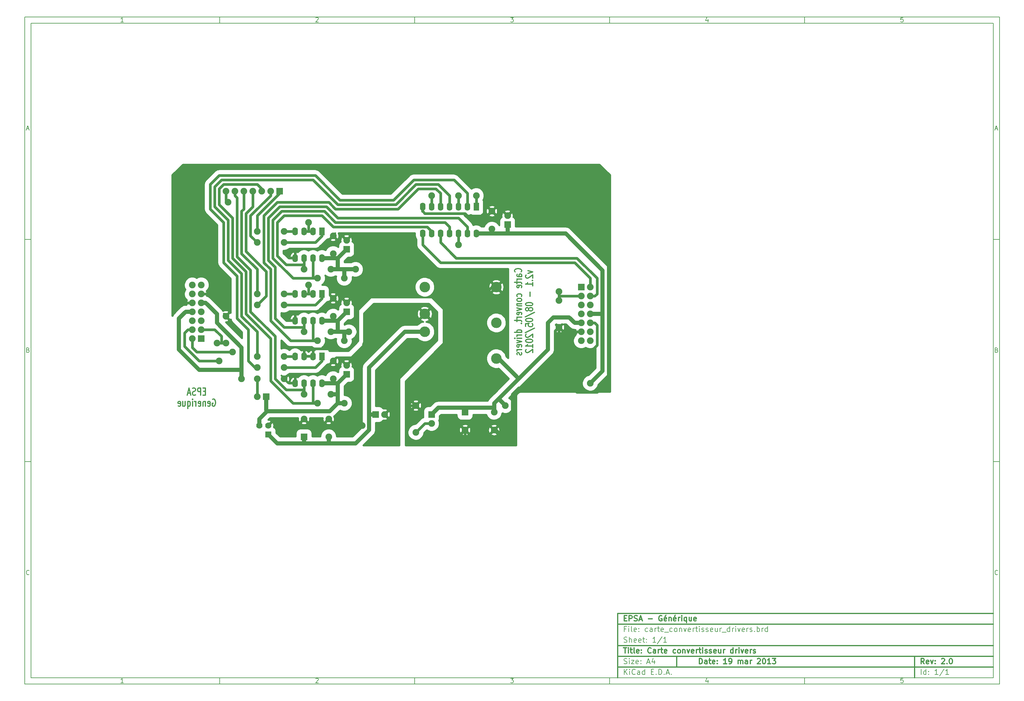
<source format=gbl>
G04 (created by PCBNEW-RS274X (2012-01-19 BZR 3256)-stable) date 19/03/2013 15:27:12*
G01*
G70*
G90*
%MOIN*%
G04 Gerber Fmt 3.4, Leading zero omitted, Abs format*
%FSLAX34Y34*%
G04 APERTURE LIST*
%ADD10C,0.006000*%
%ADD11C,0.012000*%
%ADD12R,0.062000X0.090000*%
%ADD13O,0.062000X0.090000*%
%ADD14C,0.075000*%
%ADD15R,0.075000X0.075000*%
%ADD16R,0.070000X0.070000*%
%ADD17C,0.070000*%
%ADD18C,0.118100*%
%ADD19C,0.045000*%
%ADD20C,0.030000*%
%ADD21C,0.020000*%
G04 APERTURE END LIST*
G54D10*
X04000Y-04000D02*
X113000Y-04000D01*
X113000Y-78670D01*
X04000Y-78670D01*
X04000Y-04000D01*
X04700Y-04700D02*
X112300Y-04700D01*
X112300Y-77970D01*
X04700Y-77970D01*
X04700Y-04700D01*
X25800Y-04000D02*
X25800Y-04700D01*
X15043Y-04552D02*
X14757Y-04552D01*
X14900Y-04552D02*
X14900Y-04052D01*
X14852Y-04124D01*
X14805Y-04171D01*
X14757Y-04195D01*
X25800Y-78670D02*
X25800Y-77970D01*
X15043Y-78522D02*
X14757Y-78522D01*
X14900Y-78522D02*
X14900Y-78022D01*
X14852Y-78094D01*
X14805Y-78141D01*
X14757Y-78165D01*
X47600Y-04000D02*
X47600Y-04700D01*
X36557Y-04100D02*
X36581Y-04076D01*
X36629Y-04052D01*
X36748Y-04052D01*
X36795Y-04076D01*
X36819Y-04100D01*
X36843Y-04148D01*
X36843Y-04195D01*
X36819Y-04267D01*
X36533Y-04552D01*
X36843Y-04552D01*
X47600Y-78670D02*
X47600Y-77970D01*
X36557Y-78070D02*
X36581Y-78046D01*
X36629Y-78022D01*
X36748Y-78022D01*
X36795Y-78046D01*
X36819Y-78070D01*
X36843Y-78118D01*
X36843Y-78165D01*
X36819Y-78237D01*
X36533Y-78522D01*
X36843Y-78522D01*
X69400Y-04000D02*
X69400Y-04700D01*
X58333Y-04052D02*
X58643Y-04052D01*
X58476Y-04243D01*
X58548Y-04243D01*
X58595Y-04267D01*
X58619Y-04290D01*
X58643Y-04338D01*
X58643Y-04457D01*
X58619Y-04505D01*
X58595Y-04529D01*
X58548Y-04552D01*
X58405Y-04552D01*
X58357Y-04529D01*
X58333Y-04505D01*
X69400Y-78670D02*
X69400Y-77970D01*
X58333Y-78022D02*
X58643Y-78022D01*
X58476Y-78213D01*
X58548Y-78213D01*
X58595Y-78237D01*
X58619Y-78260D01*
X58643Y-78308D01*
X58643Y-78427D01*
X58619Y-78475D01*
X58595Y-78499D01*
X58548Y-78522D01*
X58405Y-78522D01*
X58357Y-78499D01*
X58333Y-78475D01*
X91200Y-04000D02*
X91200Y-04700D01*
X80395Y-04219D02*
X80395Y-04552D01*
X80276Y-04029D02*
X80157Y-04386D01*
X80467Y-04386D01*
X91200Y-78670D02*
X91200Y-77970D01*
X80395Y-78189D02*
X80395Y-78522D01*
X80276Y-77999D02*
X80157Y-78356D01*
X80467Y-78356D01*
X102219Y-04052D02*
X101981Y-04052D01*
X101957Y-04290D01*
X101981Y-04267D01*
X102029Y-04243D01*
X102148Y-04243D01*
X102195Y-04267D01*
X102219Y-04290D01*
X102243Y-04338D01*
X102243Y-04457D01*
X102219Y-04505D01*
X102195Y-04529D01*
X102148Y-04552D01*
X102029Y-04552D01*
X101981Y-04529D01*
X101957Y-04505D01*
X102219Y-78022D02*
X101981Y-78022D01*
X101957Y-78260D01*
X101981Y-78237D01*
X102029Y-78213D01*
X102148Y-78213D01*
X102195Y-78237D01*
X102219Y-78260D01*
X102243Y-78308D01*
X102243Y-78427D01*
X102219Y-78475D01*
X102195Y-78499D01*
X102148Y-78522D01*
X102029Y-78522D01*
X101981Y-78499D01*
X101957Y-78475D01*
X04000Y-28890D02*
X04700Y-28890D01*
X04231Y-16510D02*
X04469Y-16510D01*
X04184Y-16652D02*
X04350Y-16152D01*
X04517Y-16652D01*
X113000Y-28890D02*
X112300Y-28890D01*
X112531Y-16510D02*
X112769Y-16510D01*
X112484Y-16652D02*
X112650Y-16152D01*
X112817Y-16652D01*
X04000Y-53780D02*
X04700Y-53780D01*
X04386Y-41280D02*
X04457Y-41304D01*
X04481Y-41328D01*
X04505Y-41376D01*
X04505Y-41447D01*
X04481Y-41495D01*
X04457Y-41519D01*
X04410Y-41542D01*
X04219Y-41542D01*
X04219Y-41042D01*
X04386Y-41042D01*
X04433Y-41066D01*
X04457Y-41090D01*
X04481Y-41138D01*
X04481Y-41185D01*
X04457Y-41233D01*
X04433Y-41257D01*
X04386Y-41280D01*
X04219Y-41280D01*
X113000Y-53780D02*
X112300Y-53780D01*
X112686Y-41280D02*
X112757Y-41304D01*
X112781Y-41328D01*
X112805Y-41376D01*
X112805Y-41447D01*
X112781Y-41495D01*
X112757Y-41519D01*
X112710Y-41542D01*
X112519Y-41542D01*
X112519Y-41042D01*
X112686Y-41042D01*
X112733Y-41066D01*
X112757Y-41090D01*
X112781Y-41138D01*
X112781Y-41185D01*
X112757Y-41233D01*
X112733Y-41257D01*
X112686Y-41280D01*
X112519Y-41280D01*
X04505Y-66385D02*
X04481Y-66409D01*
X04410Y-66432D01*
X04362Y-66432D01*
X04290Y-66409D01*
X04243Y-66361D01*
X04219Y-66313D01*
X04195Y-66218D01*
X04195Y-66147D01*
X04219Y-66051D01*
X04243Y-66004D01*
X04290Y-65956D01*
X04362Y-65932D01*
X04410Y-65932D01*
X04481Y-65956D01*
X04505Y-65980D01*
X112805Y-66385D02*
X112781Y-66409D01*
X112710Y-66432D01*
X112662Y-66432D01*
X112590Y-66409D01*
X112543Y-66361D01*
X112519Y-66313D01*
X112495Y-66218D01*
X112495Y-66147D01*
X112519Y-66051D01*
X112543Y-66004D01*
X112590Y-65956D01*
X112662Y-65932D01*
X112710Y-65932D01*
X112781Y-65956D01*
X112805Y-65980D01*
G54D11*
X79443Y-76413D02*
X79443Y-75813D01*
X79586Y-75813D01*
X79671Y-75841D01*
X79729Y-75899D01*
X79757Y-75956D01*
X79786Y-76070D01*
X79786Y-76156D01*
X79757Y-76270D01*
X79729Y-76327D01*
X79671Y-76384D01*
X79586Y-76413D01*
X79443Y-76413D01*
X80300Y-76413D02*
X80300Y-76099D01*
X80271Y-76041D01*
X80214Y-76013D01*
X80100Y-76013D01*
X80043Y-76041D01*
X80300Y-76384D02*
X80243Y-76413D01*
X80100Y-76413D01*
X80043Y-76384D01*
X80014Y-76327D01*
X80014Y-76270D01*
X80043Y-76213D01*
X80100Y-76184D01*
X80243Y-76184D01*
X80300Y-76156D01*
X80500Y-76013D02*
X80729Y-76013D01*
X80586Y-75813D02*
X80586Y-76327D01*
X80614Y-76384D01*
X80672Y-76413D01*
X80729Y-76413D01*
X81157Y-76384D02*
X81100Y-76413D01*
X80986Y-76413D01*
X80929Y-76384D01*
X80900Y-76327D01*
X80900Y-76099D01*
X80929Y-76041D01*
X80986Y-76013D01*
X81100Y-76013D01*
X81157Y-76041D01*
X81186Y-76099D01*
X81186Y-76156D01*
X80900Y-76213D01*
X81443Y-76356D02*
X81471Y-76384D01*
X81443Y-76413D01*
X81414Y-76384D01*
X81443Y-76356D01*
X81443Y-76413D01*
X81443Y-76041D02*
X81471Y-76070D01*
X81443Y-76099D01*
X81414Y-76070D01*
X81443Y-76041D01*
X81443Y-76099D01*
X82500Y-76413D02*
X82157Y-76413D01*
X82329Y-76413D02*
X82329Y-75813D01*
X82272Y-75899D01*
X82214Y-75956D01*
X82157Y-75984D01*
X82785Y-76413D02*
X82900Y-76413D01*
X82957Y-76384D01*
X82985Y-76356D01*
X83043Y-76270D01*
X83071Y-76156D01*
X83071Y-75927D01*
X83043Y-75870D01*
X83014Y-75841D01*
X82957Y-75813D01*
X82843Y-75813D01*
X82785Y-75841D01*
X82757Y-75870D01*
X82728Y-75927D01*
X82728Y-76070D01*
X82757Y-76127D01*
X82785Y-76156D01*
X82843Y-76184D01*
X82957Y-76184D01*
X83014Y-76156D01*
X83043Y-76127D01*
X83071Y-76070D01*
X83785Y-76413D02*
X83785Y-76013D01*
X83785Y-76070D02*
X83813Y-76041D01*
X83871Y-76013D01*
X83956Y-76013D01*
X84013Y-76041D01*
X84042Y-76099D01*
X84042Y-76413D01*
X84042Y-76099D02*
X84071Y-76041D01*
X84128Y-76013D01*
X84213Y-76013D01*
X84271Y-76041D01*
X84299Y-76099D01*
X84299Y-76413D01*
X84842Y-76413D02*
X84842Y-76099D01*
X84813Y-76041D01*
X84756Y-76013D01*
X84642Y-76013D01*
X84585Y-76041D01*
X84842Y-76384D02*
X84785Y-76413D01*
X84642Y-76413D01*
X84585Y-76384D01*
X84556Y-76327D01*
X84556Y-76270D01*
X84585Y-76213D01*
X84642Y-76184D01*
X84785Y-76184D01*
X84842Y-76156D01*
X85128Y-76413D02*
X85128Y-76013D01*
X85128Y-76127D02*
X85156Y-76070D01*
X85185Y-76041D01*
X85242Y-76013D01*
X85299Y-76013D01*
X85927Y-75870D02*
X85956Y-75841D01*
X86013Y-75813D01*
X86156Y-75813D01*
X86213Y-75841D01*
X86242Y-75870D01*
X86270Y-75927D01*
X86270Y-75984D01*
X86242Y-76070D01*
X85899Y-76413D01*
X86270Y-76413D01*
X86641Y-75813D02*
X86698Y-75813D01*
X86755Y-75841D01*
X86784Y-75870D01*
X86813Y-75927D01*
X86841Y-76041D01*
X86841Y-76184D01*
X86813Y-76299D01*
X86784Y-76356D01*
X86755Y-76384D01*
X86698Y-76413D01*
X86641Y-76413D01*
X86584Y-76384D01*
X86555Y-76356D01*
X86527Y-76299D01*
X86498Y-76184D01*
X86498Y-76041D01*
X86527Y-75927D01*
X86555Y-75870D01*
X86584Y-75841D01*
X86641Y-75813D01*
X87412Y-76413D02*
X87069Y-76413D01*
X87241Y-76413D02*
X87241Y-75813D01*
X87184Y-75899D01*
X87126Y-75956D01*
X87069Y-75984D01*
X87612Y-75813D02*
X87983Y-75813D01*
X87783Y-76041D01*
X87869Y-76041D01*
X87926Y-76070D01*
X87955Y-76099D01*
X87983Y-76156D01*
X87983Y-76299D01*
X87955Y-76356D01*
X87926Y-76384D01*
X87869Y-76413D01*
X87697Y-76413D01*
X87640Y-76384D01*
X87612Y-76356D01*
G54D10*
X71043Y-77613D02*
X71043Y-77013D01*
X71386Y-77613D02*
X71129Y-77270D01*
X71386Y-77013D02*
X71043Y-77356D01*
X71643Y-77613D02*
X71643Y-77213D01*
X71643Y-77013D02*
X71614Y-77041D01*
X71643Y-77070D01*
X71671Y-77041D01*
X71643Y-77013D01*
X71643Y-77070D01*
X72272Y-77556D02*
X72243Y-77584D01*
X72157Y-77613D01*
X72100Y-77613D01*
X72015Y-77584D01*
X71957Y-77527D01*
X71929Y-77470D01*
X71900Y-77356D01*
X71900Y-77270D01*
X71929Y-77156D01*
X71957Y-77099D01*
X72015Y-77041D01*
X72100Y-77013D01*
X72157Y-77013D01*
X72243Y-77041D01*
X72272Y-77070D01*
X72786Y-77613D02*
X72786Y-77299D01*
X72757Y-77241D01*
X72700Y-77213D01*
X72586Y-77213D01*
X72529Y-77241D01*
X72786Y-77584D02*
X72729Y-77613D01*
X72586Y-77613D01*
X72529Y-77584D01*
X72500Y-77527D01*
X72500Y-77470D01*
X72529Y-77413D01*
X72586Y-77384D01*
X72729Y-77384D01*
X72786Y-77356D01*
X73329Y-77613D02*
X73329Y-77013D01*
X73329Y-77584D02*
X73272Y-77613D01*
X73158Y-77613D01*
X73100Y-77584D01*
X73072Y-77556D01*
X73043Y-77499D01*
X73043Y-77327D01*
X73072Y-77270D01*
X73100Y-77241D01*
X73158Y-77213D01*
X73272Y-77213D01*
X73329Y-77241D01*
X74072Y-77299D02*
X74272Y-77299D01*
X74358Y-77613D02*
X74072Y-77613D01*
X74072Y-77013D01*
X74358Y-77013D01*
X74615Y-77556D02*
X74643Y-77584D01*
X74615Y-77613D01*
X74586Y-77584D01*
X74615Y-77556D01*
X74615Y-77613D01*
X74901Y-77613D02*
X74901Y-77013D01*
X75044Y-77013D01*
X75129Y-77041D01*
X75187Y-77099D01*
X75215Y-77156D01*
X75244Y-77270D01*
X75244Y-77356D01*
X75215Y-77470D01*
X75187Y-77527D01*
X75129Y-77584D01*
X75044Y-77613D01*
X74901Y-77613D01*
X75501Y-77556D02*
X75529Y-77584D01*
X75501Y-77613D01*
X75472Y-77584D01*
X75501Y-77556D01*
X75501Y-77613D01*
X75758Y-77441D02*
X76044Y-77441D01*
X75701Y-77613D02*
X75901Y-77013D01*
X76101Y-77613D01*
X76301Y-77556D02*
X76329Y-77584D01*
X76301Y-77613D01*
X76272Y-77584D01*
X76301Y-77556D01*
X76301Y-77613D01*
G54D11*
X104586Y-76413D02*
X104386Y-76127D01*
X104243Y-76413D02*
X104243Y-75813D01*
X104471Y-75813D01*
X104529Y-75841D01*
X104557Y-75870D01*
X104586Y-75927D01*
X104586Y-76013D01*
X104557Y-76070D01*
X104529Y-76099D01*
X104471Y-76127D01*
X104243Y-76127D01*
X105071Y-76384D02*
X105014Y-76413D01*
X104900Y-76413D01*
X104843Y-76384D01*
X104814Y-76327D01*
X104814Y-76099D01*
X104843Y-76041D01*
X104900Y-76013D01*
X105014Y-76013D01*
X105071Y-76041D01*
X105100Y-76099D01*
X105100Y-76156D01*
X104814Y-76213D01*
X105300Y-76013D02*
X105443Y-76413D01*
X105585Y-76013D01*
X105814Y-76356D02*
X105842Y-76384D01*
X105814Y-76413D01*
X105785Y-76384D01*
X105814Y-76356D01*
X105814Y-76413D01*
X105814Y-76041D02*
X105842Y-76070D01*
X105814Y-76099D01*
X105785Y-76070D01*
X105814Y-76041D01*
X105814Y-76099D01*
X106528Y-75870D02*
X106557Y-75841D01*
X106614Y-75813D01*
X106757Y-75813D01*
X106814Y-75841D01*
X106843Y-75870D01*
X106871Y-75927D01*
X106871Y-75984D01*
X106843Y-76070D01*
X106500Y-76413D01*
X106871Y-76413D01*
X107128Y-76356D02*
X107156Y-76384D01*
X107128Y-76413D01*
X107099Y-76384D01*
X107128Y-76356D01*
X107128Y-76413D01*
X107528Y-75813D02*
X107585Y-75813D01*
X107642Y-75841D01*
X107671Y-75870D01*
X107700Y-75927D01*
X107728Y-76041D01*
X107728Y-76184D01*
X107700Y-76299D01*
X107671Y-76356D01*
X107642Y-76384D01*
X107585Y-76413D01*
X107528Y-76413D01*
X107471Y-76384D01*
X107442Y-76356D01*
X107414Y-76299D01*
X107385Y-76184D01*
X107385Y-76041D01*
X107414Y-75927D01*
X107442Y-75870D01*
X107471Y-75841D01*
X107528Y-75813D01*
G54D10*
X71014Y-76384D02*
X71100Y-76413D01*
X71243Y-76413D01*
X71300Y-76384D01*
X71329Y-76356D01*
X71357Y-76299D01*
X71357Y-76241D01*
X71329Y-76184D01*
X71300Y-76156D01*
X71243Y-76127D01*
X71129Y-76099D01*
X71071Y-76070D01*
X71043Y-76041D01*
X71014Y-75984D01*
X71014Y-75927D01*
X71043Y-75870D01*
X71071Y-75841D01*
X71129Y-75813D01*
X71271Y-75813D01*
X71357Y-75841D01*
X71614Y-76413D02*
X71614Y-76013D01*
X71614Y-75813D02*
X71585Y-75841D01*
X71614Y-75870D01*
X71642Y-75841D01*
X71614Y-75813D01*
X71614Y-75870D01*
X71843Y-76013D02*
X72157Y-76013D01*
X71843Y-76413D01*
X72157Y-76413D01*
X72614Y-76384D02*
X72557Y-76413D01*
X72443Y-76413D01*
X72386Y-76384D01*
X72357Y-76327D01*
X72357Y-76099D01*
X72386Y-76041D01*
X72443Y-76013D01*
X72557Y-76013D01*
X72614Y-76041D01*
X72643Y-76099D01*
X72643Y-76156D01*
X72357Y-76213D01*
X72900Y-76356D02*
X72928Y-76384D01*
X72900Y-76413D01*
X72871Y-76384D01*
X72900Y-76356D01*
X72900Y-76413D01*
X72900Y-76041D02*
X72928Y-76070D01*
X72900Y-76099D01*
X72871Y-76070D01*
X72900Y-76041D01*
X72900Y-76099D01*
X73614Y-76241D02*
X73900Y-76241D01*
X73557Y-76413D02*
X73757Y-75813D01*
X73957Y-76413D01*
X74414Y-76013D02*
X74414Y-76413D01*
X74271Y-75784D02*
X74128Y-76213D01*
X74500Y-76213D01*
X104243Y-77613D02*
X104243Y-77013D01*
X104786Y-77613D02*
X104786Y-77013D01*
X104786Y-77584D02*
X104729Y-77613D01*
X104615Y-77613D01*
X104557Y-77584D01*
X104529Y-77556D01*
X104500Y-77499D01*
X104500Y-77327D01*
X104529Y-77270D01*
X104557Y-77241D01*
X104615Y-77213D01*
X104729Y-77213D01*
X104786Y-77241D01*
X105072Y-77556D02*
X105100Y-77584D01*
X105072Y-77613D01*
X105043Y-77584D01*
X105072Y-77556D01*
X105072Y-77613D01*
X105072Y-77241D02*
X105100Y-77270D01*
X105072Y-77299D01*
X105043Y-77270D01*
X105072Y-77241D01*
X105072Y-77299D01*
X106129Y-77613D02*
X105786Y-77613D01*
X105958Y-77613D02*
X105958Y-77013D01*
X105901Y-77099D01*
X105843Y-77156D01*
X105786Y-77184D01*
X106814Y-76984D02*
X106300Y-77756D01*
X107329Y-77613D02*
X106986Y-77613D01*
X107158Y-77613D02*
X107158Y-77013D01*
X107101Y-77099D01*
X107043Y-77156D01*
X106986Y-77184D01*
G54D11*
X70957Y-74613D02*
X71300Y-74613D01*
X71129Y-75213D02*
X71129Y-74613D01*
X71500Y-75213D02*
X71500Y-74813D01*
X71500Y-74613D02*
X71471Y-74641D01*
X71500Y-74670D01*
X71528Y-74641D01*
X71500Y-74613D01*
X71500Y-74670D01*
X71700Y-74813D02*
X71929Y-74813D01*
X71786Y-74613D02*
X71786Y-75127D01*
X71814Y-75184D01*
X71872Y-75213D01*
X71929Y-75213D01*
X72215Y-75213D02*
X72157Y-75184D01*
X72129Y-75127D01*
X72129Y-74613D01*
X72671Y-75184D02*
X72614Y-75213D01*
X72500Y-75213D01*
X72443Y-75184D01*
X72414Y-75127D01*
X72414Y-74899D01*
X72443Y-74841D01*
X72500Y-74813D01*
X72614Y-74813D01*
X72671Y-74841D01*
X72700Y-74899D01*
X72700Y-74956D01*
X72414Y-75013D01*
X72957Y-75156D02*
X72985Y-75184D01*
X72957Y-75213D01*
X72928Y-75184D01*
X72957Y-75156D01*
X72957Y-75213D01*
X72957Y-74841D02*
X72985Y-74870D01*
X72957Y-74899D01*
X72928Y-74870D01*
X72957Y-74841D01*
X72957Y-74899D01*
X74043Y-75156D02*
X74014Y-75184D01*
X73928Y-75213D01*
X73871Y-75213D01*
X73786Y-75184D01*
X73728Y-75127D01*
X73700Y-75070D01*
X73671Y-74956D01*
X73671Y-74870D01*
X73700Y-74756D01*
X73728Y-74699D01*
X73786Y-74641D01*
X73871Y-74613D01*
X73928Y-74613D01*
X74014Y-74641D01*
X74043Y-74670D01*
X74557Y-75213D02*
X74557Y-74899D01*
X74528Y-74841D01*
X74471Y-74813D01*
X74357Y-74813D01*
X74300Y-74841D01*
X74557Y-75184D02*
X74500Y-75213D01*
X74357Y-75213D01*
X74300Y-75184D01*
X74271Y-75127D01*
X74271Y-75070D01*
X74300Y-75013D01*
X74357Y-74984D01*
X74500Y-74984D01*
X74557Y-74956D01*
X74843Y-75213D02*
X74843Y-74813D01*
X74843Y-74927D02*
X74871Y-74870D01*
X74900Y-74841D01*
X74957Y-74813D01*
X75014Y-74813D01*
X75128Y-74813D02*
X75357Y-74813D01*
X75214Y-74613D02*
X75214Y-75127D01*
X75242Y-75184D01*
X75300Y-75213D01*
X75357Y-75213D01*
X75785Y-75184D02*
X75728Y-75213D01*
X75614Y-75213D01*
X75557Y-75184D01*
X75528Y-75127D01*
X75528Y-74899D01*
X75557Y-74841D01*
X75614Y-74813D01*
X75728Y-74813D01*
X75785Y-74841D01*
X75814Y-74899D01*
X75814Y-74956D01*
X75528Y-75013D01*
X76785Y-75184D02*
X76728Y-75213D01*
X76614Y-75213D01*
X76556Y-75184D01*
X76528Y-75156D01*
X76499Y-75099D01*
X76499Y-74927D01*
X76528Y-74870D01*
X76556Y-74841D01*
X76614Y-74813D01*
X76728Y-74813D01*
X76785Y-74841D01*
X77128Y-75213D02*
X77070Y-75184D01*
X77042Y-75156D01*
X77013Y-75099D01*
X77013Y-74927D01*
X77042Y-74870D01*
X77070Y-74841D01*
X77128Y-74813D01*
X77213Y-74813D01*
X77270Y-74841D01*
X77299Y-74870D01*
X77328Y-74927D01*
X77328Y-75099D01*
X77299Y-75156D01*
X77270Y-75184D01*
X77213Y-75213D01*
X77128Y-75213D01*
X77585Y-74813D02*
X77585Y-75213D01*
X77585Y-74870D02*
X77613Y-74841D01*
X77671Y-74813D01*
X77756Y-74813D01*
X77813Y-74841D01*
X77842Y-74899D01*
X77842Y-75213D01*
X78071Y-74813D02*
X78214Y-75213D01*
X78356Y-74813D01*
X78813Y-75184D02*
X78756Y-75213D01*
X78642Y-75213D01*
X78585Y-75184D01*
X78556Y-75127D01*
X78556Y-74899D01*
X78585Y-74841D01*
X78642Y-74813D01*
X78756Y-74813D01*
X78813Y-74841D01*
X78842Y-74899D01*
X78842Y-74956D01*
X78556Y-75013D01*
X79099Y-75213D02*
X79099Y-74813D01*
X79099Y-74927D02*
X79127Y-74870D01*
X79156Y-74841D01*
X79213Y-74813D01*
X79270Y-74813D01*
X79384Y-74813D02*
X79613Y-74813D01*
X79470Y-74613D02*
X79470Y-75127D01*
X79498Y-75184D01*
X79556Y-75213D01*
X79613Y-75213D01*
X79813Y-75213D02*
X79813Y-74813D01*
X79813Y-74613D02*
X79784Y-74641D01*
X79813Y-74670D01*
X79841Y-74641D01*
X79813Y-74613D01*
X79813Y-74670D01*
X80070Y-75184D02*
X80127Y-75213D01*
X80242Y-75213D01*
X80299Y-75184D01*
X80327Y-75127D01*
X80327Y-75099D01*
X80299Y-75041D01*
X80242Y-75013D01*
X80156Y-75013D01*
X80099Y-74984D01*
X80070Y-74927D01*
X80070Y-74899D01*
X80099Y-74841D01*
X80156Y-74813D01*
X80242Y-74813D01*
X80299Y-74841D01*
X80556Y-75184D02*
X80613Y-75213D01*
X80728Y-75213D01*
X80785Y-75184D01*
X80813Y-75127D01*
X80813Y-75099D01*
X80785Y-75041D01*
X80728Y-75013D01*
X80642Y-75013D01*
X80585Y-74984D01*
X80556Y-74927D01*
X80556Y-74899D01*
X80585Y-74841D01*
X80642Y-74813D01*
X80728Y-74813D01*
X80785Y-74841D01*
X81299Y-75184D02*
X81242Y-75213D01*
X81128Y-75213D01*
X81071Y-75184D01*
X81042Y-75127D01*
X81042Y-74899D01*
X81071Y-74841D01*
X81128Y-74813D01*
X81242Y-74813D01*
X81299Y-74841D01*
X81328Y-74899D01*
X81328Y-74956D01*
X81042Y-75013D01*
X81842Y-74813D02*
X81842Y-75213D01*
X81585Y-74813D02*
X81585Y-75127D01*
X81613Y-75184D01*
X81671Y-75213D01*
X81756Y-75213D01*
X81813Y-75184D01*
X81842Y-75156D01*
X82128Y-75213D02*
X82128Y-74813D01*
X82128Y-74927D02*
X82156Y-74870D01*
X82185Y-74841D01*
X82242Y-74813D01*
X82299Y-74813D01*
X83213Y-75213D02*
X83213Y-74613D01*
X83213Y-75184D02*
X83156Y-75213D01*
X83042Y-75213D01*
X82984Y-75184D01*
X82956Y-75156D01*
X82927Y-75099D01*
X82927Y-74927D01*
X82956Y-74870D01*
X82984Y-74841D01*
X83042Y-74813D01*
X83156Y-74813D01*
X83213Y-74841D01*
X83499Y-75213D02*
X83499Y-74813D01*
X83499Y-74927D02*
X83527Y-74870D01*
X83556Y-74841D01*
X83613Y-74813D01*
X83670Y-74813D01*
X83870Y-75213D02*
X83870Y-74813D01*
X83870Y-74613D02*
X83841Y-74641D01*
X83870Y-74670D01*
X83898Y-74641D01*
X83870Y-74613D01*
X83870Y-74670D01*
X84099Y-74813D02*
X84242Y-75213D01*
X84384Y-74813D01*
X84841Y-75184D02*
X84784Y-75213D01*
X84670Y-75213D01*
X84613Y-75184D01*
X84584Y-75127D01*
X84584Y-74899D01*
X84613Y-74841D01*
X84670Y-74813D01*
X84784Y-74813D01*
X84841Y-74841D01*
X84870Y-74899D01*
X84870Y-74956D01*
X84584Y-75013D01*
X85127Y-75213D02*
X85127Y-74813D01*
X85127Y-74927D02*
X85155Y-74870D01*
X85184Y-74841D01*
X85241Y-74813D01*
X85298Y-74813D01*
X85469Y-75184D02*
X85526Y-75213D01*
X85641Y-75213D01*
X85698Y-75184D01*
X85726Y-75127D01*
X85726Y-75099D01*
X85698Y-75041D01*
X85641Y-75013D01*
X85555Y-75013D01*
X85498Y-74984D01*
X85469Y-74927D01*
X85469Y-74899D01*
X85498Y-74841D01*
X85555Y-74813D01*
X85641Y-74813D01*
X85698Y-74841D01*
G54D10*
X71243Y-72499D02*
X71043Y-72499D01*
X71043Y-72813D02*
X71043Y-72213D01*
X71329Y-72213D01*
X71557Y-72813D02*
X71557Y-72413D01*
X71557Y-72213D02*
X71528Y-72241D01*
X71557Y-72270D01*
X71585Y-72241D01*
X71557Y-72213D01*
X71557Y-72270D01*
X71929Y-72813D02*
X71871Y-72784D01*
X71843Y-72727D01*
X71843Y-72213D01*
X72385Y-72784D02*
X72328Y-72813D01*
X72214Y-72813D01*
X72157Y-72784D01*
X72128Y-72727D01*
X72128Y-72499D01*
X72157Y-72441D01*
X72214Y-72413D01*
X72328Y-72413D01*
X72385Y-72441D01*
X72414Y-72499D01*
X72414Y-72556D01*
X72128Y-72613D01*
X72671Y-72756D02*
X72699Y-72784D01*
X72671Y-72813D01*
X72642Y-72784D01*
X72671Y-72756D01*
X72671Y-72813D01*
X72671Y-72441D02*
X72699Y-72470D01*
X72671Y-72499D01*
X72642Y-72470D01*
X72671Y-72441D01*
X72671Y-72499D01*
X73671Y-72784D02*
X73614Y-72813D01*
X73500Y-72813D01*
X73442Y-72784D01*
X73414Y-72756D01*
X73385Y-72699D01*
X73385Y-72527D01*
X73414Y-72470D01*
X73442Y-72441D01*
X73500Y-72413D01*
X73614Y-72413D01*
X73671Y-72441D01*
X74185Y-72813D02*
X74185Y-72499D01*
X74156Y-72441D01*
X74099Y-72413D01*
X73985Y-72413D01*
X73928Y-72441D01*
X74185Y-72784D02*
X74128Y-72813D01*
X73985Y-72813D01*
X73928Y-72784D01*
X73899Y-72727D01*
X73899Y-72670D01*
X73928Y-72613D01*
X73985Y-72584D01*
X74128Y-72584D01*
X74185Y-72556D01*
X74471Y-72813D02*
X74471Y-72413D01*
X74471Y-72527D02*
X74499Y-72470D01*
X74528Y-72441D01*
X74585Y-72413D01*
X74642Y-72413D01*
X74756Y-72413D02*
X74985Y-72413D01*
X74842Y-72213D02*
X74842Y-72727D01*
X74870Y-72784D01*
X74928Y-72813D01*
X74985Y-72813D01*
X75413Y-72784D02*
X75356Y-72813D01*
X75242Y-72813D01*
X75185Y-72784D01*
X75156Y-72727D01*
X75156Y-72499D01*
X75185Y-72441D01*
X75242Y-72413D01*
X75356Y-72413D01*
X75413Y-72441D01*
X75442Y-72499D01*
X75442Y-72556D01*
X75156Y-72613D01*
X75556Y-72870D02*
X76013Y-72870D01*
X76413Y-72784D02*
X76356Y-72813D01*
X76242Y-72813D01*
X76184Y-72784D01*
X76156Y-72756D01*
X76127Y-72699D01*
X76127Y-72527D01*
X76156Y-72470D01*
X76184Y-72441D01*
X76242Y-72413D01*
X76356Y-72413D01*
X76413Y-72441D01*
X76756Y-72813D02*
X76698Y-72784D01*
X76670Y-72756D01*
X76641Y-72699D01*
X76641Y-72527D01*
X76670Y-72470D01*
X76698Y-72441D01*
X76756Y-72413D01*
X76841Y-72413D01*
X76898Y-72441D01*
X76927Y-72470D01*
X76956Y-72527D01*
X76956Y-72699D01*
X76927Y-72756D01*
X76898Y-72784D01*
X76841Y-72813D01*
X76756Y-72813D01*
X77213Y-72413D02*
X77213Y-72813D01*
X77213Y-72470D02*
X77241Y-72441D01*
X77299Y-72413D01*
X77384Y-72413D01*
X77441Y-72441D01*
X77470Y-72499D01*
X77470Y-72813D01*
X77699Y-72413D02*
X77842Y-72813D01*
X77984Y-72413D01*
X78441Y-72784D02*
X78384Y-72813D01*
X78270Y-72813D01*
X78213Y-72784D01*
X78184Y-72727D01*
X78184Y-72499D01*
X78213Y-72441D01*
X78270Y-72413D01*
X78384Y-72413D01*
X78441Y-72441D01*
X78470Y-72499D01*
X78470Y-72556D01*
X78184Y-72613D01*
X78727Y-72813D02*
X78727Y-72413D01*
X78727Y-72527D02*
X78755Y-72470D01*
X78784Y-72441D01*
X78841Y-72413D01*
X78898Y-72413D01*
X79012Y-72413D02*
X79241Y-72413D01*
X79098Y-72213D02*
X79098Y-72727D01*
X79126Y-72784D01*
X79184Y-72813D01*
X79241Y-72813D01*
X79441Y-72813D02*
X79441Y-72413D01*
X79441Y-72213D02*
X79412Y-72241D01*
X79441Y-72270D01*
X79469Y-72241D01*
X79441Y-72213D01*
X79441Y-72270D01*
X79698Y-72784D02*
X79755Y-72813D01*
X79870Y-72813D01*
X79927Y-72784D01*
X79955Y-72727D01*
X79955Y-72699D01*
X79927Y-72641D01*
X79870Y-72613D01*
X79784Y-72613D01*
X79727Y-72584D01*
X79698Y-72527D01*
X79698Y-72499D01*
X79727Y-72441D01*
X79784Y-72413D01*
X79870Y-72413D01*
X79927Y-72441D01*
X80184Y-72784D02*
X80241Y-72813D01*
X80356Y-72813D01*
X80413Y-72784D01*
X80441Y-72727D01*
X80441Y-72699D01*
X80413Y-72641D01*
X80356Y-72613D01*
X80270Y-72613D01*
X80213Y-72584D01*
X80184Y-72527D01*
X80184Y-72499D01*
X80213Y-72441D01*
X80270Y-72413D01*
X80356Y-72413D01*
X80413Y-72441D01*
X80927Y-72784D02*
X80870Y-72813D01*
X80756Y-72813D01*
X80699Y-72784D01*
X80670Y-72727D01*
X80670Y-72499D01*
X80699Y-72441D01*
X80756Y-72413D01*
X80870Y-72413D01*
X80927Y-72441D01*
X80956Y-72499D01*
X80956Y-72556D01*
X80670Y-72613D01*
X81470Y-72413D02*
X81470Y-72813D01*
X81213Y-72413D02*
X81213Y-72727D01*
X81241Y-72784D01*
X81299Y-72813D01*
X81384Y-72813D01*
X81441Y-72784D01*
X81470Y-72756D01*
X81756Y-72813D02*
X81756Y-72413D01*
X81756Y-72527D02*
X81784Y-72470D01*
X81813Y-72441D01*
X81870Y-72413D01*
X81927Y-72413D01*
X81984Y-72870D02*
X82441Y-72870D01*
X82841Y-72813D02*
X82841Y-72213D01*
X82841Y-72784D02*
X82784Y-72813D01*
X82670Y-72813D01*
X82612Y-72784D01*
X82584Y-72756D01*
X82555Y-72699D01*
X82555Y-72527D01*
X82584Y-72470D01*
X82612Y-72441D01*
X82670Y-72413D01*
X82784Y-72413D01*
X82841Y-72441D01*
X83127Y-72813D02*
X83127Y-72413D01*
X83127Y-72527D02*
X83155Y-72470D01*
X83184Y-72441D01*
X83241Y-72413D01*
X83298Y-72413D01*
X83498Y-72813D02*
X83498Y-72413D01*
X83498Y-72213D02*
X83469Y-72241D01*
X83498Y-72270D01*
X83526Y-72241D01*
X83498Y-72213D01*
X83498Y-72270D01*
X83727Y-72413D02*
X83870Y-72813D01*
X84012Y-72413D01*
X84469Y-72784D02*
X84412Y-72813D01*
X84298Y-72813D01*
X84241Y-72784D01*
X84212Y-72727D01*
X84212Y-72499D01*
X84241Y-72441D01*
X84298Y-72413D01*
X84412Y-72413D01*
X84469Y-72441D01*
X84498Y-72499D01*
X84498Y-72556D01*
X84212Y-72613D01*
X84755Y-72813D02*
X84755Y-72413D01*
X84755Y-72527D02*
X84783Y-72470D01*
X84812Y-72441D01*
X84869Y-72413D01*
X84926Y-72413D01*
X85097Y-72784D02*
X85154Y-72813D01*
X85269Y-72813D01*
X85326Y-72784D01*
X85354Y-72727D01*
X85354Y-72699D01*
X85326Y-72641D01*
X85269Y-72613D01*
X85183Y-72613D01*
X85126Y-72584D01*
X85097Y-72527D01*
X85097Y-72499D01*
X85126Y-72441D01*
X85183Y-72413D01*
X85269Y-72413D01*
X85326Y-72441D01*
X85612Y-72756D02*
X85640Y-72784D01*
X85612Y-72813D01*
X85583Y-72784D01*
X85612Y-72756D01*
X85612Y-72813D01*
X85898Y-72813D02*
X85898Y-72213D01*
X85898Y-72441D02*
X85955Y-72413D01*
X86069Y-72413D01*
X86126Y-72441D01*
X86155Y-72470D01*
X86184Y-72527D01*
X86184Y-72699D01*
X86155Y-72756D01*
X86126Y-72784D01*
X86069Y-72813D01*
X85955Y-72813D01*
X85898Y-72784D01*
X86441Y-72813D02*
X86441Y-72413D01*
X86441Y-72527D02*
X86469Y-72470D01*
X86498Y-72441D01*
X86555Y-72413D01*
X86612Y-72413D01*
X87069Y-72813D02*
X87069Y-72213D01*
X87069Y-72784D02*
X87012Y-72813D01*
X86898Y-72813D01*
X86840Y-72784D01*
X86812Y-72756D01*
X86783Y-72699D01*
X86783Y-72527D01*
X86812Y-72470D01*
X86840Y-72441D01*
X86898Y-72413D01*
X87012Y-72413D01*
X87069Y-72441D01*
X71014Y-73984D02*
X71100Y-74013D01*
X71243Y-74013D01*
X71300Y-73984D01*
X71329Y-73956D01*
X71357Y-73899D01*
X71357Y-73841D01*
X71329Y-73784D01*
X71300Y-73756D01*
X71243Y-73727D01*
X71129Y-73699D01*
X71071Y-73670D01*
X71043Y-73641D01*
X71014Y-73584D01*
X71014Y-73527D01*
X71043Y-73470D01*
X71071Y-73441D01*
X71129Y-73413D01*
X71271Y-73413D01*
X71357Y-73441D01*
X71614Y-74013D02*
X71614Y-73413D01*
X71871Y-74013D02*
X71871Y-73699D01*
X71842Y-73641D01*
X71785Y-73613D01*
X71700Y-73613D01*
X71642Y-73641D01*
X71614Y-73670D01*
X72385Y-73984D02*
X72328Y-74013D01*
X72214Y-74013D01*
X72157Y-73984D01*
X72128Y-73927D01*
X72128Y-73699D01*
X72157Y-73641D01*
X72214Y-73613D01*
X72328Y-73613D01*
X72385Y-73641D01*
X72414Y-73699D01*
X72414Y-73756D01*
X72128Y-73813D01*
X72899Y-73984D02*
X72842Y-74013D01*
X72728Y-74013D01*
X72671Y-73984D01*
X72642Y-73927D01*
X72642Y-73699D01*
X72671Y-73641D01*
X72728Y-73613D01*
X72842Y-73613D01*
X72899Y-73641D01*
X72928Y-73699D01*
X72928Y-73756D01*
X72642Y-73813D01*
X73099Y-73613D02*
X73328Y-73613D01*
X73185Y-73413D02*
X73185Y-73927D01*
X73213Y-73984D01*
X73271Y-74013D01*
X73328Y-74013D01*
X73528Y-73956D02*
X73556Y-73984D01*
X73528Y-74013D01*
X73499Y-73984D01*
X73528Y-73956D01*
X73528Y-74013D01*
X73528Y-73641D02*
X73556Y-73670D01*
X73528Y-73699D01*
X73499Y-73670D01*
X73528Y-73641D01*
X73528Y-73699D01*
X74585Y-74013D02*
X74242Y-74013D01*
X74414Y-74013D02*
X74414Y-73413D01*
X74357Y-73499D01*
X74299Y-73556D01*
X74242Y-73584D01*
X75270Y-73384D02*
X74756Y-74156D01*
X75785Y-74013D02*
X75442Y-74013D01*
X75614Y-74013D02*
X75614Y-73413D01*
X75557Y-73499D01*
X75499Y-73556D01*
X75442Y-73584D01*
G54D11*
X71043Y-71299D02*
X71243Y-71299D01*
X71329Y-71613D02*
X71043Y-71613D01*
X71043Y-71013D01*
X71329Y-71013D01*
X71586Y-71613D02*
X71586Y-71013D01*
X71814Y-71013D01*
X71872Y-71041D01*
X71900Y-71070D01*
X71929Y-71127D01*
X71929Y-71213D01*
X71900Y-71270D01*
X71872Y-71299D01*
X71814Y-71327D01*
X71586Y-71327D01*
X72157Y-71584D02*
X72243Y-71613D01*
X72386Y-71613D01*
X72443Y-71584D01*
X72472Y-71556D01*
X72500Y-71499D01*
X72500Y-71441D01*
X72472Y-71384D01*
X72443Y-71356D01*
X72386Y-71327D01*
X72272Y-71299D01*
X72214Y-71270D01*
X72186Y-71241D01*
X72157Y-71184D01*
X72157Y-71127D01*
X72186Y-71070D01*
X72214Y-71041D01*
X72272Y-71013D01*
X72414Y-71013D01*
X72500Y-71041D01*
X72728Y-71441D02*
X73014Y-71441D01*
X72671Y-71613D02*
X72871Y-71013D01*
X73071Y-71613D01*
X73728Y-71384D02*
X74185Y-71384D01*
X75242Y-71041D02*
X75185Y-71013D01*
X75099Y-71013D01*
X75014Y-71041D01*
X74956Y-71099D01*
X74928Y-71156D01*
X74899Y-71270D01*
X74899Y-71356D01*
X74928Y-71470D01*
X74956Y-71527D01*
X75014Y-71584D01*
X75099Y-71613D01*
X75156Y-71613D01*
X75242Y-71584D01*
X75271Y-71556D01*
X75271Y-71356D01*
X75156Y-71356D01*
X75756Y-71584D02*
X75699Y-71613D01*
X75585Y-71613D01*
X75528Y-71584D01*
X75499Y-71527D01*
X75499Y-71299D01*
X75528Y-71241D01*
X75585Y-71213D01*
X75699Y-71213D01*
X75756Y-71241D01*
X75785Y-71299D01*
X75785Y-71356D01*
X75499Y-71413D01*
X75699Y-70984D02*
X75614Y-71070D01*
X76042Y-71213D02*
X76042Y-71613D01*
X76042Y-71270D02*
X76070Y-71241D01*
X76128Y-71213D01*
X76213Y-71213D01*
X76270Y-71241D01*
X76299Y-71299D01*
X76299Y-71613D01*
X76813Y-71584D02*
X76756Y-71613D01*
X76642Y-71613D01*
X76585Y-71584D01*
X76556Y-71527D01*
X76556Y-71299D01*
X76585Y-71241D01*
X76642Y-71213D01*
X76756Y-71213D01*
X76813Y-71241D01*
X76842Y-71299D01*
X76842Y-71356D01*
X76556Y-71413D01*
X76756Y-70984D02*
X76671Y-71070D01*
X77099Y-71613D02*
X77099Y-71213D01*
X77099Y-71327D02*
X77127Y-71270D01*
X77156Y-71241D01*
X77213Y-71213D01*
X77270Y-71213D01*
X77470Y-71613D02*
X77470Y-71213D01*
X77470Y-71013D02*
X77441Y-71041D01*
X77470Y-71070D01*
X77498Y-71041D01*
X77470Y-71013D01*
X77470Y-71070D01*
X78013Y-71213D02*
X78013Y-71813D01*
X78013Y-71584D02*
X77956Y-71613D01*
X77842Y-71613D01*
X77784Y-71584D01*
X77756Y-71556D01*
X77727Y-71499D01*
X77727Y-71327D01*
X77756Y-71270D01*
X77784Y-71241D01*
X77842Y-71213D01*
X77956Y-71213D01*
X78013Y-71241D01*
X78556Y-71213D02*
X78556Y-71613D01*
X78299Y-71213D02*
X78299Y-71527D01*
X78327Y-71584D01*
X78385Y-71613D01*
X78470Y-71613D01*
X78527Y-71584D01*
X78556Y-71556D01*
X79070Y-71584D02*
X79013Y-71613D01*
X78899Y-71613D01*
X78842Y-71584D01*
X78813Y-71527D01*
X78813Y-71299D01*
X78842Y-71241D01*
X78899Y-71213D01*
X79013Y-71213D01*
X79070Y-71241D01*
X79099Y-71299D01*
X79099Y-71356D01*
X78813Y-71413D01*
X70300Y-70770D02*
X70300Y-77970D01*
X70300Y-71970D02*
X112300Y-71970D01*
X70300Y-70770D02*
X112300Y-70770D01*
X70300Y-74370D02*
X112300Y-74370D01*
X103500Y-75570D02*
X103500Y-77970D01*
X70300Y-76770D02*
X112300Y-76770D01*
X70300Y-75570D02*
X112300Y-75570D01*
X76900Y-75570D02*
X76900Y-76770D01*
X59498Y-32544D02*
X59536Y-32515D01*
X59574Y-32429D01*
X59574Y-32372D01*
X59536Y-32287D01*
X59460Y-32229D01*
X59383Y-32201D01*
X59231Y-32172D01*
X59117Y-32172D01*
X58964Y-32201D01*
X58888Y-32229D01*
X58812Y-32287D01*
X58774Y-32372D01*
X58774Y-32429D01*
X58812Y-32515D01*
X58850Y-32544D01*
X59574Y-33058D02*
X59155Y-33058D01*
X59079Y-33029D01*
X59040Y-32972D01*
X59040Y-32858D01*
X59079Y-32801D01*
X59536Y-33058D02*
X59574Y-33001D01*
X59574Y-32858D01*
X59536Y-32801D01*
X59460Y-32772D01*
X59383Y-32772D01*
X59307Y-32801D01*
X59269Y-32858D01*
X59269Y-33001D01*
X59231Y-33058D01*
X59574Y-33344D02*
X59040Y-33344D01*
X59193Y-33344D02*
X59117Y-33372D01*
X59079Y-33401D01*
X59040Y-33458D01*
X59040Y-33515D01*
X59040Y-33629D02*
X59040Y-33858D01*
X58774Y-33715D02*
X59460Y-33715D01*
X59536Y-33743D01*
X59574Y-33801D01*
X59574Y-33858D01*
X59536Y-34286D02*
X59574Y-34229D01*
X59574Y-34115D01*
X59536Y-34058D01*
X59460Y-34029D01*
X59155Y-34029D01*
X59079Y-34058D01*
X59040Y-34115D01*
X59040Y-34229D01*
X59079Y-34286D01*
X59155Y-34315D01*
X59231Y-34315D01*
X59307Y-34029D01*
X59536Y-35286D02*
X59574Y-35229D01*
X59574Y-35115D01*
X59536Y-35057D01*
X59498Y-35029D01*
X59421Y-35000D01*
X59193Y-35000D01*
X59117Y-35029D01*
X59079Y-35057D01*
X59040Y-35115D01*
X59040Y-35229D01*
X59079Y-35286D01*
X59574Y-35629D02*
X59536Y-35571D01*
X59498Y-35543D01*
X59421Y-35514D01*
X59193Y-35514D01*
X59117Y-35543D01*
X59079Y-35571D01*
X59040Y-35629D01*
X59040Y-35714D01*
X59079Y-35771D01*
X59117Y-35800D01*
X59193Y-35829D01*
X59421Y-35829D01*
X59498Y-35800D01*
X59536Y-35771D01*
X59574Y-35714D01*
X59574Y-35629D01*
X59040Y-36086D02*
X59574Y-36086D01*
X59117Y-36086D02*
X59079Y-36114D01*
X59040Y-36172D01*
X59040Y-36257D01*
X59079Y-36314D01*
X59155Y-36343D01*
X59574Y-36343D01*
X59040Y-36572D02*
X59574Y-36715D01*
X59040Y-36857D01*
X59536Y-37314D02*
X59574Y-37257D01*
X59574Y-37143D01*
X59536Y-37086D01*
X59460Y-37057D01*
X59155Y-37057D01*
X59079Y-37086D01*
X59040Y-37143D01*
X59040Y-37257D01*
X59079Y-37314D01*
X59155Y-37343D01*
X59231Y-37343D01*
X59307Y-37057D01*
X59574Y-37600D02*
X59040Y-37600D01*
X59193Y-37600D02*
X59117Y-37628D01*
X59079Y-37657D01*
X59040Y-37714D01*
X59040Y-37771D01*
X59040Y-37885D02*
X59040Y-38114D01*
X58774Y-37971D02*
X59460Y-37971D01*
X59536Y-37999D01*
X59574Y-38057D01*
X59574Y-38114D01*
X59498Y-38314D02*
X59536Y-38342D01*
X59574Y-38314D01*
X59536Y-38285D01*
X59498Y-38314D01*
X59574Y-38314D01*
X59574Y-39314D02*
X58774Y-39314D01*
X59536Y-39314D02*
X59574Y-39257D01*
X59574Y-39143D01*
X59536Y-39085D01*
X59498Y-39057D01*
X59421Y-39028D01*
X59193Y-39028D01*
X59117Y-39057D01*
X59079Y-39085D01*
X59040Y-39143D01*
X59040Y-39257D01*
X59079Y-39314D01*
X59574Y-39600D02*
X59040Y-39600D01*
X59193Y-39600D02*
X59117Y-39628D01*
X59079Y-39657D01*
X59040Y-39714D01*
X59040Y-39771D01*
X59574Y-39971D02*
X59040Y-39971D01*
X58774Y-39971D02*
X58812Y-39942D01*
X58850Y-39971D01*
X58812Y-39999D01*
X58774Y-39971D01*
X58850Y-39971D01*
X59040Y-40200D02*
X59574Y-40343D01*
X59040Y-40485D01*
X59536Y-40942D02*
X59574Y-40885D01*
X59574Y-40771D01*
X59536Y-40714D01*
X59460Y-40685D01*
X59155Y-40685D01*
X59079Y-40714D01*
X59040Y-40771D01*
X59040Y-40885D01*
X59079Y-40942D01*
X59155Y-40971D01*
X59231Y-40971D01*
X59307Y-40685D01*
X59574Y-41228D02*
X59040Y-41228D01*
X59193Y-41228D02*
X59117Y-41256D01*
X59079Y-41285D01*
X59040Y-41342D01*
X59040Y-41399D01*
X59536Y-41570D02*
X59574Y-41627D01*
X59574Y-41742D01*
X59536Y-41799D01*
X59460Y-41827D01*
X59421Y-41827D01*
X59345Y-41799D01*
X59307Y-41742D01*
X59307Y-41656D01*
X59269Y-41599D01*
X59193Y-41570D01*
X59155Y-41570D01*
X59079Y-41599D01*
X59040Y-41656D01*
X59040Y-41742D01*
X59079Y-41799D01*
X60280Y-32402D02*
X60814Y-32545D01*
X60280Y-32687D01*
X60090Y-32887D02*
X60052Y-32916D01*
X60014Y-32973D01*
X60014Y-33116D01*
X60052Y-33173D01*
X60090Y-33202D01*
X60166Y-33230D01*
X60242Y-33230D01*
X60357Y-33202D01*
X60814Y-32859D01*
X60814Y-33230D01*
X60738Y-33487D02*
X60776Y-33515D01*
X60814Y-33487D01*
X60776Y-33458D01*
X60738Y-33487D01*
X60814Y-33487D01*
X60814Y-34087D02*
X60814Y-33744D01*
X60814Y-33916D02*
X60014Y-33916D01*
X60128Y-33859D01*
X60204Y-33801D01*
X60242Y-33744D01*
X60509Y-34801D02*
X60509Y-35258D01*
X60014Y-36115D02*
X60014Y-36172D01*
X60052Y-36229D01*
X60090Y-36258D01*
X60166Y-36287D01*
X60319Y-36315D01*
X60509Y-36315D01*
X60661Y-36287D01*
X60738Y-36258D01*
X60776Y-36229D01*
X60814Y-36172D01*
X60814Y-36115D01*
X60776Y-36058D01*
X60738Y-36029D01*
X60661Y-36001D01*
X60509Y-35972D01*
X60319Y-35972D01*
X60166Y-36001D01*
X60090Y-36029D01*
X60052Y-36058D01*
X60014Y-36115D01*
X60357Y-36658D02*
X60319Y-36600D01*
X60280Y-36572D01*
X60204Y-36543D01*
X60166Y-36543D01*
X60090Y-36572D01*
X60052Y-36600D01*
X60014Y-36658D01*
X60014Y-36772D01*
X60052Y-36829D01*
X60090Y-36858D01*
X60166Y-36886D01*
X60204Y-36886D01*
X60280Y-36858D01*
X60319Y-36829D01*
X60357Y-36772D01*
X60357Y-36658D01*
X60395Y-36600D01*
X60433Y-36572D01*
X60509Y-36543D01*
X60661Y-36543D01*
X60738Y-36572D01*
X60776Y-36600D01*
X60814Y-36658D01*
X60814Y-36772D01*
X60776Y-36829D01*
X60738Y-36858D01*
X60661Y-36886D01*
X60509Y-36886D01*
X60433Y-36858D01*
X60395Y-36829D01*
X60357Y-36772D01*
X59976Y-37571D02*
X61004Y-37057D01*
X60014Y-37886D02*
X60014Y-37943D01*
X60052Y-38000D01*
X60090Y-38029D01*
X60166Y-38058D01*
X60319Y-38086D01*
X60509Y-38086D01*
X60661Y-38058D01*
X60738Y-38029D01*
X60776Y-38000D01*
X60814Y-37943D01*
X60814Y-37886D01*
X60776Y-37829D01*
X60738Y-37800D01*
X60661Y-37772D01*
X60509Y-37743D01*
X60319Y-37743D01*
X60166Y-37772D01*
X60090Y-37800D01*
X60052Y-37829D01*
X60014Y-37886D01*
X60014Y-38629D02*
X60014Y-38343D01*
X60395Y-38314D01*
X60357Y-38343D01*
X60319Y-38400D01*
X60319Y-38543D01*
X60357Y-38600D01*
X60395Y-38629D01*
X60471Y-38657D01*
X60661Y-38657D01*
X60738Y-38629D01*
X60776Y-38600D01*
X60814Y-38543D01*
X60814Y-38400D01*
X60776Y-38343D01*
X60738Y-38314D01*
X59976Y-39342D02*
X61004Y-38828D01*
X60090Y-39514D02*
X60052Y-39543D01*
X60014Y-39600D01*
X60014Y-39743D01*
X60052Y-39800D01*
X60090Y-39829D01*
X60166Y-39857D01*
X60242Y-39857D01*
X60357Y-39829D01*
X60814Y-39486D01*
X60814Y-39857D01*
X60014Y-40228D02*
X60014Y-40285D01*
X60052Y-40342D01*
X60090Y-40371D01*
X60166Y-40400D01*
X60319Y-40428D01*
X60509Y-40428D01*
X60661Y-40400D01*
X60738Y-40371D01*
X60776Y-40342D01*
X60814Y-40285D01*
X60814Y-40228D01*
X60776Y-40171D01*
X60738Y-40142D01*
X60661Y-40114D01*
X60509Y-40085D01*
X60319Y-40085D01*
X60166Y-40114D01*
X60090Y-40142D01*
X60052Y-40171D01*
X60014Y-40228D01*
X60814Y-40999D02*
X60814Y-40656D01*
X60814Y-40828D02*
X60014Y-40828D01*
X60128Y-40771D01*
X60204Y-40713D01*
X60242Y-40656D01*
X60090Y-41227D02*
X60052Y-41256D01*
X60014Y-41313D01*
X60014Y-41456D01*
X60052Y-41513D01*
X60090Y-41542D01*
X60166Y-41570D01*
X60242Y-41570D01*
X60357Y-41542D01*
X60814Y-41199D01*
X60814Y-41570D01*
X24221Y-45905D02*
X24021Y-45905D01*
X23935Y-46324D02*
X24221Y-46324D01*
X24221Y-45524D01*
X23935Y-45524D01*
X23678Y-46324D02*
X23678Y-45524D01*
X23450Y-45524D01*
X23392Y-45562D01*
X23364Y-45600D01*
X23335Y-45676D01*
X23335Y-45790D01*
X23364Y-45867D01*
X23392Y-45905D01*
X23450Y-45943D01*
X23678Y-45943D01*
X23107Y-46286D02*
X23021Y-46324D01*
X22878Y-46324D01*
X22821Y-46286D01*
X22792Y-46248D01*
X22764Y-46171D01*
X22764Y-46095D01*
X22792Y-46019D01*
X22821Y-45981D01*
X22878Y-45943D01*
X22992Y-45905D01*
X23050Y-45867D01*
X23078Y-45829D01*
X23107Y-45752D01*
X23107Y-45676D01*
X23078Y-45600D01*
X23050Y-45562D01*
X22992Y-45524D01*
X22850Y-45524D01*
X22764Y-45562D01*
X22536Y-46095D02*
X22250Y-46095D01*
X22593Y-46324D02*
X22393Y-45524D01*
X22193Y-46324D01*
X25007Y-46802D02*
X25064Y-46764D01*
X25150Y-46764D01*
X25235Y-46802D01*
X25293Y-46878D01*
X25321Y-46954D01*
X25350Y-47107D01*
X25350Y-47221D01*
X25321Y-47373D01*
X25293Y-47450D01*
X25235Y-47526D01*
X25150Y-47564D01*
X25093Y-47564D01*
X25007Y-47526D01*
X24978Y-47488D01*
X24978Y-47221D01*
X25093Y-47221D01*
X24493Y-47526D02*
X24550Y-47564D01*
X24664Y-47564D01*
X24721Y-47526D01*
X24750Y-47450D01*
X24750Y-47145D01*
X24721Y-47069D01*
X24664Y-47030D01*
X24550Y-47030D01*
X24493Y-47069D01*
X24464Y-47145D01*
X24464Y-47221D01*
X24750Y-47297D01*
X24207Y-47030D02*
X24207Y-47564D01*
X24207Y-47107D02*
X24179Y-47069D01*
X24121Y-47030D01*
X24036Y-47030D01*
X23979Y-47069D01*
X23950Y-47145D01*
X23950Y-47564D01*
X23436Y-47526D02*
X23493Y-47564D01*
X23607Y-47564D01*
X23664Y-47526D01*
X23693Y-47450D01*
X23693Y-47145D01*
X23664Y-47069D01*
X23607Y-47030D01*
X23493Y-47030D01*
X23436Y-47069D01*
X23407Y-47145D01*
X23407Y-47221D01*
X23693Y-47297D01*
X23150Y-47564D02*
X23150Y-47030D01*
X23150Y-47183D02*
X23122Y-47107D01*
X23093Y-47069D01*
X23036Y-47030D01*
X22979Y-47030D01*
X22779Y-47564D02*
X22779Y-47030D01*
X22779Y-46764D02*
X22808Y-46802D01*
X22779Y-46840D01*
X22751Y-46802D01*
X22779Y-46764D01*
X22779Y-46840D01*
X22236Y-47030D02*
X22236Y-47830D01*
X22236Y-47526D02*
X22293Y-47564D01*
X22407Y-47564D01*
X22465Y-47526D01*
X22493Y-47488D01*
X22522Y-47411D01*
X22522Y-47183D01*
X22493Y-47107D01*
X22465Y-47069D01*
X22407Y-47030D01*
X22293Y-47030D01*
X22236Y-47069D01*
X21693Y-47030D02*
X21693Y-47564D01*
X21950Y-47030D02*
X21950Y-47450D01*
X21922Y-47526D01*
X21864Y-47564D01*
X21779Y-47564D01*
X21722Y-47526D01*
X21693Y-47488D01*
X21179Y-47526D02*
X21236Y-47564D01*
X21350Y-47564D01*
X21407Y-47526D01*
X21436Y-47450D01*
X21436Y-47145D01*
X21407Y-47069D01*
X21350Y-47030D01*
X21236Y-47030D01*
X21179Y-47069D01*
X21150Y-47145D01*
X21150Y-47221D01*
X21436Y-47297D01*
G54D12*
X37250Y-28000D03*
G54D13*
X36250Y-28000D03*
X35250Y-28000D03*
X34250Y-28000D03*
X34250Y-31000D03*
X35250Y-31000D03*
X36250Y-31000D03*
X37250Y-31000D03*
G54D14*
X38000Y-51000D03*
X38000Y-49000D03*
G54D15*
X66250Y-34250D03*
G54D14*
X67250Y-34250D03*
X66250Y-35250D03*
X67250Y-35250D03*
X66250Y-36250D03*
X67250Y-36250D03*
X66250Y-37250D03*
X67250Y-37250D03*
X66250Y-38250D03*
X67250Y-38250D03*
X66250Y-39250D03*
X67250Y-39250D03*
X66250Y-40250D03*
X67250Y-40250D03*
G54D15*
X49500Y-48500D03*
G54D14*
X49500Y-49500D03*
G54D15*
X31000Y-46500D03*
G54D14*
X30000Y-46500D03*
X33000Y-29250D03*
X30000Y-29250D03*
X33000Y-28000D03*
X30000Y-28000D03*
X47750Y-47500D03*
X47750Y-50500D03*
X26500Y-37500D03*
X26500Y-40500D03*
X33000Y-44500D03*
X30000Y-44500D03*
X63750Y-38750D03*
X63750Y-35750D03*
X38500Y-44500D03*
X38500Y-42500D03*
X33000Y-36250D03*
X30000Y-36250D03*
X33000Y-35000D03*
X30000Y-35000D03*
G54D15*
X43250Y-48500D03*
G54D14*
X44250Y-48500D03*
G54D12*
X37250Y-42000D03*
G54D13*
X36250Y-42000D03*
X35250Y-42000D03*
X34250Y-42000D03*
X34250Y-45000D03*
X35250Y-45000D03*
X36250Y-45000D03*
X37250Y-45000D03*
G54D15*
X58000Y-27250D03*
G54D14*
X58000Y-26250D03*
G54D15*
X40000Y-30000D03*
G54D14*
X40000Y-29000D03*
X56250Y-27750D03*
X56250Y-25750D03*
X38500Y-30500D03*
X38500Y-28500D03*
X39750Y-47250D03*
X36750Y-47250D03*
X33000Y-42000D03*
X30000Y-42000D03*
X33000Y-43250D03*
X30000Y-43250D03*
X39750Y-33250D03*
X36750Y-33250D03*
X39750Y-40250D03*
X36750Y-40250D03*
X38250Y-46250D03*
X35250Y-46250D03*
X38250Y-39250D03*
X35250Y-39250D03*
X38250Y-32250D03*
X35250Y-32250D03*
G54D15*
X35250Y-51000D03*
G54D14*
X35250Y-49000D03*
X56500Y-48250D03*
X56500Y-50250D03*
G54D15*
X53250Y-48250D03*
G54D14*
X53250Y-50250D03*
G54D15*
X40000Y-44000D03*
G54D14*
X40000Y-43000D03*
G54D15*
X40000Y-37000D03*
G54D14*
X40000Y-36000D03*
X38500Y-37500D03*
X38500Y-35500D03*
G54D15*
X32500Y-23500D03*
G54D14*
X31500Y-23500D03*
X30500Y-23500D03*
X29500Y-23500D03*
X28500Y-23500D03*
X27500Y-23500D03*
X26500Y-23500D03*
G54D15*
X23750Y-40000D03*
G54D14*
X22750Y-40000D03*
X23750Y-39000D03*
X22750Y-39000D03*
X23750Y-38000D03*
X22750Y-38000D03*
X23750Y-37000D03*
X22750Y-37000D03*
X23750Y-36000D03*
X22750Y-36000D03*
X23750Y-35000D03*
X22750Y-35000D03*
X23750Y-34000D03*
X22750Y-34000D03*
G54D12*
X54500Y-25250D03*
G54D13*
X53500Y-25250D03*
X52500Y-25250D03*
X51500Y-25250D03*
X50500Y-25250D03*
X49500Y-25250D03*
X48500Y-25250D03*
X48500Y-28250D03*
X49500Y-28250D03*
X50500Y-28250D03*
X51500Y-28250D03*
X52500Y-28250D03*
X53500Y-28250D03*
X54500Y-28250D03*
G54D12*
X37250Y-35000D03*
G54D13*
X36250Y-35000D03*
X35250Y-35000D03*
X34250Y-35000D03*
X34250Y-38000D03*
X35250Y-38000D03*
X36250Y-38000D03*
X37250Y-38000D03*
G54D16*
X31250Y-50750D03*
G54D17*
X31250Y-49750D03*
X30250Y-49750D03*
G54D18*
X56750Y-34250D03*
X56750Y-38250D03*
X56750Y-42250D03*
X48750Y-37250D03*
X48750Y-39250D03*
X48750Y-34250D03*
G54D14*
X63750Y-34750D03*
X54500Y-24000D03*
X52500Y-24000D03*
X25500Y-40500D03*
X27250Y-41500D03*
X49500Y-24000D03*
X25750Y-42500D03*
X52500Y-29500D03*
X26750Y-24750D03*
X35750Y-27000D03*
X41750Y-49750D03*
X45500Y-49750D03*
X35750Y-34000D03*
X57750Y-47500D03*
X28250Y-44500D03*
X41000Y-32250D03*
X67250Y-45000D03*
X40250Y-39250D03*
G54D19*
X41000Y-51750D02*
X38000Y-51750D01*
X38000Y-51750D02*
X35250Y-51750D01*
X43250Y-48500D02*
X42500Y-48500D01*
X35250Y-51750D02*
X32250Y-51750D01*
X42500Y-48500D02*
X42500Y-43250D01*
X41000Y-51750D02*
X42500Y-50250D01*
X46500Y-39250D02*
X42500Y-43250D01*
X48750Y-39250D02*
X46500Y-39250D01*
X42500Y-50250D02*
X42500Y-48500D01*
X32250Y-51750D02*
X31250Y-50750D01*
X38000Y-51000D02*
X38000Y-51750D01*
X35250Y-51000D02*
X35250Y-51750D01*
G54D20*
X54500Y-25250D02*
X54500Y-24000D01*
X66250Y-35250D02*
X63750Y-35250D01*
X63750Y-34750D02*
X63750Y-35250D01*
X63750Y-35250D02*
X63750Y-35750D01*
X31500Y-40000D02*
X28750Y-37250D01*
X25750Y-23250D02*
X26250Y-22750D01*
X27250Y-31000D02*
X28750Y-32500D01*
X28750Y-32500D02*
X28750Y-37250D01*
X34000Y-47250D02*
X31500Y-44750D01*
X36250Y-47250D02*
X34000Y-47250D01*
X26250Y-22750D02*
X30000Y-22750D01*
X31500Y-44750D02*
X31500Y-40000D01*
X30500Y-23250D02*
X30000Y-22750D01*
X30500Y-23250D02*
X30500Y-23500D01*
X27250Y-31000D02*
X27250Y-26500D01*
X27250Y-26500D02*
X25750Y-25000D01*
X36750Y-47250D02*
X36250Y-47250D01*
X36250Y-47250D02*
X36250Y-45000D01*
X25750Y-25000D02*
X25750Y-23250D01*
X25500Y-40500D02*
X26000Y-40500D01*
X52500Y-25250D02*
X52500Y-24000D01*
X26000Y-40500D02*
X26000Y-39750D01*
X26000Y-39750D02*
X25250Y-39000D01*
X23750Y-39000D02*
X25250Y-39000D01*
X26500Y-40500D02*
X26000Y-40500D01*
X29250Y-37000D02*
X29250Y-32348D01*
X29250Y-32348D02*
X27750Y-30848D01*
X33250Y-45750D02*
X32000Y-44500D01*
X35250Y-45750D02*
X33250Y-45750D01*
X32000Y-39750D02*
X29250Y-37000D01*
X27500Y-24000D02*
X27500Y-23500D01*
X35250Y-45750D02*
X35250Y-46250D01*
X35250Y-45000D02*
X35250Y-45750D01*
X27750Y-30848D02*
X27750Y-24250D01*
X32000Y-39750D02*
X32000Y-44500D01*
X27750Y-24250D02*
X27500Y-24000D01*
X32500Y-23750D02*
X30000Y-26250D01*
X32500Y-23500D02*
X32500Y-23750D01*
X30000Y-26250D02*
X30000Y-28000D01*
X48500Y-28250D02*
X48500Y-29500D01*
X65500Y-31500D02*
X67250Y-33250D01*
X50500Y-31500D02*
X65500Y-31500D01*
X48500Y-29500D02*
X50500Y-31500D01*
X67250Y-34250D02*
X67250Y-33250D01*
X29500Y-25250D02*
X28750Y-26000D01*
X28750Y-26000D02*
X28750Y-30250D01*
X29500Y-23500D02*
X29500Y-25250D01*
X31000Y-35250D02*
X31000Y-32500D01*
X30000Y-36250D02*
X31000Y-35250D01*
X31000Y-32500D02*
X28750Y-30250D01*
X49500Y-24000D02*
X49500Y-25250D01*
X23250Y-41500D02*
X22750Y-41000D01*
X22750Y-40000D02*
X22750Y-41000D01*
X23250Y-41500D02*
X27250Y-41500D01*
X29250Y-26250D02*
X31500Y-24000D01*
X29250Y-28500D02*
X29250Y-26250D01*
X31500Y-24000D02*
X31500Y-23500D01*
X30000Y-29250D02*
X29250Y-28500D01*
X52250Y-31000D02*
X50500Y-29250D01*
X50500Y-29250D02*
X50500Y-28250D01*
X65750Y-31000D02*
X52250Y-31000D01*
X68000Y-35000D02*
X68000Y-33250D01*
X68000Y-33250D02*
X65750Y-31000D01*
X68000Y-35000D02*
X67750Y-35250D01*
X67750Y-35250D02*
X67250Y-35250D01*
X28500Y-25500D02*
X28250Y-25750D01*
X28500Y-23500D02*
X28500Y-25500D01*
X30000Y-32250D02*
X28250Y-30500D01*
X28250Y-25750D02*
X28250Y-30500D01*
X30000Y-35000D02*
X30000Y-32250D01*
X52500Y-28250D02*
X52500Y-29500D01*
X22250Y-39000D02*
X22750Y-39000D01*
X21875Y-40875D02*
X21875Y-39375D01*
X21875Y-39375D02*
X22250Y-39000D01*
X23500Y-42500D02*
X25750Y-42500D01*
X21875Y-40875D02*
X23500Y-42500D01*
X35750Y-27000D02*
X35750Y-28000D01*
X38750Y-49750D02*
X38000Y-49000D01*
X35750Y-35000D02*
X35750Y-34000D01*
X35750Y-28000D02*
X35250Y-28000D01*
X26500Y-23500D02*
X26500Y-24500D01*
X36250Y-35000D02*
X35750Y-35000D01*
X36250Y-28000D02*
X35750Y-28000D01*
X44250Y-48500D02*
X45500Y-49750D01*
X41750Y-49750D02*
X38750Y-49750D01*
X35750Y-35000D02*
X35250Y-35000D01*
X26500Y-24500D02*
X26750Y-24750D01*
X37250Y-42500D02*
X37250Y-42000D01*
X33000Y-43250D02*
X36500Y-43250D01*
X36500Y-43250D02*
X37250Y-42500D01*
X33000Y-42000D02*
X34250Y-42000D01*
X30000Y-39250D02*
X28250Y-37500D01*
X28250Y-37500D02*
X28250Y-32750D01*
X30000Y-42000D02*
X30000Y-39250D01*
X51500Y-24000D02*
X51500Y-25250D01*
X26750Y-26750D02*
X25250Y-25250D01*
X45500Y-25000D02*
X47750Y-22750D01*
X26750Y-31250D02*
X26750Y-26750D01*
X36250Y-22250D02*
X39000Y-25000D01*
X39000Y-25000D02*
X45500Y-25000D01*
X51500Y-24000D02*
X50250Y-22750D01*
X50250Y-22750D02*
X47750Y-22750D01*
X25250Y-25250D02*
X25250Y-23000D01*
X26000Y-22250D02*
X36250Y-22250D01*
X28250Y-32750D02*
X26750Y-31250D01*
X25250Y-23000D02*
X26000Y-22250D01*
X25750Y-21750D02*
X36500Y-21750D01*
X26250Y-27000D02*
X24750Y-25500D01*
X29000Y-39000D02*
X27750Y-37750D01*
X29000Y-42500D02*
X29000Y-39000D01*
X24750Y-22750D02*
X25750Y-21750D01*
X27750Y-33000D02*
X26250Y-31500D01*
X39250Y-24500D02*
X45250Y-24500D01*
X52000Y-22250D02*
X53500Y-23750D01*
X36500Y-21750D02*
X39250Y-24500D01*
X29750Y-43250D02*
X29000Y-42500D01*
X29750Y-43250D02*
X30000Y-43250D01*
X27750Y-37750D02*
X27750Y-33000D01*
X24750Y-25500D02*
X24750Y-22750D01*
X47500Y-22250D02*
X52000Y-22250D01*
X26250Y-31500D02*
X26250Y-27000D01*
X45250Y-24500D02*
X47500Y-22250D01*
X53500Y-25250D02*
X53500Y-23750D01*
X49500Y-49500D02*
X48750Y-49500D01*
X48750Y-49500D02*
X47750Y-50500D01*
X30000Y-44500D02*
X30000Y-46500D01*
X53500Y-28250D02*
X53500Y-27500D01*
X33000Y-38750D02*
X32000Y-37750D01*
X32000Y-32000D02*
X31250Y-31250D01*
X35250Y-38000D02*
X35250Y-38750D01*
X52500Y-26500D02*
X39000Y-26500D01*
X39000Y-26500D02*
X37750Y-25250D01*
X32000Y-37750D02*
X32000Y-32000D01*
X31250Y-26500D02*
X32500Y-25250D01*
X32500Y-25250D02*
X37750Y-25250D01*
X52500Y-26500D02*
X53500Y-27500D01*
X35250Y-38750D02*
X35250Y-39250D01*
X31250Y-31250D02*
X31250Y-26500D01*
X35250Y-38750D02*
X33000Y-38750D01*
X33000Y-35000D02*
X34250Y-35000D01*
X35250Y-31750D02*
X35250Y-32250D01*
X32250Y-27000D02*
X33000Y-26250D01*
X49000Y-27500D02*
X38500Y-27500D01*
X35250Y-31750D02*
X33250Y-31750D01*
X49500Y-28250D02*
X49500Y-28000D01*
X33250Y-31750D02*
X32250Y-30750D01*
X33000Y-26250D02*
X37250Y-26250D01*
X35250Y-31000D02*
X35250Y-31750D01*
X49500Y-28000D02*
X49000Y-27500D01*
X38500Y-27500D02*
X37250Y-26250D01*
X32250Y-30750D02*
X32250Y-27000D01*
X34250Y-28000D02*
X33000Y-28000D01*
X51500Y-28250D02*
X51500Y-27500D01*
X31750Y-26750D02*
X32750Y-25750D01*
X32750Y-25750D02*
X37500Y-25750D01*
X36250Y-33250D02*
X34000Y-33250D01*
X36250Y-31000D02*
X36250Y-33250D01*
X38750Y-27000D02*
X37500Y-25750D01*
X34000Y-33250D02*
X31750Y-31000D01*
X36250Y-33250D02*
X36750Y-33250D01*
X51000Y-27000D02*
X38750Y-27000D01*
X51000Y-27000D02*
X51500Y-27500D01*
X31750Y-31000D02*
X31750Y-26750D01*
X36500Y-29250D02*
X37250Y-28500D01*
X37250Y-28500D02*
X37250Y-28000D01*
X33000Y-29250D02*
X36500Y-29250D01*
X36250Y-38000D02*
X36250Y-40250D01*
X38750Y-25500D02*
X45750Y-25500D01*
X49988Y-23238D02*
X48012Y-23238D01*
X33750Y-40250D02*
X31500Y-38000D01*
X38000Y-24750D02*
X38750Y-25500D01*
X36250Y-40250D02*
X33750Y-40250D01*
X50500Y-23750D02*
X49988Y-23238D01*
X32250Y-24750D02*
X38000Y-24750D01*
X36750Y-40250D02*
X36250Y-40250D01*
X50500Y-23750D02*
X50500Y-25250D01*
X30750Y-26250D02*
X32250Y-24750D01*
X30750Y-31500D02*
X30750Y-26250D01*
X31500Y-32250D02*
X30750Y-31500D01*
X45750Y-25500D02*
X48012Y-23238D01*
X31500Y-38000D02*
X31500Y-32250D01*
X36500Y-36250D02*
X37250Y-35500D01*
X37250Y-35500D02*
X37250Y-35000D01*
X33000Y-36250D02*
X36500Y-36250D01*
G54D19*
X38500Y-44500D02*
X38500Y-45000D01*
X31000Y-48000D02*
X31125Y-48125D01*
X39000Y-47250D02*
X39000Y-46250D01*
X30250Y-49000D02*
X30250Y-49750D01*
X39000Y-47250D02*
X38125Y-48125D01*
X39000Y-46250D02*
X39000Y-45000D01*
X31125Y-48125D02*
X30250Y-49000D01*
X38250Y-46250D02*
X39000Y-46250D01*
X37250Y-45000D02*
X38500Y-45000D01*
X40000Y-44000D02*
X39000Y-45000D01*
X38500Y-45000D02*
X39000Y-45000D01*
X39750Y-47250D02*
X39000Y-47250D01*
X38125Y-48125D02*
X31125Y-48125D01*
X31000Y-46500D02*
X31000Y-48000D01*
X22000Y-37000D02*
X22750Y-37000D01*
X56500Y-47250D02*
X56500Y-47750D01*
X56750Y-42250D02*
X57000Y-42250D01*
X57750Y-47500D02*
X57000Y-46750D01*
X59500Y-44250D02*
X59250Y-44500D01*
X59500Y-44250D02*
X62500Y-41250D01*
X25500Y-38250D02*
X28250Y-41000D01*
X62500Y-41250D02*
X62500Y-40000D01*
X64875Y-37625D02*
X63125Y-37625D01*
X53250Y-47750D02*
X56500Y-47750D01*
X50250Y-47750D02*
X53250Y-47750D01*
X68625Y-43625D02*
X67250Y-45000D01*
X49500Y-48500D02*
X50250Y-47750D01*
X66250Y-38250D02*
X65500Y-38250D01*
X62500Y-40000D02*
X62500Y-38250D01*
X62500Y-38250D02*
X63125Y-37625D01*
X65500Y-38250D02*
X64875Y-37625D01*
X39000Y-32250D02*
X39000Y-31000D01*
X24250Y-36000D02*
X25500Y-37250D01*
X39000Y-31000D02*
X40000Y-30000D01*
X59250Y-44500D02*
X57000Y-46750D01*
X56500Y-47750D02*
X56500Y-48250D01*
X56250Y-27750D02*
X56250Y-28250D01*
X39750Y-32250D02*
X41000Y-32250D01*
X28250Y-44500D02*
X28250Y-43500D01*
X53250Y-48250D02*
X53250Y-47750D01*
X40000Y-37000D02*
X39000Y-38000D01*
X38250Y-39250D02*
X39000Y-39250D01*
X56250Y-28250D02*
X58000Y-28250D01*
X23500Y-43500D02*
X28250Y-43500D01*
X37250Y-31000D02*
X38500Y-31000D01*
X38500Y-31000D02*
X39000Y-31000D01*
X58000Y-28250D02*
X64500Y-28250D01*
X21250Y-41250D02*
X23500Y-43500D01*
X39750Y-33250D02*
X39750Y-32250D01*
X67250Y-37250D02*
X68625Y-37250D01*
X38250Y-32250D02*
X39000Y-32250D01*
X38500Y-30500D02*
X38500Y-31000D01*
X21250Y-37750D02*
X21250Y-41250D01*
X28250Y-43500D02*
X28250Y-41000D01*
X39750Y-39250D02*
X40250Y-39250D01*
X68625Y-37125D02*
X68625Y-43625D01*
X38500Y-37500D02*
X38500Y-38000D01*
X37250Y-38000D02*
X38500Y-38000D01*
X39750Y-40250D02*
X39750Y-39250D01*
X39000Y-38000D02*
X38500Y-38000D01*
X68625Y-32375D02*
X68625Y-37125D01*
X23750Y-36000D02*
X24250Y-36000D01*
X68625Y-37250D02*
X68625Y-37125D01*
X39750Y-39250D02*
X39000Y-39250D01*
X57000Y-42250D02*
X59250Y-44500D01*
X58000Y-27250D02*
X58000Y-28250D01*
X39000Y-39250D02*
X39000Y-38000D01*
X25500Y-37250D02*
X25500Y-38250D01*
X54500Y-28250D02*
X56250Y-28250D01*
X64500Y-28250D02*
X68625Y-32375D01*
X22000Y-37000D02*
X21250Y-37750D01*
X39750Y-32250D02*
X39000Y-32250D01*
X57000Y-46750D02*
X56500Y-47250D01*
G54D20*
X56500Y-50250D02*
X56750Y-50250D01*
X47500Y-51750D02*
X53250Y-51750D01*
X21250Y-33750D02*
X21250Y-36000D01*
X57000Y-51750D02*
X57625Y-51125D01*
X57625Y-51125D02*
X58500Y-50250D01*
X46750Y-51000D02*
X47500Y-51750D01*
X58500Y-50250D02*
X58500Y-46250D01*
X64000Y-25250D02*
X59000Y-25250D01*
X56750Y-50250D02*
X57625Y-51125D01*
X56750Y-34250D02*
X56250Y-34250D01*
X53250Y-50250D02*
X53250Y-51750D01*
X46750Y-47500D02*
X46750Y-51000D01*
X59250Y-45500D02*
X65250Y-45500D01*
X53250Y-51750D02*
X57000Y-51750D01*
X68000Y-46000D02*
X65750Y-46000D01*
X58500Y-46250D02*
X59250Y-45500D01*
X63750Y-40250D02*
X64750Y-41250D01*
X47750Y-47500D02*
X46750Y-47500D01*
X64750Y-41250D02*
X65250Y-41250D01*
X46750Y-44750D02*
X46750Y-47500D01*
X65750Y-46000D02*
X65250Y-45500D01*
X51250Y-40250D02*
X46750Y-44750D01*
X51250Y-39250D02*
X51250Y-40250D01*
X56250Y-34250D02*
X51250Y-39250D01*
X65250Y-45500D02*
X65250Y-41250D01*
X69250Y-30500D02*
X64000Y-25250D01*
X58000Y-26250D02*
X59000Y-25250D01*
X65250Y-39750D02*
X65250Y-41250D01*
X66250Y-39250D02*
X65750Y-39250D01*
X48750Y-26000D02*
X53250Y-26000D01*
X67250Y-38250D02*
X67750Y-38250D01*
X69250Y-44750D02*
X68000Y-46000D01*
X48500Y-25750D02*
X48750Y-26000D01*
X24750Y-35000D02*
X25250Y-34500D01*
X25250Y-34500D02*
X25250Y-33250D01*
X22250Y-32750D02*
X21250Y-33750D01*
X68000Y-38500D02*
X68000Y-40750D01*
X40750Y-35250D02*
X41250Y-35750D01*
X23750Y-35000D02*
X24750Y-35000D01*
X40250Y-41250D02*
X41250Y-40250D01*
X69250Y-30500D02*
X69250Y-44750D01*
X41250Y-40250D02*
X41250Y-35750D01*
X40000Y-36000D02*
X40750Y-35250D01*
X24750Y-32750D02*
X22250Y-32750D01*
X38375Y-41125D02*
X38500Y-41250D01*
X48500Y-25250D02*
X48500Y-25750D01*
X63750Y-38750D02*
X63750Y-40250D01*
X53250Y-26000D02*
X53750Y-26500D01*
X65750Y-39250D02*
X65250Y-39750D01*
X21250Y-36000D02*
X22750Y-36000D01*
X68000Y-40750D02*
X67500Y-41250D01*
X40250Y-41250D02*
X38500Y-41250D01*
X65250Y-41250D02*
X67500Y-41250D01*
X25250Y-33250D02*
X24750Y-32750D01*
X36250Y-42000D02*
X36250Y-41250D01*
X36375Y-41125D02*
X38375Y-41125D01*
X55500Y-26500D02*
X56250Y-25750D01*
X67750Y-38250D02*
X68000Y-38500D01*
X36250Y-41250D02*
X36375Y-41125D01*
X53750Y-26500D02*
X55500Y-26500D01*
G54D10*
G36*
X45900Y-51975D02*
X45900Y-44458D01*
X50150Y-40208D01*
X50150Y-37041D01*
X49208Y-36100D01*
X43041Y-36100D01*
X41950Y-37191D01*
X41950Y-40260D01*
X41939Y-40358D01*
X41936Y-40389D01*
X41935Y-40390D01*
X41935Y-40396D01*
X41910Y-40471D01*
X41896Y-40519D01*
X41894Y-40522D01*
X41893Y-40526D01*
X41870Y-40566D01*
X41850Y-40605D01*
X41850Y-40791D01*
X40541Y-42099D01*
X38915Y-42098D01*
X38943Y-42127D01*
X38571Y-42500D01*
X38957Y-42113D01*
X39074Y-42145D01*
X39114Y-42222D01*
X39157Y-42347D01*
X39175Y-42477D01*
X39166Y-42609D01*
X39132Y-42736D01*
X39074Y-42855D01*
X38957Y-42887D01*
X38571Y-42500D01*
X38500Y-42429D01*
X38830Y-42099D01*
X38830Y-42099D01*
X38500Y-42429D01*
X38428Y-42499D01*
X38043Y-42887D01*
X37930Y-42856D01*
X37909Y-42877D01*
X37819Y-42937D01*
X37778Y-42953D01*
X37745Y-42995D01*
X36988Y-43752D01*
X36881Y-43838D01*
X36795Y-43882D01*
X36767Y-43897D01*
X36764Y-43897D01*
X36760Y-43900D01*
X36703Y-43916D01*
X36636Y-43937D01*
X36630Y-43937D01*
X36629Y-43938D01*
X36583Y-43941D01*
X36500Y-43950D01*
X33605Y-43950D01*
X33572Y-43982D01*
X33419Y-44079D01*
X33401Y-44085D01*
X33443Y-44127D01*
X33071Y-44500D01*
X33457Y-44113D01*
X33574Y-44145D01*
X33614Y-44222D01*
X33657Y-44347D01*
X33675Y-44477D01*
X33666Y-44609D01*
X33632Y-44736D01*
X33574Y-44855D01*
X33457Y-44887D01*
X33071Y-44500D01*
X32999Y-44428D01*
X33308Y-44121D01*
X33307Y-44122D01*
X32999Y-44428D01*
X32700Y-44129D01*
X32700Y-44129D01*
X32999Y-44428D01*
X32959Y-44469D01*
X33457Y-44966D01*
X33457Y-44887D01*
X33457Y-44966D01*
X33540Y-45050D01*
X33640Y-45050D01*
X33640Y-44950D01*
X33640Y-44840D01*
X33656Y-44722D01*
X33694Y-44609D01*
X33753Y-44506D01*
X33831Y-44416D01*
X33925Y-44343D01*
X34032Y-44290D01*
X34106Y-44268D01*
X34200Y-44328D01*
X34200Y-44950D01*
X33640Y-44950D01*
X33640Y-45050D01*
X34200Y-45050D01*
X34300Y-45050D01*
X34300Y-44950D01*
X34300Y-44328D01*
X34394Y-44268D01*
X34468Y-44290D01*
X34566Y-44338D01*
X34591Y-44303D01*
X34711Y-44186D01*
X34851Y-44094D01*
X35007Y-44031D01*
X35172Y-43999D01*
X35340Y-44001D01*
X35504Y-44034D01*
X35659Y-44099D01*
X35749Y-44160D01*
X35851Y-44094D01*
X36007Y-44031D01*
X36172Y-43999D01*
X36340Y-44001D01*
X36504Y-44034D01*
X36659Y-44099D01*
X36749Y-44160D01*
X36851Y-44094D01*
X37007Y-44031D01*
X37172Y-43999D01*
X37340Y-44001D01*
X37504Y-44034D01*
X37659Y-44099D01*
X37663Y-44102D01*
X37685Y-44052D01*
X37788Y-43903D01*
X37917Y-43776D01*
X38069Y-43676D01*
X38237Y-43608D01*
X38415Y-43574D01*
X38523Y-43575D01*
X38523Y-43175D01*
X38391Y-43166D01*
X38264Y-43132D01*
X38145Y-43074D01*
X38113Y-42957D01*
X38500Y-42571D01*
X38887Y-42957D01*
X38855Y-43074D01*
X38778Y-43114D01*
X38653Y-43157D01*
X38523Y-43175D01*
X38523Y-43575D01*
X38597Y-43576D01*
X38775Y-43612D01*
X38942Y-43682D01*
X38957Y-43692D01*
X38957Y-42887D01*
X38957Y-43692D01*
X39076Y-43773D01*
X39076Y-43568D01*
X39098Y-43462D01*
X39140Y-43363D01*
X39200Y-43273D01*
X39276Y-43198D01*
X39343Y-43153D01*
X39325Y-43023D01*
X39334Y-42891D01*
X39368Y-42764D01*
X39426Y-42645D01*
X39543Y-42613D01*
X39929Y-43000D01*
X39853Y-43076D01*
X39853Y-43076D01*
X39929Y-43000D01*
X40000Y-43071D01*
X40000Y-42929D01*
X39613Y-42543D01*
X39645Y-42426D01*
X39722Y-42386D01*
X39847Y-42343D01*
X39977Y-42325D01*
X40109Y-42334D01*
X40236Y-42368D01*
X40355Y-42426D01*
X40387Y-42543D01*
X40000Y-42929D01*
X40000Y-43071D01*
X40071Y-43000D01*
X40457Y-42613D01*
X40574Y-42645D01*
X40614Y-42722D01*
X40657Y-42847D01*
X40675Y-42977D01*
X40666Y-43109D01*
X40654Y-43151D01*
X40727Y-43200D01*
X40802Y-43276D01*
X40862Y-43366D01*
X40903Y-43465D01*
X40924Y-43571D01*
X40924Y-44432D01*
X40902Y-44538D01*
X40860Y-44637D01*
X40800Y-44727D01*
X40724Y-44802D01*
X40634Y-44862D01*
X40535Y-44903D01*
X40429Y-44924D01*
X40171Y-44924D01*
X39775Y-45321D01*
X39775Y-46325D01*
X39847Y-46326D01*
X40025Y-46362D01*
X40192Y-46432D01*
X40342Y-46534D01*
X40470Y-46662D01*
X40571Y-46813D01*
X40640Y-46981D01*
X40675Y-47159D01*
X40672Y-47366D01*
X40632Y-47543D01*
X40558Y-47709D01*
X40454Y-47857D01*
X40322Y-47982D01*
X40169Y-48079D01*
X40000Y-48145D01*
X39822Y-48177D01*
X39640Y-48173D01*
X39463Y-48134D01*
X39297Y-48061D01*
X39289Y-48056D01*
X38671Y-48675D01*
X38665Y-48681D01*
X38619Y-48716D01*
X38613Y-48720D01*
X38614Y-48722D01*
X38657Y-48847D01*
X38675Y-48977D01*
X38666Y-49109D01*
X38632Y-49236D01*
X38574Y-49355D01*
X38457Y-49387D01*
X38071Y-49000D01*
X38000Y-48929D01*
X38029Y-48900D01*
X38029Y-48900D01*
X38000Y-48929D01*
X37929Y-49000D01*
X37543Y-49387D01*
X37426Y-49355D01*
X37386Y-49278D01*
X37343Y-49153D01*
X37325Y-49023D01*
X37333Y-48900D01*
X35914Y-48900D01*
X35925Y-48977D01*
X35916Y-49109D01*
X35882Y-49236D01*
X35824Y-49355D01*
X35707Y-49387D01*
X35321Y-49000D01*
X35250Y-48929D01*
X35279Y-48899D01*
X35279Y-48900D01*
X35250Y-48929D01*
X35178Y-48999D01*
X34793Y-49387D01*
X34676Y-49355D01*
X34636Y-49278D01*
X34593Y-49153D01*
X34575Y-49023D01*
X34583Y-48900D01*
X31446Y-48900D01*
X31244Y-49101D01*
X31353Y-49108D01*
X31476Y-49140D01*
X31590Y-49196D01*
X31619Y-49310D01*
X31250Y-49679D01*
X31179Y-49750D01*
X31148Y-49780D01*
X31147Y-49781D01*
X31179Y-49750D01*
X31250Y-49821D01*
X31321Y-49750D01*
X31690Y-49381D01*
X31804Y-49410D01*
X31842Y-49481D01*
X31883Y-49601D01*
X31900Y-49727D01*
X31892Y-49853D01*
X31873Y-49922D01*
X31952Y-49975D01*
X32027Y-50051D01*
X32087Y-50141D01*
X32128Y-50240D01*
X32149Y-50346D01*
X32149Y-50553D01*
X32571Y-50974D01*
X34326Y-50975D01*
X34326Y-50568D01*
X34348Y-50462D01*
X34390Y-50363D01*
X34450Y-50273D01*
X34526Y-50198D01*
X34616Y-50138D01*
X34715Y-50097D01*
X34821Y-50076D01*
X35273Y-50076D01*
X35273Y-49675D01*
X35141Y-49666D01*
X35014Y-49632D01*
X34895Y-49574D01*
X34863Y-49457D01*
X35250Y-49071D01*
X35637Y-49457D01*
X35605Y-49574D01*
X35528Y-49614D01*
X35403Y-49657D01*
X35273Y-49675D01*
X35273Y-50076D01*
X35682Y-50076D01*
X35788Y-50098D01*
X35887Y-50140D01*
X35977Y-50200D01*
X36052Y-50276D01*
X36112Y-50366D01*
X36153Y-50465D01*
X36174Y-50571D01*
X36174Y-50975D01*
X37075Y-50975D01*
X37076Y-50897D01*
X37114Y-50719D01*
X37185Y-50552D01*
X37288Y-50403D01*
X37417Y-50276D01*
X37569Y-50176D01*
X37737Y-50108D01*
X37915Y-50074D01*
X38023Y-50075D01*
X38023Y-49675D01*
X37891Y-49666D01*
X37764Y-49632D01*
X37645Y-49574D01*
X37613Y-49457D01*
X38000Y-49071D01*
X38387Y-49457D01*
X38355Y-49574D01*
X38278Y-49614D01*
X38153Y-49657D01*
X38023Y-49675D01*
X38023Y-50075D01*
X38097Y-50076D01*
X38275Y-50112D01*
X38442Y-50182D01*
X38592Y-50284D01*
X38720Y-50412D01*
X38821Y-50563D01*
X38890Y-50731D01*
X38925Y-50909D01*
X38924Y-50975D01*
X40678Y-50975D01*
X41725Y-49929D01*
X41725Y-43239D01*
X41731Y-43179D01*
X41740Y-43097D01*
X41741Y-43091D01*
X41742Y-43089D01*
X41750Y-43062D01*
X41784Y-42952D01*
X41856Y-42819D01*
X41859Y-42814D01*
X41861Y-42812D01*
X41900Y-42764D01*
X41952Y-42702D01*
X41958Y-42696D01*
X45953Y-38699D01*
X45959Y-38695D01*
X45996Y-38665D01*
X46071Y-38604D01*
X46205Y-38533D01*
X46349Y-38490D01*
X46355Y-38489D01*
X46357Y-38489D01*
X46372Y-38487D01*
X46500Y-38475D01*
X47911Y-38475D01*
X48032Y-38357D01*
X48140Y-38286D01*
X48140Y-37790D01*
X48003Y-37732D01*
X47933Y-37601D01*
X47880Y-37435D01*
X47860Y-37263D01*
X47875Y-37089D01*
X47923Y-36923D01*
X48003Y-36768D01*
X48140Y-36710D01*
X48679Y-37250D01*
X48140Y-37790D01*
X48140Y-38286D01*
X48219Y-38235D01*
X48426Y-38151D01*
X48578Y-38121D01*
X48423Y-38077D01*
X48268Y-37997D01*
X48210Y-37860D01*
X48750Y-37321D01*
X48750Y-37179D01*
X48210Y-36640D01*
X48268Y-36503D01*
X48399Y-36433D01*
X48565Y-36380D01*
X48737Y-36360D01*
X48911Y-36375D01*
X49077Y-36423D01*
X49232Y-36503D01*
X49290Y-36640D01*
X48750Y-37179D01*
X48750Y-37321D01*
X49290Y-37860D01*
X49232Y-37997D01*
X49101Y-38067D01*
X48935Y-38120D01*
X48921Y-38121D01*
X49089Y-38156D01*
X49295Y-38242D01*
X49360Y-38285D01*
X49360Y-37790D01*
X48821Y-37250D01*
X49360Y-36710D01*
X49497Y-36768D01*
X49567Y-36899D01*
X49620Y-37065D01*
X49640Y-37237D01*
X49625Y-37411D01*
X49577Y-37577D01*
X49497Y-37732D01*
X49360Y-37790D01*
X49360Y-38285D01*
X49480Y-38367D01*
X49638Y-38526D01*
X49761Y-38712D01*
X49847Y-38919D01*
X49890Y-39138D01*
X49886Y-39393D01*
X49837Y-39611D01*
X49746Y-39816D01*
X49617Y-39998D01*
X49455Y-40153D01*
X49267Y-40272D01*
X49058Y-40353D01*
X48838Y-40392D01*
X48615Y-40387D01*
X48396Y-40339D01*
X48191Y-40250D01*
X48008Y-40122D01*
X47913Y-40025D01*
X46820Y-40025D01*
X43275Y-43571D01*
X43275Y-47576D01*
X43682Y-47576D01*
X43788Y-47598D01*
X43887Y-47640D01*
X43977Y-47700D01*
X44052Y-47776D01*
X44096Y-47843D01*
X44097Y-47843D01*
X44227Y-47825D01*
X44359Y-47834D01*
X44486Y-47868D01*
X44605Y-47926D01*
X44637Y-48043D01*
X44249Y-48428D01*
X44174Y-48353D01*
X44174Y-48353D01*
X44249Y-48428D01*
X44179Y-48500D01*
X44174Y-48505D01*
X44174Y-48505D01*
X44179Y-48500D01*
X44250Y-48571D01*
X44637Y-48957D01*
X44605Y-49074D01*
X44528Y-49114D01*
X44403Y-49157D01*
X44273Y-49175D01*
X44141Y-49166D01*
X44098Y-49154D01*
X44050Y-49227D01*
X43974Y-49302D01*
X43884Y-49362D01*
X43785Y-49403D01*
X43679Y-49424D01*
X43275Y-49424D01*
X43275Y-50261D01*
X43268Y-50317D01*
X43260Y-50404D01*
X43258Y-50410D01*
X43258Y-50411D01*
X43251Y-50429D01*
X43215Y-50549D01*
X43212Y-50553D01*
X43212Y-50555D01*
X43200Y-50575D01*
X43144Y-50681D01*
X43140Y-50685D01*
X43139Y-50688D01*
X43099Y-50735D01*
X43048Y-50798D01*
X43042Y-50804D01*
X41870Y-51975D01*
X44707Y-51975D01*
X44707Y-48887D01*
X44321Y-48500D01*
X44707Y-48113D01*
X44824Y-48145D01*
X44864Y-48222D01*
X44907Y-48347D01*
X44925Y-48477D01*
X44916Y-48609D01*
X44882Y-48736D01*
X44824Y-48855D01*
X44707Y-48887D01*
X44707Y-51975D01*
X45900Y-51975D01*
X45900Y-51975D01*
G37*
G54D21*
X45900Y-51975D02*
X45900Y-44458D01*
X50150Y-40208D01*
X50150Y-37041D01*
X49208Y-36100D01*
X43041Y-36100D01*
X41950Y-37191D01*
X41950Y-40260D01*
X41939Y-40358D01*
X41936Y-40389D01*
X41935Y-40390D01*
X41935Y-40396D01*
X41910Y-40471D01*
X41896Y-40519D01*
X41894Y-40522D01*
X41893Y-40526D01*
X41870Y-40566D01*
X41850Y-40605D01*
X41850Y-40791D01*
X40541Y-42099D01*
X38915Y-42098D01*
X38943Y-42127D01*
X38571Y-42500D01*
X38957Y-42113D01*
X39074Y-42145D01*
X39114Y-42222D01*
X39157Y-42347D01*
X39175Y-42477D01*
X39166Y-42609D01*
X39132Y-42736D01*
X39074Y-42855D01*
X38957Y-42887D01*
X38571Y-42500D01*
X38500Y-42429D01*
X38830Y-42099D01*
X38830Y-42099D01*
X38500Y-42429D01*
X38428Y-42499D01*
X38043Y-42887D01*
X37930Y-42856D01*
X37909Y-42877D01*
X37819Y-42937D01*
X37778Y-42953D01*
X37745Y-42995D01*
X36988Y-43752D01*
X36881Y-43838D01*
X36795Y-43882D01*
X36767Y-43897D01*
X36764Y-43897D01*
X36760Y-43900D01*
X36703Y-43916D01*
X36636Y-43937D01*
X36630Y-43937D01*
X36629Y-43938D01*
X36583Y-43941D01*
X36500Y-43950D01*
X33605Y-43950D01*
X33572Y-43982D01*
X33419Y-44079D01*
X33401Y-44085D01*
X33443Y-44127D01*
X33071Y-44500D01*
X33457Y-44113D01*
X33574Y-44145D01*
X33614Y-44222D01*
X33657Y-44347D01*
X33675Y-44477D01*
X33666Y-44609D01*
X33632Y-44736D01*
X33574Y-44855D01*
X33457Y-44887D01*
X33071Y-44500D01*
X32999Y-44428D01*
X33308Y-44121D01*
X33307Y-44122D01*
X32999Y-44428D01*
X32700Y-44129D01*
X32700Y-44129D01*
X32999Y-44428D01*
X32959Y-44469D01*
X33457Y-44966D01*
X33457Y-44887D01*
X33457Y-44966D01*
X33540Y-45050D01*
X33640Y-45050D01*
X33640Y-44950D01*
X33640Y-44840D01*
X33656Y-44722D01*
X33694Y-44609D01*
X33753Y-44506D01*
X33831Y-44416D01*
X33925Y-44343D01*
X34032Y-44290D01*
X34106Y-44268D01*
X34200Y-44328D01*
X34200Y-44950D01*
X33640Y-44950D01*
X33640Y-45050D01*
X34200Y-45050D01*
X34300Y-45050D01*
X34300Y-44950D01*
X34300Y-44328D01*
X34394Y-44268D01*
X34468Y-44290D01*
X34566Y-44338D01*
X34591Y-44303D01*
X34711Y-44186D01*
X34851Y-44094D01*
X35007Y-44031D01*
X35172Y-43999D01*
X35340Y-44001D01*
X35504Y-44034D01*
X35659Y-44099D01*
X35749Y-44160D01*
X35851Y-44094D01*
X36007Y-44031D01*
X36172Y-43999D01*
X36340Y-44001D01*
X36504Y-44034D01*
X36659Y-44099D01*
X36749Y-44160D01*
X36851Y-44094D01*
X37007Y-44031D01*
X37172Y-43999D01*
X37340Y-44001D01*
X37504Y-44034D01*
X37659Y-44099D01*
X37663Y-44102D01*
X37685Y-44052D01*
X37788Y-43903D01*
X37917Y-43776D01*
X38069Y-43676D01*
X38237Y-43608D01*
X38415Y-43574D01*
X38523Y-43575D01*
X38523Y-43175D01*
X38391Y-43166D01*
X38264Y-43132D01*
X38145Y-43074D01*
X38113Y-42957D01*
X38500Y-42571D01*
X38887Y-42957D01*
X38855Y-43074D01*
X38778Y-43114D01*
X38653Y-43157D01*
X38523Y-43175D01*
X38523Y-43575D01*
X38597Y-43576D01*
X38775Y-43612D01*
X38942Y-43682D01*
X38957Y-43692D01*
X38957Y-42887D01*
X38957Y-43692D01*
X39076Y-43773D01*
X39076Y-43568D01*
X39098Y-43462D01*
X39140Y-43363D01*
X39200Y-43273D01*
X39276Y-43198D01*
X39343Y-43153D01*
X39325Y-43023D01*
X39334Y-42891D01*
X39368Y-42764D01*
X39426Y-42645D01*
X39543Y-42613D01*
X39929Y-43000D01*
X39853Y-43076D01*
X39853Y-43076D01*
X39929Y-43000D01*
X40000Y-43071D01*
X40000Y-42929D01*
X39613Y-42543D01*
X39645Y-42426D01*
X39722Y-42386D01*
X39847Y-42343D01*
X39977Y-42325D01*
X40109Y-42334D01*
X40236Y-42368D01*
X40355Y-42426D01*
X40387Y-42543D01*
X40000Y-42929D01*
X40000Y-43071D01*
X40071Y-43000D01*
X40457Y-42613D01*
X40574Y-42645D01*
X40614Y-42722D01*
X40657Y-42847D01*
X40675Y-42977D01*
X40666Y-43109D01*
X40654Y-43151D01*
X40727Y-43200D01*
X40802Y-43276D01*
X40862Y-43366D01*
X40903Y-43465D01*
X40924Y-43571D01*
X40924Y-44432D01*
X40902Y-44538D01*
X40860Y-44637D01*
X40800Y-44727D01*
X40724Y-44802D01*
X40634Y-44862D01*
X40535Y-44903D01*
X40429Y-44924D01*
X40171Y-44924D01*
X39775Y-45321D01*
X39775Y-46325D01*
X39847Y-46326D01*
X40025Y-46362D01*
X40192Y-46432D01*
X40342Y-46534D01*
X40470Y-46662D01*
X40571Y-46813D01*
X40640Y-46981D01*
X40675Y-47159D01*
X40672Y-47366D01*
X40632Y-47543D01*
X40558Y-47709D01*
X40454Y-47857D01*
X40322Y-47982D01*
X40169Y-48079D01*
X40000Y-48145D01*
X39822Y-48177D01*
X39640Y-48173D01*
X39463Y-48134D01*
X39297Y-48061D01*
X39289Y-48056D01*
X38671Y-48675D01*
X38665Y-48681D01*
X38619Y-48716D01*
X38613Y-48720D01*
X38614Y-48722D01*
X38657Y-48847D01*
X38675Y-48977D01*
X38666Y-49109D01*
X38632Y-49236D01*
X38574Y-49355D01*
X38457Y-49387D01*
X38071Y-49000D01*
X38000Y-48929D01*
X38029Y-48900D01*
X38029Y-48900D01*
X38000Y-48929D01*
X37929Y-49000D01*
X37543Y-49387D01*
X37426Y-49355D01*
X37386Y-49278D01*
X37343Y-49153D01*
X37325Y-49023D01*
X37333Y-48900D01*
X35914Y-48900D01*
X35925Y-48977D01*
X35916Y-49109D01*
X35882Y-49236D01*
X35824Y-49355D01*
X35707Y-49387D01*
X35321Y-49000D01*
X35250Y-48929D01*
X35279Y-48899D01*
X35279Y-48900D01*
X35250Y-48929D01*
X35178Y-48999D01*
X34793Y-49387D01*
X34676Y-49355D01*
X34636Y-49278D01*
X34593Y-49153D01*
X34575Y-49023D01*
X34583Y-48900D01*
X31446Y-48900D01*
X31244Y-49101D01*
X31353Y-49108D01*
X31476Y-49140D01*
X31590Y-49196D01*
X31619Y-49310D01*
X31250Y-49679D01*
X31179Y-49750D01*
X31148Y-49780D01*
X31147Y-49781D01*
X31179Y-49750D01*
X31250Y-49821D01*
X31321Y-49750D01*
X31690Y-49381D01*
X31804Y-49410D01*
X31842Y-49481D01*
X31883Y-49601D01*
X31900Y-49727D01*
X31892Y-49853D01*
X31873Y-49922D01*
X31952Y-49975D01*
X32027Y-50051D01*
X32087Y-50141D01*
X32128Y-50240D01*
X32149Y-50346D01*
X32149Y-50553D01*
X32571Y-50974D01*
X34326Y-50975D01*
X34326Y-50568D01*
X34348Y-50462D01*
X34390Y-50363D01*
X34450Y-50273D01*
X34526Y-50198D01*
X34616Y-50138D01*
X34715Y-50097D01*
X34821Y-50076D01*
X35273Y-50076D01*
X35273Y-49675D01*
X35141Y-49666D01*
X35014Y-49632D01*
X34895Y-49574D01*
X34863Y-49457D01*
X35250Y-49071D01*
X35637Y-49457D01*
X35605Y-49574D01*
X35528Y-49614D01*
X35403Y-49657D01*
X35273Y-49675D01*
X35273Y-50076D01*
X35682Y-50076D01*
X35788Y-50098D01*
X35887Y-50140D01*
X35977Y-50200D01*
X36052Y-50276D01*
X36112Y-50366D01*
X36153Y-50465D01*
X36174Y-50571D01*
X36174Y-50975D01*
X37075Y-50975D01*
X37076Y-50897D01*
X37114Y-50719D01*
X37185Y-50552D01*
X37288Y-50403D01*
X37417Y-50276D01*
X37569Y-50176D01*
X37737Y-50108D01*
X37915Y-50074D01*
X38023Y-50075D01*
X38023Y-49675D01*
X37891Y-49666D01*
X37764Y-49632D01*
X37645Y-49574D01*
X37613Y-49457D01*
X38000Y-49071D01*
X38387Y-49457D01*
X38355Y-49574D01*
X38278Y-49614D01*
X38153Y-49657D01*
X38023Y-49675D01*
X38023Y-50075D01*
X38097Y-50076D01*
X38275Y-50112D01*
X38442Y-50182D01*
X38592Y-50284D01*
X38720Y-50412D01*
X38821Y-50563D01*
X38890Y-50731D01*
X38925Y-50909D01*
X38924Y-50975D01*
X40678Y-50975D01*
X41725Y-49929D01*
X41725Y-43239D01*
X41731Y-43179D01*
X41740Y-43097D01*
X41741Y-43091D01*
X41742Y-43089D01*
X41750Y-43062D01*
X41784Y-42952D01*
X41856Y-42819D01*
X41859Y-42814D01*
X41861Y-42812D01*
X41900Y-42764D01*
X41952Y-42702D01*
X41958Y-42696D01*
X45953Y-38699D01*
X45959Y-38695D01*
X45996Y-38665D01*
X46071Y-38604D01*
X46205Y-38533D01*
X46349Y-38490D01*
X46355Y-38489D01*
X46357Y-38489D01*
X46372Y-38487D01*
X46500Y-38475D01*
X47911Y-38475D01*
X48032Y-38357D01*
X48140Y-38286D01*
X48140Y-37790D01*
X48003Y-37732D01*
X47933Y-37601D01*
X47880Y-37435D01*
X47860Y-37263D01*
X47875Y-37089D01*
X47923Y-36923D01*
X48003Y-36768D01*
X48140Y-36710D01*
X48679Y-37250D01*
X48140Y-37790D01*
X48140Y-38286D01*
X48219Y-38235D01*
X48426Y-38151D01*
X48578Y-38121D01*
X48423Y-38077D01*
X48268Y-37997D01*
X48210Y-37860D01*
X48750Y-37321D01*
X48750Y-37179D01*
X48210Y-36640D01*
X48268Y-36503D01*
X48399Y-36433D01*
X48565Y-36380D01*
X48737Y-36360D01*
X48911Y-36375D01*
X49077Y-36423D01*
X49232Y-36503D01*
X49290Y-36640D01*
X48750Y-37179D01*
X48750Y-37321D01*
X49290Y-37860D01*
X49232Y-37997D01*
X49101Y-38067D01*
X48935Y-38120D01*
X48921Y-38121D01*
X49089Y-38156D01*
X49295Y-38242D01*
X49360Y-38285D01*
X49360Y-37790D01*
X48821Y-37250D01*
X49360Y-36710D01*
X49497Y-36768D01*
X49567Y-36899D01*
X49620Y-37065D01*
X49640Y-37237D01*
X49625Y-37411D01*
X49577Y-37577D01*
X49497Y-37732D01*
X49360Y-37790D01*
X49360Y-38285D01*
X49480Y-38367D01*
X49638Y-38526D01*
X49761Y-38712D01*
X49847Y-38919D01*
X49890Y-39138D01*
X49886Y-39393D01*
X49837Y-39611D01*
X49746Y-39816D01*
X49617Y-39998D01*
X49455Y-40153D01*
X49267Y-40272D01*
X49058Y-40353D01*
X48838Y-40392D01*
X48615Y-40387D01*
X48396Y-40339D01*
X48191Y-40250D01*
X48008Y-40122D01*
X47913Y-40025D01*
X46820Y-40025D01*
X43275Y-43571D01*
X43275Y-47576D01*
X43682Y-47576D01*
X43788Y-47598D01*
X43887Y-47640D01*
X43977Y-47700D01*
X44052Y-47776D01*
X44096Y-47843D01*
X44097Y-47843D01*
X44227Y-47825D01*
X44359Y-47834D01*
X44486Y-47868D01*
X44605Y-47926D01*
X44637Y-48043D01*
X44249Y-48428D01*
X44174Y-48353D01*
X44174Y-48353D01*
X44249Y-48428D01*
X44179Y-48500D01*
X44174Y-48505D01*
X44174Y-48505D01*
X44179Y-48500D01*
X44250Y-48571D01*
X44637Y-48957D01*
X44605Y-49074D01*
X44528Y-49114D01*
X44403Y-49157D01*
X44273Y-49175D01*
X44141Y-49166D01*
X44098Y-49154D01*
X44050Y-49227D01*
X43974Y-49302D01*
X43884Y-49362D01*
X43785Y-49403D01*
X43679Y-49424D01*
X43275Y-49424D01*
X43275Y-50261D01*
X43268Y-50317D01*
X43260Y-50404D01*
X43258Y-50410D01*
X43258Y-50411D01*
X43251Y-50429D01*
X43215Y-50549D01*
X43212Y-50553D01*
X43212Y-50555D01*
X43200Y-50575D01*
X43144Y-50681D01*
X43140Y-50685D01*
X43139Y-50688D01*
X43099Y-50735D01*
X43048Y-50798D01*
X43042Y-50804D01*
X41870Y-51975D01*
X44707Y-51975D01*
X44707Y-48887D01*
X44321Y-48500D01*
X44707Y-48113D01*
X44824Y-48145D01*
X44864Y-48222D01*
X44907Y-48347D01*
X44925Y-48477D01*
X44916Y-48609D01*
X44882Y-48736D01*
X44824Y-48855D01*
X44707Y-48887D01*
X44707Y-51975D01*
X45900Y-51975D01*
G54D10*
G36*
X58975Y-51975D02*
X58975Y-46493D01*
X58986Y-46391D01*
X59017Y-46293D01*
X59054Y-46225D01*
X59065Y-46206D01*
X59066Y-46204D01*
X59067Y-46203D01*
X59083Y-46182D01*
X59130Y-46127D01*
X59209Y-46063D01*
X59231Y-46050D01*
X59303Y-46013D01*
X59384Y-45988D01*
X59398Y-45985D01*
X59398Y-45984D01*
X59402Y-45984D01*
X59463Y-45978D01*
X59500Y-45975D01*
X63773Y-45975D01*
X63773Y-39425D01*
X63641Y-39416D01*
X63514Y-39382D01*
X63395Y-39324D01*
X63363Y-39207D01*
X63750Y-38821D01*
X64137Y-39207D01*
X64105Y-39324D01*
X64028Y-39364D01*
X63903Y-39407D01*
X63773Y-39425D01*
X63773Y-45975D01*
X69475Y-45975D01*
X69475Y-21717D01*
X68282Y-20525D01*
X21717Y-20525D01*
X20525Y-21717D01*
X20525Y-37481D01*
X20534Y-37452D01*
X20606Y-37319D01*
X20609Y-37314D01*
X20611Y-37312D01*
X20650Y-37264D01*
X20702Y-37202D01*
X21459Y-36445D01*
X21496Y-36415D01*
X21571Y-36354D01*
X21705Y-36283D01*
X21849Y-36240D01*
X21855Y-36239D01*
X21857Y-36239D01*
X21887Y-36236D01*
X22000Y-36225D01*
X22117Y-36225D01*
X22093Y-36153D01*
X22075Y-36023D01*
X22084Y-35891D01*
X22118Y-35764D01*
X22146Y-35706D01*
X22022Y-35578D01*
X21923Y-35425D01*
X21857Y-35256D01*
X21824Y-35078D01*
X21826Y-34897D01*
X21864Y-34719D01*
X21935Y-34552D01*
X21971Y-34499D01*
X21923Y-34425D01*
X21857Y-34256D01*
X21824Y-34078D01*
X21826Y-33897D01*
X21864Y-33719D01*
X21935Y-33552D01*
X22038Y-33403D01*
X22167Y-33276D01*
X22319Y-33176D01*
X22487Y-33108D01*
X22665Y-33074D01*
X22847Y-33076D01*
X23025Y-33112D01*
X23192Y-33182D01*
X23249Y-33221D01*
X23319Y-33176D01*
X23487Y-33108D01*
X23665Y-33074D01*
X23847Y-33076D01*
X24025Y-33112D01*
X24192Y-33182D01*
X24342Y-33284D01*
X24470Y-33412D01*
X24571Y-33563D01*
X24640Y-33731D01*
X24675Y-33909D01*
X24672Y-34116D01*
X24632Y-34293D01*
X24558Y-34459D01*
X24454Y-34607D01*
X24353Y-34702D01*
X24364Y-34722D01*
X24407Y-34847D01*
X24425Y-34977D01*
X24416Y-35109D01*
X24382Y-35236D01*
X24381Y-35237D01*
X24403Y-35240D01*
X24408Y-35241D01*
X24411Y-35242D01*
X24437Y-35250D01*
X24548Y-35284D01*
X24681Y-35356D01*
X24685Y-35359D01*
X24688Y-35361D01*
X24735Y-35400D01*
X24798Y-35452D01*
X26055Y-36709D01*
X26084Y-36746D01*
X26146Y-36821D01*
X26189Y-36902D01*
X26222Y-36886D01*
X26347Y-36843D01*
X26477Y-36825D01*
X26609Y-36834D01*
X26736Y-36868D01*
X26855Y-36926D01*
X26887Y-37043D01*
X26500Y-37429D01*
X26269Y-37199D01*
X26275Y-37250D01*
X26275Y-37345D01*
X26429Y-37500D01*
X26275Y-37654D01*
X26275Y-37654D01*
X26429Y-37500D01*
X26500Y-37571D01*
X26887Y-37957D01*
X26855Y-38074D01*
X26778Y-38114D01*
X26653Y-38157D01*
X26523Y-38175D01*
X26520Y-38174D01*
X28300Y-39954D01*
X28300Y-39290D01*
X27248Y-38238D01*
X27162Y-38131D01*
X27117Y-38045D01*
X27103Y-38017D01*
X27102Y-38014D01*
X27100Y-38010D01*
X27083Y-37953D01*
X27063Y-37886D01*
X27062Y-37880D01*
X27062Y-37879D01*
X27060Y-37858D01*
X26957Y-37887D01*
X26571Y-37500D01*
X26957Y-37113D01*
X27050Y-37138D01*
X27050Y-33290D01*
X25748Y-31988D01*
X25662Y-31881D01*
X25617Y-31795D01*
X25603Y-31767D01*
X25602Y-31764D01*
X25600Y-31760D01*
X25583Y-31703D01*
X25563Y-31636D01*
X25562Y-31630D01*
X25562Y-31629D01*
X25558Y-31584D01*
X25550Y-31500D01*
X25550Y-27290D01*
X24248Y-25988D01*
X24162Y-25881D01*
X24117Y-25795D01*
X24103Y-25767D01*
X24102Y-25764D01*
X24100Y-25760D01*
X24083Y-25703D01*
X24063Y-25636D01*
X24062Y-25630D01*
X24062Y-25629D01*
X24058Y-25584D01*
X24050Y-25500D01*
X24050Y-22740D01*
X24060Y-22642D01*
X24064Y-22611D01*
X24064Y-22609D01*
X24065Y-22604D01*
X24089Y-22528D01*
X24104Y-22481D01*
X24105Y-22477D01*
X24107Y-22474D01*
X24129Y-22433D01*
X24168Y-22360D01*
X24171Y-22355D01*
X24172Y-22355D01*
X24184Y-22340D01*
X24255Y-22255D01*
X25262Y-21248D01*
X25317Y-21203D01*
X25363Y-21167D01*
X25365Y-21165D01*
X25369Y-21163D01*
X25432Y-21130D01*
X25483Y-21103D01*
X25485Y-21102D01*
X25490Y-21100D01*
X25556Y-21080D01*
X25614Y-21063D01*
X25617Y-21062D01*
X25620Y-21062D01*
X25673Y-21057D01*
X25750Y-21050D01*
X36510Y-21050D01*
X36608Y-21060D01*
X36639Y-21064D01*
X36640Y-21064D01*
X36646Y-21065D01*
X36720Y-21089D01*
X36769Y-21104D01*
X36772Y-21105D01*
X36776Y-21107D01*
X36816Y-21129D01*
X36890Y-21168D01*
X36894Y-21171D01*
X36895Y-21172D01*
X36910Y-21184D01*
X36995Y-21255D01*
X37000Y-21260D01*
X39540Y-23799D01*
X44959Y-23800D01*
X47007Y-21753D01*
X47011Y-21749D01*
X47110Y-21668D01*
X47113Y-21667D01*
X47113Y-21666D01*
X47118Y-21663D01*
X47171Y-21636D01*
X47233Y-21603D01*
X47364Y-21563D01*
X47500Y-21550D01*
X52010Y-21550D01*
X52108Y-21560D01*
X52139Y-21564D01*
X52140Y-21564D01*
X52146Y-21565D01*
X52220Y-21589D01*
X52269Y-21604D01*
X52272Y-21605D01*
X52276Y-21607D01*
X52316Y-21629D01*
X52390Y-21668D01*
X52394Y-21671D01*
X52395Y-21672D01*
X52410Y-21684D01*
X52495Y-21755D01*
X53976Y-23236D01*
X54069Y-23176D01*
X54237Y-23108D01*
X54415Y-23074D01*
X54597Y-23076D01*
X54775Y-23112D01*
X54942Y-23182D01*
X55092Y-23284D01*
X55220Y-23412D01*
X55321Y-23563D01*
X55390Y-23731D01*
X55425Y-23909D01*
X55422Y-24116D01*
X55382Y-24293D01*
X55308Y-24459D01*
X55274Y-24506D01*
X55297Y-24541D01*
X55338Y-24640D01*
X55359Y-24746D01*
X55359Y-25757D01*
X55337Y-25863D01*
X55295Y-25962D01*
X55235Y-26052D01*
X55159Y-26127D01*
X55069Y-26187D01*
X54970Y-26228D01*
X54864Y-26249D01*
X54133Y-26249D01*
X54027Y-26227D01*
X53928Y-26185D01*
X53889Y-26159D01*
X53743Y-26219D01*
X53578Y-26251D01*
X53410Y-26249D01*
X53246Y-26216D01*
X53177Y-26187D01*
X54002Y-27012D01*
X54046Y-27067D01*
X54083Y-27113D01*
X54084Y-27115D01*
X54087Y-27119D01*
X54119Y-27182D01*
X54147Y-27233D01*
X54147Y-27235D01*
X54150Y-27240D01*
X54169Y-27306D01*
X54172Y-27315D01*
X54257Y-27281D01*
X54422Y-27249D01*
X54590Y-27251D01*
X54754Y-27284D01*
X54909Y-27349D01*
X55048Y-27443D01*
X55079Y-27475D01*
X55362Y-27475D01*
X55364Y-27469D01*
X55435Y-27302D01*
X55538Y-27153D01*
X55667Y-27026D01*
X55793Y-26943D01*
X55793Y-26137D01*
X55676Y-26105D01*
X55636Y-26028D01*
X55593Y-25903D01*
X55575Y-25773D01*
X55584Y-25641D01*
X55618Y-25514D01*
X55676Y-25395D01*
X55793Y-25363D01*
X56179Y-25750D01*
X55793Y-26137D01*
X55793Y-26943D01*
X55819Y-26926D01*
X55987Y-26858D01*
X56165Y-26824D01*
X56273Y-26825D01*
X56273Y-26425D01*
X56141Y-26416D01*
X56014Y-26382D01*
X55895Y-26324D01*
X55863Y-26207D01*
X56250Y-25821D01*
X56250Y-25679D01*
X55863Y-25293D01*
X55895Y-25176D01*
X55972Y-25136D01*
X56097Y-25093D01*
X56227Y-25075D01*
X56359Y-25084D01*
X56486Y-25118D01*
X56605Y-25176D01*
X56637Y-25293D01*
X56250Y-25679D01*
X56250Y-25821D01*
X56637Y-26207D01*
X56605Y-26324D01*
X56528Y-26364D01*
X56403Y-26407D01*
X56273Y-26425D01*
X56273Y-26825D01*
X56347Y-26826D01*
X56525Y-26862D01*
X56692Y-26932D01*
X56707Y-26942D01*
X56707Y-26137D01*
X56321Y-25750D01*
X56707Y-25363D01*
X56824Y-25395D01*
X56864Y-25472D01*
X56907Y-25597D01*
X56925Y-25727D01*
X56916Y-25859D01*
X56882Y-25986D01*
X56824Y-26105D01*
X56707Y-26137D01*
X56707Y-26942D01*
X56842Y-27034D01*
X56970Y-27162D01*
X57071Y-27313D01*
X57076Y-27325D01*
X57076Y-26818D01*
X57098Y-26712D01*
X57140Y-26613D01*
X57200Y-26523D01*
X57276Y-26448D01*
X57343Y-26403D01*
X57325Y-26273D01*
X57334Y-26141D01*
X57368Y-26014D01*
X57426Y-25895D01*
X57543Y-25863D01*
X57929Y-26250D01*
X57853Y-26326D01*
X57853Y-26326D01*
X57929Y-26250D01*
X58000Y-26321D01*
X58000Y-26179D01*
X57613Y-25793D01*
X57645Y-25676D01*
X57722Y-25636D01*
X57847Y-25593D01*
X57977Y-25575D01*
X58109Y-25584D01*
X58236Y-25618D01*
X58355Y-25676D01*
X58387Y-25793D01*
X58000Y-26179D01*
X58000Y-26321D01*
X58071Y-26250D01*
X58457Y-25863D01*
X58574Y-25895D01*
X58614Y-25972D01*
X58657Y-26097D01*
X58675Y-26227D01*
X58666Y-26359D01*
X58654Y-26401D01*
X58727Y-26450D01*
X58802Y-26526D01*
X58862Y-26616D01*
X58903Y-26715D01*
X58924Y-26821D01*
X58924Y-27475D01*
X64511Y-27475D01*
X64571Y-27481D01*
X64653Y-27490D01*
X64658Y-27491D01*
X64661Y-27492D01*
X64687Y-27500D01*
X64798Y-27534D01*
X64931Y-27606D01*
X64935Y-27609D01*
X64938Y-27611D01*
X64985Y-27650D01*
X65048Y-27702D01*
X69180Y-31834D01*
X69209Y-31871D01*
X69271Y-31946D01*
X69342Y-32080D01*
X69385Y-32224D01*
X69385Y-32230D01*
X69386Y-32232D01*
X69388Y-32262D01*
X69400Y-32375D01*
X69400Y-43636D01*
X69393Y-43692D01*
X69385Y-43779D01*
X69383Y-43785D01*
X69383Y-43786D01*
X69376Y-43804D01*
X69340Y-43924D01*
X69337Y-43928D01*
X69337Y-43930D01*
X69325Y-43950D01*
X69269Y-44056D01*
X69265Y-44060D01*
X69264Y-44063D01*
X69224Y-44110D01*
X69173Y-44173D01*
X69167Y-44179D01*
X68155Y-45190D01*
X68132Y-45293D01*
X68058Y-45459D01*
X67954Y-45607D01*
X67822Y-45732D01*
X67669Y-45829D01*
X67500Y-45895D01*
X67322Y-45927D01*
X67140Y-45923D01*
X66963Y-45884D01*
X66797Y-45811D01*
X66648Y-45708D01*
X66522Y-45578D01*
X66423Y-45425D01*
X66357Y-45256D01*
X66324Y-45078D01*
X66326Y-44897D01*
X66364Y-44719D01*
X66435Y-44552D01*
X66538Y-44403D01*
X66667Y-44276D01*
X66819Y-44176D01*
X66987Y-44108D01*
X67059Y-44094D01*
X67850Y-43304D01*
X67850Y-40955D01*
X67822Y-40982D01*
X67669Y-41079D01*
X67500Y-41145D01*
X67322Y-41177D01*
X67140Y-41173D01*
X66963Y-41134D01*
X66797Y-41061D01*
X66749Y-41028D01*
X66669Y-41079D01*
X66500Y-41145D01*
X66322Y-41177D01*
X66140Y-41173D01*
X65963Y-41134D01*
X65797Y-41061D01*
X65648Y-40958D01*
X65522Y-40828D01*
X65423Y-40675D01*
X65357Y-40506D01*
X65324Y-40328D01*
X65326Y-40147D01*
X65364Y-39969D01*
X65435Y-39802D01*
X65538Y-39653D01*
X65645Y-39546D01*
X65636Y-39528D01*
X65593Y-39403D01*
X65575Y-39273D01*
X65584Y-39141D01*
X65615Y-39025D01*
X65489Y-39025D01*
X65404Y-39015D01*
X65346Y-39010D01*
X65339Y-39008D01*
X65320Y-39001D01*
X65201Y-38965D01*
X65196Y-38962D01*
X65195Y-38962D01*
X65174Y-38950D01*
X65069Y-38894D01*
X65064Y-38890D01*
X65062Y-38889D01*
X65008Y-38844D01*
X64951Y-38797D01*
X64946Y-38792D01*
X64553Y-38400D01*
X64326Y-38400D01*
X64364Y-38472D01*
X64407Y-38597D01*
X64425Y-38727D01*
X64416Y-38859D01*
X64382Y-38986D01*
X64324Y-39105D01*
X64207Y-39137D01*
X63821Y-38750D01*
X64170Y-38400D01*
X64029Y-38400D01*
X63750Y-38679D01*
X63470Y-38400D01*
X63446Y-38400D01*
X63387Y-38458D01*
X63679Y-38750D01*
X63293Y-39137D01*
X63275Y-39132D01*
X63275Y-41261D01*
X63268Y-41317D01*
X63260Y-41404D01*
X63258Y-41410D01*
X63258Y-41411D01*
X63251Y-41429D01*
X63215Y-41549D01*
X63212Y-41553D01*
X63212Y-41555D01*
X63200Y-41575D01*
X63144Y-41681D01*
X63140Y-41685D01*
X63139Y-41688D01*
X63099Y-41735D01*
X63048Y-41798D01*
X59790Y-45056D01*
X58172Y-46673D01*
X58192Y-46682D01*
X58342Y-46784D01*
X58470Y-46912D01*
X58571Y-47063D01*
X58640Y-47231D01*
X58675Y-47409D01*
X58672Y-47616D01*
X58632Y-47793D01*
X58558Y-47959D01*
X58454Y-48107D01*
X58322Y-48232D01*
X58169Y-48329D01*
X58000Y-48395D01*
X57822Y-48427D01*
X57640Y-48423D01*
X57463Y-48384D01*
X57422Y-48365D01*
X57422Y-48366D01*
X57382Y-48543D01*
X57308Y-48709D01*
X57204Y-48857D01*
X57072Y-48982D01*
X56919Y-49079D01*
X56750Y-49145D01*
X56572Y-49177D01*
X56390Y-49173D01*
X56213Y-49134D01*
X56047Y-49061D01*
X55898Y-48958D01*
X55772Y-48828D01*
X55673Y-48675D01*
X55614Y-48525D01*
X54174Y-48525D01*
X54174Y-48682D01*
X54152Y-48788D01*
X54110Y-48887D01*
X54050Y-48977D01*
X53974Y-49052D01*
X53884Y-49112D01*
X53785Y-49153D01*
X53679Y-49174D01*
X52818Y-49174D01*
X52712Y-49152D01*
X52613Y-49110D01*
X52523Y-49050D01*
X52448Y-48974D01*
X52388Y-48884D01*
X52347Y-48785D01*
X52326Y-48679D01*
X52326Y-48525D01*
X50570Y-48525D01*
X50424Y-48672D01*
X50424Y-48932D01*
X50402Y-49038D01*
X50360Y-49137D01*
X50354Y-49144D01*
X50390Y-49231D01*
X50425Y-49409D01*
X50422Y-49616D01*
X50382Y-49793D01*
X50308Y-49959D01*
X50204Y-50107D01*
X50072Y-50232D01*
X49919Y-50329D01*
X49750Y-50395D01*
X49572Y-50427D01*
X49390Y-50423D01*
X49213Y-50384D01*
X49047Y-50311D01*
X48977Y-50262D01*
X48672Y-50567D01*
X48672Y-50616D01*
X48632Y-50793D01*
X48558Y-50959D01*
X48454Y-51107D01*
X48322Y-51232D01*
X48169Y-51329D01*
X48000Y-51395D01*
X47822Y-51427D01*
X47640Y-51423D01*
X47463Y-51384D01*
X47297Y-51311D01*
X47148Y-51208D01*
X47022Y-51078D01*
X46923Y-50925D01*
X46857Y-50756D01*
X46824Y-50578D01*
X46826Y-50397D01*
X46864Y-50219D01*
X46935Y-50052D01*
X47038Y-49903D01*
X47167Y-49776D01*
X47293Y-49693D01*
X47293Y-47887D01*
X47176Y-47855D01*
X47136Y-47778D01*
X47093Y-47653D01*
X47075Y-47523D01*
X47084Y-47391D01*
X47118Y-47264D01*
X47176Y-47145D01*
X47293Y-47113D01*
X47679Y-47500D01*
X47293Y-47887D01*
X47293Y-49693D01*
X47319Y-49676D01*
X47487Y-49608D01*
X47665Y-49574D01*
X47685Y-49574D01*
X47773Y-49486D01*
X47773Y-48175D01*
X47641Y-48166D01*
X47514Y-48132D01*
X47395Y-48074D01*
X47363Y-47957D01*
X47750Y-47571D01*
X47750Y-47429D01*
X47363Y-47043D01*
X47395Y-46926D01*
X47472Y-46886D01*
X47597Y-46843D01*
X47727Y-46825D01*
X47859Y-46834D01*
X47986Y-46868D01*
X48105Y-46926D01*
X48137Y-47043D01*
X47750Y-47429D01*
X47750Y-47571D01*
X48137Y-47957D01*
X48105Y-48074D01*
X48028Y-48114D01*
X47903Y-48157D01*
X47773Y-48175D01*
X47773Y-49486D01*
X48207Y-49052D01*
X48207Y-47887D01*
X47821Y-47500D01*
X48207Y-47113D01*
X48324Y-47145D01*
X48364Y-47222D01*
X48407Y-47347D01*
X48425Y-47477D01*
X48416Y-47609D01*
X48382Y-47736D01*
X48324Y-47855D01*
X48207Y-47887D01*
X48207Y-49052D01*
X48256Y-49003D01*
X48262Y-48998D01*
X48317Y-48953D01*
X48363Y-48917D01*
X48365Y-48915D01*
X48369Y-48913D01*
X48432Y-48880D01*
X48483Y-48853D01*
X48485Y-48852D01*
X48490Y-48850D01*
X48556Y-48830D01*
X48576Y-48824D01*
X48576Y-48068D01*
X48598Y-47962D01*
X48640Y-47863D01*
X48700Y-47773D01*
X48776Y-47698D01*
X48866Y-47638D01*
X48965Y-47597D01*
X49071Y-47576D01*
X49328Y-47576D01*
X49703Y-47200D01*
X49709Y-47195D01*
X49746Y-47165D01*
X49821Y-47104D01*
X49955Y-47033D01*
X50099Y-46990D01*
X50105Y-46989D01*
X50107Y-46989D01*
X50138Y-46986D01*
X50250Y-46975D01*
X53261Y-46975D01*
X55777Y-46974D01*
X55784Y-46952D01*
X55856Y-46819D01*
X55859Y-46814D01*
X55861Y-46812D01*
X55900Y-46764D01*
X55952Y-46702D01*
X55958Y-46696D01*
X56451Y-46202D01*
X56456Y-46198D01*
X56460Y-46194D01*
X58153Y-44499D01*
X57014Y-43360D01*
X56838Y-43392D01*
X56615Y-43387D01*
X56396Y-43339D01*
X56191Y-43250D01*
X56008Y-43122D01*
X55852Y-42962D01*
X55731Y-42774D01*
X55649Y-42566D01*
X55609Y-42346D01*
X55612Y-42123D01*
X55658Y-41904D01*
X55746Y-41698D01*
X55872Y-41514D01*
X56032Y-41357D01*
X56219Y-41235D01*
X56426Y-41151D01*
X56646Y-41109D01*
X56838Y-41110D01*
X56838Y-39392D01*
X56615Y-39387D01*
X56396Y-39339D01*
X56191Y-39250D01*
X56008Y-39122D01*
X55852Y-38962D01*
X55731Y-38774D01*
X55649Y-38566D01*
X55609Y-38346D01*
X55612Y-38123D01*
X55658Y-37904D01*
X55746Y-37698D01*
X55872Y-37514D01*
X56032Y-37357D01*
X56140Y-37286D01*
X56140Y-34790D01*
X56003Y-34732D01*
X55933Y-34601D01*
X55880Y-34435D01*
X55860Y-34263D01*
X55875Y-34089D01*
X55923Y-33923D01*
X56003Y-33768D01*
X56140Y-33710D01*
X56679Y-34250D01*
X56140Y-34790D01*
X56140Y-37286D01*
X56219Y-37235D01*
X56426Y-37151D01*
X56646Y-37109D01*
X56763Y-37110D01*
X56763Y-35140D01*
X56589Y-35125D01*
X56423Y-35077D01*
X56268Y-34997D01*
X56210Y-34860D01*
X56750Y-34321D01*
X56750Y-34179D01*
X56210Y-33640D01*
X56268Y-33503D01*
X56399Y-33433D01*
X56565Y-33380D01*
X56737Y-33360D01*
X56911Y-33375D01*
X57077Y-33423D01*
X57232Y-33503D01*
X57290Y-33640D01*
X56750Y-34179D01*
X56750Y-34321D01*
X57290Y-34860D01*
X57232Y-34997D01*
X57101Y-35067D01*
X56935Y-35120D01*
X56763Y-35140D01*
X56763Y-37110D01*
X56870Y-37111D01*
X57089Y-37156D01*
X57295Y-37242D01*
X57360Y-37285D01*
X57360Y-34790D01*
X56821Y-34250D01*
X57360Y-33710D01*
X57497Y-33768D01*
X57567Y-33899D01*
X57620Y-34065D01*
X57640Y-34237D01*
X57625Y-34411D01*
X57577Y-34577D01*
X57497Y-34732D01*
X57360Y-34790D01*
X57360Y-37285D01*
X57480Y-37367D01*
X57638Y-37526D01*
X57761Y-37712D01*
X57847Y-37919D01*
X57890Y-38138D01*
X57886Y-38393D01*
X57837Y-38611D01*
X57746Y-38816D01*
X57617Y-38998D01*
X57455Y-39153D01*
X57267Y-39272D01*
X57058Y-39353D01*
X56838Y-39392D01*
X56838Y-41110D01*
X56870Y-41111D01*
X57089Y-41156D01*
X57295Y-41242D01*
X57480Y-41367D01*
X57638Y-41526D01*
X57761Y-41712D01*
X57847Y-41919D01*
X57867Y-42021D01*
X58060Y-42214D01*
X58060Y-32200D01*
X50490Y-32200D01*
X50391Y-32189D01*
X50361Y-32186D01*
X50359Y-32185D01*
X50354Y-32185D01*
X50279Y-32160D01*
X50231Y-32146D01*
X50227Y-32144D01*
X50224Y-32143D01*
X50183Y-32120D01*
X50110Y-32082D01*
X50105Y-32078D01*
X50090Y-32065D01*
X50005Y-31995D01*
X47998Y-29988D01*
X47912Y-29881D01*
X47867Y-29795D01*
X47853Y-29767D01*
X47852Y-29764D01*
X47850Y-29760D01*
X47833Y-29703D01*
X47813Y-29636D01*
X47812Y-29630D01*
X47812Y-29629D01*
X47808Y-29583D01*
X47800Y-29500D01*
X47800Y-28886D01*
X47741Y-28798D01*
X47677Y-28643D01*
X47644Y-28478D01*
X47643Y-28200D01*
X39102Y-28200D01*
X39114Y-28222D01*
X39157Y-28347D01*
X39175Y-28477D01*
X39166Y-28609D01*
X39132Y-28736D01*
X39074Y-28855D01*
X38957Y-28887D01*
X38571Y-28500D01*
X38500Y-28429D01*
X38729Y-28200D01*
X38729Y-28200D01*
X38500Y-28429D01*
X38428Y-28499D01*
X38043Y-28887D01*
X37930Y-28856D01*
X37909Y-28877D01*
X37819Y-28937D01*
X37778Y-28953D01*
X37745Y-28995D01*
X37740Y-29000D01*
X36992Y-29747D01*
X36988Y-29752D01*
X36881Y-29838D01*
X36795Y-29882D01*
X36767Y-29897D01*
X36764Y-29897D01*
X36760Y-29900D01*
X36703Y-29916D01*
X36636Y-29937D01*
X36630Y-29937D01*
X36629Y-29938D01*
X36583Y-29941D01*
X36500Y-29950D01*
X33605Y-29950D01*
X33572Y-29982D01*
X33419Y-30079D01*
X33250Y-30145D01*
X33072Y-30177D01*
X32950Y-30174D01*
X32950Y-30460D01*
X33540Y-31050D01*
X33640Y-31050D01*
X33640Y-30950D01*
X33640Y-30840D01*
X33656Y-30722D01*
X33694Y-30609D01*
X33753Y-30506D01*
X33831Y-30416D01*
X33925Y-30343D01*
X34032Y-30290D01*
X34106Y-30268D01*
X34200Y-30328D01*
X34200Y-30950D01*
X33640Y-30950D01*
X33640Y-31050D01*
X34393Y-31050D01*
X34393Y-30950D01*
X34300Y-30950D01*
X34300Y-30328D01*
X34394Y-30268D01*
X34468Y-30290D01*
X34566Y-30338D01*
X34591Y-30303D01*
X34711Y-30186D01*
X34851Y-30094D01*
X35007Y-30031D01*
X35172Y-29999D01*
X35340Y-30001D01*
X35504Y-30034D01*
X35659Y-30099D01*
X35749Y-30160D01*
X35851Y-30094D01*
X36007Y-30031D01*
X36172Y-29999D01*
X36340Y-30001D01*
X36504Y-30034D01*
X36659Y-30099D01*
X36749Y-30160D01*
X36851Y-30094D01*
X37007Y-30031D01*
X37172Y-29999D01*
X37340Y-30001D01*
X37504Y-30034D01*
X37659Y-30099D01*
X37663Y-30102D01*
X37685Y-30052D01*
X37788Y-29903D01*
X37917Y-29776D01*
X38069Y-29676D01*
X38237Y-29608D01*
X38415Y-29574D01*
X38523Y-29575D01*
X38523Y-29175D01*
X38391Y-29166D01*
X38264Y-29132D01*
X38145Y-29074D01*
X38113Y-28957D01*
X38500Y-28571D01*
X38887Y-28957D01*
X38855Y-29074D01*
X38778Y-29114D01*
X38653Y-29157D01*
X38523Y-29175D01*
X38523Y-29575D01*
X38597Y-29576D01*
X38775Y-29612D01*
X38942Y-29682D01*
X39076Y-29773D01*
X39076Y-29568D01*
X39098Y-29462D01*
X39140Y-29363D01*
X39200Y-29273D01*
X39276Y-29198D01*
X39343Y-29153D01*
X39325Y-29023D01*
X39334Y-28891D01*
X39368Y-28764D01*
X39426Y-28645D01*
X39543Y-28613D01*
X39929Y-29000D01*
X39853Y-29076D01*
X39994Y-29076D01*
X40000Y-29071D01*
X40000Y-28929D01*
X39613Y-28543D01*
X39645Y-28426D01*
X39722Y-28386D01*
X39847Y-28343D01*
X39977Y-28325D01*
X40109Y-28334D01*
X40236Y-28368D01*
X40355Y-28426D01*
X40387Y-28543D01*
X40000Y-28929D01*
X40000Y-29071D01*
X40005Y-29076D01*
X40146Y-29076D01*
X40071Y-29000D01*
X40457Y-28613D01*
X40574Y-28645D01*
X40614Y-28722D01*
X40657Y-28847D01*
X40675Y-28977D01*
X40666Y-29109D01*
X40654Y-29151D01*
X40727Y-29200D01*
X40802Y-29276D01*
X40862Y-29366D01*
X40903Y-29465D01*
X40924Y-29571D01*
X40924Y-30432D01*
X40902Y-30538D01*
X40860Y-30637D01*
X40800Y-30727D01*
X40724Y-30802D01*
X40634Y-30862D01*
X40535Y-30903D01*
X40429Y-30924D01*
X40171Y-30924D01*
X39775Y-31321D01*
X39775Y-31475D01*
X40494Y-31475D01*
X40569Y-31426D01*
X40737Y-31358D01*
X40915Y-31324D01*
X41097Y-31326D01*
X41275Y-31362D01*
X41442Y-31432D01*
X41592Y-31534D01*
X41720Y-31662D01*
X41821Y-31813D01*
X41890Y-31981D01*
X41925Y-32159D01*
X41922Y-32366D01*
X41882Y-32543D01*
X41808Y-32709D01*
X41704Y-32857D01*
X41572Y-32982D01*
X41419Y-33079D01*
X41250Y-33145D01*
X41072Y-33177D01*
X40890Y-33173D01*
X40713Y-33134D01*
X40666Y-33113D01*
X40675Y-33159D01*
X40672Y-33366D01*
X40632Y-33543D01*
X40558Y-33709D01*
X40454Y-33857D01*
X40322Y-33982D01*
X40169Y-34079D01*
X40000Y-34145D01*
X39822Y-34177D01*
X39640Y-34173D01*
X39463Y-34134D01*
X39297Y-34061D01*
X39148Y-33958D01*
X39022Y-33828D01*
X38923Y-33675D01*
X38857Y-33506D01*
X38824Y-33328D01*
X38826Y-33147D01*
X38852Y-33025D01*
X38754Y-33025D01*
X38669Y-33079D01*
X38500Y-33145D01*
X38322Y-33177D01*
X38140Y-33173D01*
X37963Y-33134D01*
X37797Y-33061D01*
X37648Y-32958D01*
X37617Y-32926D01*
X37640Y-32981D01*
X37675Y-33159D01*
X37672Y-33366D01*
X37632Y-33543D01*
X37558Y-33709D01*
X37454Y-33857D01*
X37322Y-33982D01*
X37292Y-34001D01*
X37617Y-34001D01*
X37723Y-34023D01*
X37822Y-34065D01*
X37912Y-34125D01*
X37987Y-34201D01*
X38047Y-34291D01*
X38088Y-34390D01*
X38109Y-34496D01*
X38109Y-35179D01*
X38429Y-35500D01*
X38043Y-35887D01*
X37930Y-35856D01*
X37909Y-35877D01*
X37819Y-35937D01*
X37778Y-35953D01*
X37745Y-35995D01*
X37740Y-36000D01*
X36992Y-36746D01*
X36988Y-36752D01*
X36881Y-36838D01*
X36795Y-36882D01*
X36767Y-36897D01*
X36764Y-36897D01*
X36760Y-36900D01*
X36703Y-36916D01*
X36636Y-36937D01*
X36630Y-36937D01*
X36629Y-36938D01*
X36584Y-36941D01*
X36500Y-36950D01*
X33605Y-36950D01*
X33572Y-36982D01*
X33419Y-37079D01*
X33250Y-37145D01*
X33072Y-37177D01*
X32890Y-37173D01*
X32713Y-37134D01*
X32700Y-37128D01*
X32700Y-37460D01*
X33290Y-38050D01*
X33640Y-38050D01*
X33640Y-37950D01*
X33640Y-37840D01*
X33656Y-37722D01*
X33694Y-37609D01*
X33753Y-37506D01*
X33831Y-37416D01*
X33925Y-37343D01*
X34032Y-37290D01*
X34106Y-37268D01*
X34200Y-37328D01*
X34200Y-37950D01*
X33640Y-37950D01*
X33640Y-38050D01*
X34393Y-38050D01*
X34393Y-37950D01*
X34300Y-37950D01*
X34300Y-37328D01*
X34394Y-37268D01*
X34468Y-37290D01*
X34566Y-37338D01*
X34591Y-37303D01*
X34711Y-37186D01*
X34851Y-37094D01*
X35007Y-37031D01*
X35172Y-36999D01*
X35340Y-37001D01*
X35504Y-37034D01*
X35659Y-37099D01*
X35749Y-37160D01*
X35851Y-37094D01*
X36007Y-37031D01*
X36172Y-36999D01*
X36340Y-37001D01*
X36504Y-37034D01*
X36659Y-37099D01*
X36749Y-37160D01*
X36851Y-37094D01*
X37007Y-37031D01*
X37172Y-36999D01*
X37340Y-37001D01*
X37504Y-37034D01*
X37659Y-37099D01*
X37663Y-37102D01*
X37685Y-37052D01*
X37788Y-36903D01*
X37917Y-36776D01*
X38069Y-36676D01*
X38237Y-36608D01*
X38415Y-36574D01*
X38523Y-36575D01*
X38523Y-36175D01*
X38391Y-36166D01*
X38264Y-36132D01*
X38145Y-36074D01*
X38113Y-35957D01*
X38500Y-35571D01*
X38500Y-35429D01*
X38113Y-35043D01*
X38145Y-34926D01*
X38222Y-34886D01*
X38347Y-34843D01*
X38477Y-34825D01*
X38609Y-34834D01*
X38736Y-34868D01*
X38855Y-34926D01*
X38887Y-35043D01*
X38500Y-35429D01*
X38500Y-35571D01*
X38887Y-35957D01*
X38855Y-36074D01*
X38778Y-36114D01*
X38653Y-36157D01*
X38523Y-36175D01*
X38523Y-36575D01*
X38597Y-36576D01*
X38775Y-36612D01*
X38942Y-36682D01*
X38957Y-36692D01*
X38957Y-35887D01*
X38571Y-35500D01*
X38957Y-35113D01*
X39074Y-35145D01*
X39114Y-35222D01*
X39157Y-35347D01*
X39175Y-35477D01*
X39166Y-35609D01*
X39132Y-35736D01*
X39074Y-35855D01*
X38957Y-35887D01*
X38957Y-36692D01*
X39076Y-36773D01*
X39076Y-36568D01*
X39098Y-36462D01*
X39140Y-36363D01*
X39200Y-36273D01*
X39276Y-36198D01*
X39343Y-36153D01*
X39325Y-36023D01*
X39334Y-35891D01*
X39368Y-35764D01*
X39426Y-35645D01*
X39543Y-35613D01*
X39929Y-36000D01*
X39853Y-36076D01*
X39994Y-36076D01*
X40000Y-36071D01*
X40000Y-35929D01*
X39613Y-35543D01*
X39645Y-35426D01*
X39722Y-35386D01*
X39847Y-35343D01*
X39977Y-35325D01*
X40109Y-35334D01*
X40236Y-35368D01*
X40355Y-35426D01*
X40387Y-35543D01*
X40000Y-35929D01*
X40000Y-36071D01*
X40005Y-36076D01*
X40146Y-36076D01*
X40071Y-36000D01*
X40457Y-35613D01*
X40574Y-35645D01*
X40614Y-35722D01*
X40657Y-35847D01*
X40675Y-35977D01*
X40666Y-36109D01*
X40654Y-36151D01*
X40727Y-36200D01*
X40802Y-36276D01*
X40862Y-36366D01*
X40903Y-36465D01*
X40924Y-36571D01*
X40924Y-37432D01*
X40902Y-37538D01*
X40860Y-37637D01*
X40800Y-37727D01*
X40724Y-37802D01*
X40634Y-37862D01*
X40535Y-37903D01*
X40429Y-37924D01*
X40172Y-37924D01*
X39775Y-38321D01*
X39775Y-38454D01*
X39819Y-38426D01*
X39987Y-38358D01*
X40165Y-38324D01*
X40347Y-38326D01*
X40525Y-38362D01*
X40692Y-38432D01*
X40842Y-38534D01*
X40970Y-38662D01*
X41071Y-38813D01*
X41140Y-38981D01*
X41150Y-39031D01*
X41150Y-36958D01*
X42708Y-35400D01*
X48838Y-35400D01*
X48838Y-35392D01*
X48615Y-35387D01*
X48396Y-35339D01*
X48191Y-35250D01*
X48008Y-35122D01*
X47852Y-34962D01*
X47731Y-34774D01*
X47649Y-34566D01*
X47609Y-34346D01*
X47612Y-34123D01*
X47658Y-33904D01*
X47746Y-33698D01*
X47872Y-33514D01*
X48032Y-33357D01*
X48219Y-33235D01*
X48426Y-33151D01*
X48646Y-33109D01*
X48870Y-33111D01*
X49089Y-33156D01*
X49295Y-33242D01*
X49480Y-33367D01*
X49638Y-33526D01*
X49761Y-33712D01*
X49847Y-33919D01*
X49890Y-34138D01*
X49886Y-34393D01*
X49837Y-34611D01*
X49746Y-34816D01*
X49617Y-34998D01*
X49455Y-35153D01*
X49267Y-35272D01*
X49058Y-35353D01*
X48838Y-35392D01*
X48838Y-35400D01*
X49541Y-35400D01*
X50850Y-36708D01*
X50849Y-40541D01*
X46600Y-44791D01*
X46600Y-51975D01*
X52793Y-51975D01*
X52793Y-50637D01*
X52676Y-50605D01*
X52636Y-50528D01*
X52593Y-50403D01*
X52575Y-50273D01*
X52584Y-50141D01*
X52618Y-50014D01*
X52676Y-49895D01*
X52793Y-49863D01*
X53179Y-50250D01*
X52793Y-50637D01*
X52793Y-51975D01*
X53273Y-51975D01*
X53273Y-50925D01*
X53141Y-50916D01*
X53014Y-50882D01*
X52895Y-50824D01*
X52863Y-50707D01*
X53250Y-50321D01*
X53250Y-50179D01*
X52863Y-49793D01*
X52895Y-49676D01*
X52972Y-49636D01*
X53097Y-49593D01*
X53227Y-49575D01*
X53359Y-49584D01*
X53486Y-49618D01*
X53605Y-49676D01*
X53637Y-49793D01*
X53250Y-50179D01*
X53250Y-50321D01*
X53637Y-50707D01*
X53605Y-50824D01*
X53528Y-50864D01*
X53403Y-50907D01*
X53273Y-50925D01*
X53273Y-51975D01*
X53707Y-51975D01*
X53707Y-50637D01*
X53321Y-50250D01*
X53707Y-49863D01*
X53824Y-49895D01*
X53864Y-49972D01*
X53907Y-50097D01*
X53925Y-50227D01*
X53916Y-50359D01*
X53882Y-50486D01*
X53824Y-50605D01*
X53707Y-50637D01*
X53707Y-51975D01*
X56043Y-51975D01*
X56043Y-50637D01*
X55926Y-50605D01*
X55886Y-50528D01*
X55843Y-50403D01*
X55825Y-50273D01*
X55834Y-50141D01*
X55868Y-50014D01*
X55926Y-49895D01*
X56043Y-49863D01*
X56429Y-50250D01*
X56043Y-50637D01*
X56043Y-51975D01*
X56523Y-51975D01*
X56523Y-50925D01*
X56391Y-50916D01*
X56264Y-50882D01*
X56145Y-50824D01*
X56113Y-50707D01*
X56500Y-50321D01*
X56500Y-50179D01*
X56113Y-49793D01*
X56145Y-49676D01*
X56222Y-49636D01*
X56347Y-49593D01*
X56477Y-49575D01*
X56609Y-49584D01*
X56736Y-49618D01*
X56855Y-49676D01*
X56887Y-49793D01*
X56500Y-50179D01*
X56500Y-50321D01*
X56887Y-50707D01*
X56855Y-50824D01*
X56778Y-50864D01*
X56653Y-50907D01*
X56523Y-50925D01*
X56523Y-51975D01*
X56957Y-51975D01*
X56957Y-50637D01*
X56571Y-50250D01*
X56957Y-49863D01*
X57074Y-49895D01*
X57114Y-49972D01*
X57157Y-50097D01*
X57175Y-50227D01*
X57166Y-50359D01*
X57132Y-50486D01*
X57074Y-50605D01*
X56957Y-50637D01*
X56957Y-51975D01*
X58975Y-51975D01*
X58975Y-51975D01*
G37*
G54D21*
X58975Y-51975D02*
X58975Y-46493D01*
X58986Y-46391D01*
X59017Y-46293D01*
X59054Y-46225D01*
X59065Y-46206D01*
X59066Y-46204D01*
X59067Y-46203D01*
X59083Y-46182D01*
X59130Y-46127D01*
X59209Y-46063D01*
X59231Y-46050D01*
X59303Y-46013D01*
X59384Y-45988D01*
X59398Y-45985D01*
X59398Y-45984D01*
X59402Y-45984D01*
X59463Y-45978D01*
X59500Y-45975D01*
X63773Y-45975D01*
X63773Y-39425D01*
X63641Y-39416D01*
X63514Y-39382D01*
X63395Y-39324D01*
X63363Y-39207D01*
X63750Y-38821D01*
X64137Y-39207D01*
X64105Y-39324D01*
X64028Y-39364D01*
X63903Y-39407D01*
X63773Y-39425D01*
X63773Y-45975D01*
X69475Y-45975D01*
X69475Y-21717D01*
X68282Y-20525D01*
X21717Y-20525D01*
X20525Y-21717D01*
X20525Y-37481D01*
X20534Y-37452D01*
X20606Y-37319D01*
X20609Y-37314D01*
X20611Y-37312D01*
X20650Y-37264D01*
X20702Y-37202D01*
X21459Y-36445D01*
X21496Y-36415D01*
X21571Y-36354D01*
X21705Y-36283D01*
X21849Y-36240D01*
X21855Y-36239D01*
X21857Y-36239D01*
X21887Y-36236D01*
X22000Y-36225D01*
X22117Y-36225D01*
X22093Y-36153D01*
X22075Y-36023D01*
X22084Y-35891D01*
X22118Y-35764D01*
X22146Y-35706D01*
X22022Y-35578D01*
X21923Y-35425D01*
X21857Y-35256D01*
X21824Y-35078D01*
X21826Y-34897D01*
X21864Y-34719D01*
X21935Y-34552D01*
X21971Y-34499D01*
X21923Y-34425D01*
X21857Y-34256D01*
X21824Y-34078D01*
X21826Y-33897D01*
X21864Y-33719D01*
X21935Y-33552D01*
X22038Y-33403D01*
X22167Y-33276D01*
X22319Y-33176D01*
X22487Y-33108D01*
X22665Y-33074D01*
X22847Y-33076D01*
X23025Y-33112D01*
X23192Y-33182D01*
X23249Y-33221D01*
X23319Y-33176D01*
X23487Y-33108D01*
X23665Y-33074D01*
X23847Y-33076D01*
X24025Y-33112D01*
X24192Y-33182D01*
X24342Y-33284D01*
X24470Y-33412D01*
X24571Y-33563D01*
X24640Y-33731D01*
X24675Y-33909D01*
X24672Y-34116D01*
X24632Y-34293D01*
X24558Y-34459D01*
X24454Y-34607D01*
X24353Y-34702D01*
X24364Y-34722D01*
X24407Y-34847D01*
X24425Y-34977D01*
X24416Y-35109D01*
X24382Y-35236D01*
X24381Y-35237D01*
X24403Y-35240D01*
X24408Y-35241D01*
X24411Y-35242D01*
X24437Y-35250D01*
X24548Y-35284D01*
X24681Y-35356D01*
X24685Y-35359D01*
X24688Y-35361D01*
X24735Y-35400D01*
X24798Y-35452D01*
X26055Y-36709D01*
X26084Y-36746D01*
X26146Y-36821D01*
X26189Y-36902D01*
X26222Y-36886D01*
X26347Y-36843D01*
X26477Y-36825D01*
X26609Y-36834D01*
X26736Y-36868D01*
X26855Y-36926D01*
X26887Y-37043D01*
X26500Y-37429D01*
X26269Y-37199D01*
X26275Y-37250D01*
X26275Y-37345D01*
X26429Y-37500D01*
X26275Y-37654D01*
X26275Y-37654D01*
X26429Y-37500D01*
X26500Y-37571D01*
X26887Y-37957D01*
X26855Y-38074D01*
X26778Y-38114D01*
X26653Y-38157D01*
X26523Y-38175D01*
X26520Y-38174D01*
X28300Y-39954D01*
X28300Y-39290D01*
X27248Y-38238D01*
X27162Y-38131D01*
X27117Y-38045D01*
X27103Y-38017D01*
X27102Y-38014D01*
X27100Y-38010D01*
X27083Y-37953D01*
X27063Y-37886D01*
X27062Y-37880D01*
X27062Y-37879D01*
X27060Y-37858D01*
X26957Y-37887D01*
X26571Y-37500D01*
X26957Y-37113D01*
X27050Y-37138D01*
X27050Y-33290D01*
X25748Y-31988D01*
X25662Y-31881D01*
X25617Y-31795D01*
X25603Y-31767D01*
X25602Y-31764D01*
X25600Y-31760D01*
X25583Y-31703D01*
X25563Y-31636D01*
X25562Y-31630D01*
X25562Y-31629D01*
X25558Y-31584D01*
X25550Y-31500D01*
X25550Y-27290D01*
X24248Y-25988D01*
X24162Y-25881D01*
X24117Y-25795D01*
X24103Y-25767D01*
X24102Y-25764D01*
X24100Y-25760D01*
X24083Y-25703D01*
X24063Y-25636D01*
X24062Y-25630D01*
X24062Y-25629D01*
X24058Y-25584D01*
X24050Y-25500D01*
X24050Y-22740D01*
X24060Y-22642D01*
X24064Y-22611D01*
X24064Y-22609D01*
X24065Y-22604D01*
X24089Y-22528D01*
X24104Y-22481D01*
X24105Y-22477D01*
X24107Y-22474D01*
X24129Y-22433D01*
X24168Y-22360D01*
X24171Y-22355D01*
X24172Y-22355D01*
X24184Y-22340D01*
X24255Y-22255D01*
X25262Y-21248D01*
X25317Y-21203D01*
X25363Y-21167D01*
X25365Y-21165D01*
X25369Y-21163D01*
X25432Y-21130D01*
X25483Y-21103D01*
X25485Y-21102D01*
X25490Y-21100D01*
X25556Y-21080D01*
X25614Y-21063D01*
X25617Y-21062D01*
X25620Y-21062D01*
X25673Y-21057D01*
X25750Y-21050D01*
X36510Y-21050D01*
X36608Y-21060D01*
X36639Y-21064D01*
X36640Y-21064D01*
X36646Y-21065D01*
X36720Y-21089D01*
X36769Y-21104D01*
X36772Y-21105D01*
X36776Y-21107D01*
X36816Y-21129D01*
X36890Y-21168D01*
X36894Y-21171D01*
X36895Y-21172D01*
X36910Y-21184D01*
X36995Y-21255D01*
X37000Y-21260D01*
X39540Y-23799D01*
X44959Y-23800D01*
X47007Y-21753D01*
X47011Y-21749D01*
X47110Y-21668D01*
X47113Y-21667D01*
X47113Y-21666D01*
X47118Y-21663D01*
X47171Y-21636D01*
X47233Y-21603D01*
X47364Y-21563D01*
X47500Y-21550D01*
X52010Y-21550D01*
X52108Y-21560D01*
X52139Y-21564D01*
X52140Y-21564D01*
X52146Y-21565D01*
X52220Y-21589D01*
X52269Y-21604D01*
X52272Y-21605D01*
X52276Y-21607D01*
X52316Y-21629D01*
X52390Y-21668D01*
X52394Y-21671D01*
X52395Y-21672D01*
X52410Y-21684D01*
X52495Y-21755D01*
X53976Y-23236D01*
X54069Y-23176D01*
X54237Y-23108D01*
X54415Y-23074D01*
X54597Y-23076D01*
X54775Y-23112D01*
X54942Y-23182D01*
X55092Y-23284D01*
X55220Y-23412D01*
X55321Y-23563D01*
X55390Y-23731D01*
X55425Y-23909D01*
X55422Y-24116D01*
X55382Y-24293D01*
X55308Y-24459D01*
X55274Y-24506D01*
X55297Y-24541D01*
X55338Y-24640D01*
X55359Y-24746D01*
X55359Y-25757D01*
X55337Y-25863D01*
X55295Y-25962D01*
X55235Y-26052D01*
X55159Y-26127D01*
X55069Y-26187D01*
X54970Y-26228D01*
X54864Y-26249D01*
X54133Y-26249D01*
X54027Y-26227D01*
X53928Y-26185D01*
X53889Y-26159D01*
X53743Y-26219D01*
X53578Y-26251D01*
X53410Y-26249D01*
X53246Y-26216D01*
X53177Y-26187D01*
X54002Y-27012D01*
X54046Y-27067D01*
X54083Y-27113D01*
X54084Y-27115D01*
X54087Y-27119D01*
X54119Y-27182D01*
X54147Y-27233D01*
X54147Y-27235D01*
X54150Y-27240D01*
X54169Y-27306D01*
X54172Y-27315D01*
X54257Y-27281D01*
X54422Y-27249D01*
X54590Y-27251D01*
X54754Y-27284D01*
X54909Y-27349D01*
X55048Y-27443D01*
X55079Y-27475D01*
X55362Y-27475D01*
X55364Y-27469D01*
X55435Y-27302D01*
X55538Y-27153D01*
X55667Y-27026D01*
X55793Y-26943D01*
X55793Y-26137D01*
X55676Y-26105D01*
X55636Y-26028D01*
X55593Y-25903D01*
X55575Y-25773D01*
X55584Y-25641D01*
X55618Y-25514D01*
X55676Y-25395D01*
X55793Y-25363D01*
X56179Y-25750D01*
X55793Y-26137D01*
X55793Y-26943D01*
X55819Y-26926D01*
X55987Y-26858D01*
X56165Y-26824D01*
X56273Y-26825D01*
X56273Y-26425D01*
X56141Y-26416D01*
X56014Y-26382D01*
X55895Y-26324D01*
X55863Y-26207D01*
X56250Y-25821D01*
X56250Y-25679D01*
X55863Y-25293D01*
X55895Y-25176D01*
X55972Y-25136D01*
X56097Y-25093D01*
X56227Y-25075D01*
X56359Y-25084D01*
X56486Y-25118D01*
X56605Y-25176D01*
X56637Y-25293D01*
X56250Y-25679D01*
X56250Y-25821D01*
X56637Y-26207D01*
X56605Y-26324D01*
X56528Y-26364D01*
X56403Y-26407D01*
X56273Y-26425D01*
X56273Y-26825D01*
X56347Y-26826D01*
X56525Y-26862D01*
X56692Y-26932D01*
X56707Y-26942D01*
X56707Y-26137D01*
X56321Y-25750D01*
X56707Y-25363D01*
X56824Y-25395D01*
X56864Y-25472D01*
X56907Y-25597D01*
X56925Y-25727D01*
X56916Y-25859D01*
X56882Y-25986D01*
X56824Y-26105D01*
X56707Y-26137D01*
X56707Y-26942D01*
X56842Y-27034D01*
X56970Y-27162D01*
X57071Y-27313D01*
X57076Y-27325D01*
X57076Y-26818D01*
X57098Y-26712D01*
X57140Y-26613D01*
X57200Y-26523D01*
X57276Y-26448D01*
X57343Y-26403D01*
X57325Y-26273D01*
X57334Y-26141D01*
X57368Y-26014D01*
X57426Y-25895D01*
X57543Y-25863D01*
X57929Y-26250D01*
X57853Y-26326D01*
X57853Y-26326D01*
X57929Y-26250D01*
X58000Y-26321D01*
X58000Y-26179D01*
X57613Y-25793D01*
X57645Y-25676D01*
X57722Y-25636D01*
X57847Y-25593D01*
X57977Y-25575D01*
X58109Y-25584D01*
X58236Y-25618D01*
X58355Y-25676D01*
X58387Y-25793D01*
X58000Y-26179D01*
X58000Y-26321D01*
X58071Y-26250D01*
X58457Y-25863D01*
X58574Y-25895D01*
X58614Y-25972D01*
X58657Y-26097D01*
X58675Y-26227D01*
X58666Y-26359D01*
X58654Y-26401D01*
X58727Y-26450D01*
X58802Y-26526D01*
X58862Y-26616D01*
X58903Y-26715D01*
X58924Y-26821D01*
X58924Y-27475D01*
X64511Y-27475D01*
X64571Y-27481D01*
X64653Y-27490D01*
X64658Y-27491D01*
X64661Y-27492D01*
X64687Y-27500D01*
X64798Y-27534D01*
X64931Y-27606D01*
X64935Y-27609D01*
X64938Y-27611D01*
X64985Y-27650D01*
X65048Y-27702D01*
X69180Y-31834D01*
X69209Y-31871D01*
X69271Y-31946D01*
X69342Y-32080D01*
X69385Y-32224D01*
X69385Y-32230D01*
X69386Y-32232D01*
X69388Y-32262D01*
X69400Y-32375D01*
X69400Y-43636D01*
X69393Y-43692D01*
X69385Y-43779D01*
X69383Y-43785D01*
X69383Y-43786D01*
X69376Y-43804D01*
X69340Y-43924D01*
X69337Y-43928D01*
X69337Y-43930D01*
X69325Y-43950D01*
X69269Y-44056D01*
X69265Y-44060D01*
X69264Y-44063D01*
X69224Y-44110D01*
X69173Y-44173D01*
X69167Y-44179D01*
X68155Y-45190D01*
X68132Y-45293D01*
X68058Y-45459D01*
X67954Y-45607D01*
X67822Y-45732D01*
X67669Y-45829D01*
X67500Y-45895D01*
X67322Y-45927D01*
X67140Y-45923D01*
X66963Y-45884D01*
X66797Y-45811D01*
X66648Y-45708D01*
X66522Y-45578D01*
X66423Y-45425D01*
X66357Y-45256D01*
X66324Y-45078D01*
X66326Y-44897D01*
X66364Y-44719D01*
X66435Y-44552D01*
X66538Y-44403D01*
X66667Y-44276D01*
X66819Y-44176D01*
X66987Y-44108D01*
X67059Y-44094D01*
X67850Y-43304D01*
X67850Y-40955D01*
X67822Y-40982D01*
X67669Y-41079D01*
X67500Y-41145D01*
X67322Y-41177D01*
X67140Y-41173D01*
X66963Y-41134D01*
X66797Y-41061D01*
X66749Y-41028D01*
X66669Y-41079D01*
X66500Y-41145D01*
X66322Y-41177D01*
X66140Y-41173D01*
X65963Y-41134D01*
X65797Y-41061D01*
X65648Y-40958D01*
X65522Y-40828D01*
X65423Y-40675D01*
X65357Y-40506D01*
X65324Y-40328D01*
X65326Y-40147D01*
X65364Y-39969D01*
X65435Y-39802D01*
X65538Y-39653D01*
X65645Y-39546D01*
X65636Y-39528D01*
X65593Y-39403D01*
X65575Y-39273D01*
X65584Y-39141D01*
X65615Y-39025D01*
X65489Y-39025D01*
X65404Y-39015D01*
X65346Y-39010D01*
X65339Y-39008D01*
X65320Y-39001D01*
X65201Y-38965D01*
X65196Y-38962D01*
X65195Y-38962D01*
X65174Y-38950D01*
X65069Y-38894D01*
X65064Y-38890D01*
X65062Y-38889D01*
X65008Y-38844D01*
X64951Y-38797D01*
X64946Y-38792D01*
X64553Y-38400D01*
X64326Y-38400D01*
X64364Y-38472D01*
X64407Y-38597D01*
X64425Y-38727D01*
X64416Y-38859D01*
X64382Y-38986D01*
X64324Y-39105D01*
X64207Y-39137D01*
X63821Y-38750D01*
X64170Y-38400D01*
X64029Y-38400D01*
X63750Y-38679D01*
X63470Y-38400D01*
X63446Y-38400D01*
X63387Y-38458D01*
X63679Y-38750D01*
X63293Y-39137D01*
X63275Y-39132D01*
X63275Y-41261D01*
X63268Y-41317D01*
X63260Y-41404D01*
X63258Y-41410D01*
X63258Y-41411D01*
X63251Y-41429D01*
X63215Y-41549D01*
X63212Y-41553D01*
X63212Y-41555D01*
X63200Y-41575D01*
X63144Y-41681D01*
X63140Y-41685D01*
X63139Y-41688D01*
X63099Y-41735D01*
X63048Y-41798D01*
X59790Y-45056D01*
X58172Y-46673D01*
X58192Y-46682D01*
X58342Y-46784D01*
X58470Y-46912D01*
X58571Y-47063D01*
X58640Y-47231D01*
X58675Y-47409D01*
X58672Y-47616D01*
X58632Y-47793D01*
X58558Y-47959D01*
X58454Y-48107D01*
X58322Y-48232D01*
X58169Y-48329D01*
X58000Y-48395D01*
X57822Y-48427D01*
X57640Y-48423D01*
X57463Y-48384D01*
X57422Y-48365D01*
X57422Y-48366D01*
X57382Y-48543D01*
X57308Y-48709D01*
X57204Y-48857D01*
X57072Y-48982D01*
X56919Y-49079D01*
X56750Y-49145D01*
X56572Y-49177D01*
X56390Y-49173D01*
X56213Y-49134D01*
X56047Y-49061D01*
X55898Y-48958D01*
X55772Y-48828D01*
X55673Y-48675D01*
X55614Y-48525D01*
X54174Y-48525D01*
X54174Y-48682D01*
X54152Y-48788D01*
X54110Y-48887D01*
X54050Y-48977D01*
X53974Y-49052D01*
X53884Y-49112D01*
X53785Y-49153D01*
X53679Y-49174D01*
X52818Y-49174D01*
X52712Y-49152D01*
X52613Y-49110D01*
X52523Y-49050D01*
X52448Y-48974D01*
X52388Y-48884D01*
X52347Y-48785D01*
X52326Y-48679D01*
X52326Y-48525D01*
X50570Y-48525D01*
X50424Y-48672D01*
X50424Y-48932D01*
X50402Y-49038D01*
X50360Y-49137D01*
X50354Y-49144D01*
X50390Y-49231D01*
X50425Y-49409D01*
X50422Y-49616D01*
X50382Y-49793D01*
X50308Y-49959D01*
X50204Y-50107D01*
X50072Y-50232D01*
X49919Y-50329D01*
X49750Y-50395D01*
X49572Y-50427D01*
X49390Y-50423D01*
X49213Y-50384D01*
X49047Y-50311D01*
X48977Y-50262D01*
X48672Y-50567D01*
X48672Y-50616D01*
X48632Y-50793D01*
X48558Y-50959D01*
X48454Y-51107D01*
X48322Y-51232D01*
X48169Y-51329D01*
X48000Y-51395D01*
X47822Y-51427D01*
X47640Y-51423D01*
X47463Y-51384D01*
X47297Y-51311D01*
X47148Y-51208D01*
X47022Y-51078D01*
X46923Y-50925D01*
X46857Y-50756D01*
X46824Y-50578D01*
X46826Y-50397D01*
X46864Y-50219D01*
X46935Y-50052D01*
X47038Y-49903D01*
X47167Y-49776D01*
X47293Y-49693D01*
X47293Y-47887D01*
X47176Y-47855D01*
X47136Y-47778D01*
X47093Y-47653D01*
X47075Y-47523D01*
X47084Y-47391D01*
X47118Y-47264D01*
X47176Y-47145D01*
X47293Y-47113D01*
X47679Y-47500D01*
X47293Y-47887D01*
X47293Y-49693D01*
X47319Y-49676D01*
X47487Y-49608D01*
X47665Y-49574D01*
X47685Y-49574D01*
X47773Y-49486D01*
X47773Y-48175D01*
X47641Y-48166D01*
X47514Y-48132D01*
X47395Y-48074D01*
X47363Y-47957D01*
X47750Y-47571D01*
X47750Y-47429D01*
X47363Y-47043D01*
X47395Y-46926D01*
X47472Y-46886D01*
X47597Y-46843D01*
X47727Y-46825D01*
X47859Y-46834D01*
X47986Y-46868D01*
X48105Y-46926D01*
X48137Y-47043D01*
X47750Y-47429D01*
X47750Y-47571D01*
X48137Y-47957D01*
X48105Y-48074D01*
X48028Y-48114D01*
X47903Y-48157D01*
X47773Y-48175D01*
X47773Y-49486D01*
X48207Y-49052D01*
X48207Y-47887D01*
X47821Y-47500D01*
X48207Y-47113D01*
X48324Y-47145D01*
X48364Y-47222D01*
X48407Y-47347D01*
X48425Y-47477D01*
X48416Y-47609D01*
X48382Y-47736D01*
X48324Y-47855D01*
X48207Y-47887D01*
X48207Y-49052D01*
X48256Y-49003D01*
X48262Y-48998D01*
X48317Y-48953D01*
X48363Y-48917D01*
X48365Y-48915D01*
X48369Y-48913D01*
X48432Y-48880D01*
X48483Y-48853D01*
X48485Y-48852D01*
X48490Y-48850D01*
X48556Y-48830D01*
X48576Y-48824D01*
X48576Y-48068D01*
X48598Y-47962D01*
X48640Y-47863D01*
X48700Y-47773D01*
X48776Y-47698D01*
X48866Y-47638D01*
X48965Y-47597D01*
X49071Y-47576D01*
X49328Y-47576D01*
X49703Y-47200D01*
X49709Y-47195D01*
X49746Y-47165D01*
X49821Y-47104D01*
X49955Y-47033D01*
X50099Y-46990D01*
X50105Y-46989D01*
X50107Y-46989D01*
X50138Y-46986D01*
X50250Y-46975D01*
X53261Y-46975D01*
X55777Y-46974D01*
X55784Y-46952D01*
X55856Y-46819D01*
X55859Y-46814D01*
X55861Y-46812D01*
X55900Y-46764D01*
X55952Y-46702D01*
X55958Y-46696D01*
X56451Y-46202D01*
X56456Y-46198D01*
X56460Y-46194D01*
X58153Y-44499D01*
X57014Y-43360D01*
X56838Y-43392D01*
X56615Y-43387D01*
X56396Y-43339D01*
X56191Y-43250D01*
X56008Y-43122D01*
X55852Y-42962D01*
X55731Y-42774D01*
X55649Y-42566D01*
X55609Y-42346D01*
X55612Y-42123D01*
X55658Y-41904D01*
X55746Y-41698D01*
X55872Y-41514D01*
X56032Y-41357D01*
X56219Y-41235D01*
X56426Y-41151D01*
X56646Y-41109D01*
X56838Y-41110D01*
X56838Y-39392D01*
X56615Y-39387D01*
X56396Y-39339D01*
X56191Y-39250D01*
X56008Y-39122D01*
X55852Y-38962D01*
X55731Y-38774D01*
X55649Y-38566D01*
X55609Y-38346D01*
X55612Y-38123D01*
X55658Y-37904D01*
X55746Y-37698D01*
X55872Y-37514D01*
X56032Y-37357D01*
X56140Y-37286D01*
X56140Y-34790D01*
X56003Y-34732D01*
X55933Y-34601D01*
X55880Y-34435D01*
X55860Y-34263D01*
X55875Y-34089D01*
X55923Y-33923D01*
X56003Y-33768D01*
X56140Y-33710D01*
X56679Y-34250D01*
X56140Y-34790D01*
X56140Y-37286D01*
X56219Y-37235D01*
X56426Y-37151D01*
X56646Y-37109D01*
X56763Y-37110D01*
X56763Y-35140D01*
X56589Y-35125D01*
X56423Y-35077D01*
X56268Y-34997D01*
X56210Y-34860D01*
X56750Y-34321D01*
X56750Y-34179D01*
X56210Y-33640D01*
X56268Y-33503D01*
X56399Y-33433D01*
X56565Y-33380D01*
X56737Y-33360D01*
X56911Y-33375D01*
X57077Y-33423D01*
X57232Y-33503D01*
X57290Y-33640D01*
X56750Y-34179D01*
X56750Y-34321D01*
X57290Y-34860D01*
X57232Y-34997D01*
X57101Y-35067D01*
X56935Y-35120D01*
X56763Y-35140D01*
X56763Y-37110D01*
X56870Y-37111D01*
X57089Y-37156D01*
X57295Y-37242D01*
X57360Y-37285D01*
X57360Y-34790D01*
X56821Y-34250D01*
X57360Y-33710D01*
X57497Y-33768D01*
X57567Y-33899D01*
X57620Y-34065D01*
X57640Y-34237D01*
X57625Y-34411D01*
X57577Y-34577D01*
X57497Y-34732D01*
X57360Y-34790D01*
X57360Y-37285D01*
X57480Y-37367D01*
X57638Y-37526D01*
X57761Y-37712D01*
X57847Y-37919D01*
X57890Y-38138D01*
X57886Y-38393D01*
X57837Y-38611D01*
X57746Y-38816D01*
X57617Y-38998D01*
X57455Y-39153D01*
X57267Y-39272D01*
X57058Y-39353D01*
X56838Y-39392D01*
X56838Y-41110D01*
X56870Y-41111D01*
X57089Y-41156D01*
X57295Y-41242D01*
X57480Y-41367D01*
X57638Y-41526D01*
X57761Y-41712D01*
X57847Y-41919D01*
X57867Y-42021D01*
X58060Y-42214D01*
X58060Y-32200D01*
X50490Y-32200D01*
X50391Y-32189D01*
X50361Y-32186D01*
X50359Y-32185D01*
X50354Y-32185D01*
X50279Y-32160D01*
X50231Y-32146D01*
X50227Y-32144D01*
X50224Y-32143D01*
X50183Y-32120D01*
X50110Y-32082D01*
X50105Y-32078D01*
X50090Y-32065D01*
X50005Y-31995D01*
X47998Y-29988D01*
X47912Y-29881D01*
X47867Y-29795D01*
X47853Y-29767D01*
X47852Y-29764D01*
X47850Y-29760D01*
X47833Y-29703D01*
X47813Y-29636D01*
X47812Y-29630D01*
X47812Y-29629D01*
X47808Y-29583D01*
X47800Y-29500D01*
X47800Y-28886D01*
X47741Y-28798D01*
X47677Y-28643D01*
X47644Y-28478D01*
X47643Y-28200D01*
X39102Y-28200D01*
X39114Y-28222D01*
X39157Y-28347D01*
X39175Y-28477D01*
X39166Y-28609D01*
X39132Y-28736D01*
X39074Y-28855D01*
X38957Y-28887D01*
X38571Y-28500D01*
X38500Y-28429D01*
X38729Y-28200D01*
X38729Y-28200D01*
X38500Y-28429D01*
X38428Y-28499D01*
X38043Y-28887D01*
X37930Y-28856D01*
X37909Y-28877D01*
X37819Y-28937D01*
X37778Y-28953D01*
X37745Y-28995D01*
X37740Y-29000D01*
X36992Y-29747D01*
X36988Y-29752D01*
X36881Y-29838D01*
X36795Y-29882D01*
X36767Y-29897D01*
X36764Y-29897D01*
X36760Y-29900D01*
X36703Y-29916D01*
X36636Y-29937D01*
X36630Y-29937D01*
X36629Y-29938D01*
X36583Y-29941D01*
X36500Y-29950D01*
X33605Y-29950D01*
X33572Y-29982D01*
X33419Y-30079D01*
X33250Y-30145D01*
X33072Y-30177D01*
X32950Y-30174D01*
X32950Y-30460D01*
X33540Y-31050D01*
X33640Y-31050D01*
X33640Y-30950D01*
X33640Y-30840D01*
X33656Y-30722D01*
X33694Y-30609D01*
X33753Y-30506D01*
X33831Y-30416D01*
X33925Y-30343D01*
X34032Y-30290D01*
X34106Y-30268D01*
X34200Y-30328D01*
X34200Y-30950D01*
X33640Y-30950D01*
X33640Y-31050D01*
X34393Y-31050D01*
X34393Y-30950D01*
X34300Y-30950D01*
X34300Y-30328D01*
X34394Y-30268D01*
X34468Y-30290D01*
X34566Y-30338D01*
X34591Y-30303D01*
X34711Y-30186D01*
X34851Y-30094D01*
X35007Y-30031D01*
X35172Y-29999D01*
X35340Y-30001D01*
X35504Y-30034D01*
X35659Y-30099D01*
X35749Y-30160D01*
X35851Y-30094D01*
X36007Y-30031D01*
X36172Y-29999D01*
X36340Y-30001D01*
X36504Y-30034D01*
X36659Y-30099D01*
X36749Y-30160D01*
X36851Y-30094D01*
X37007Y-30031D01*
X37172Y-29999D01*
X37340Y-30001D01*
X37504Y-30034D01*
X37659Y-30099D01*
X37663Y-30102D01*
X37685Y-30052D01*
X37788Y-29903D01*
X37917Y-29776D01*
X38069Y-29676D01*
X38237Y-29608D01*
X38415Y-29574D01*
X38523Y-29575D01*
X38523Y-29175D01*
X38391Y-29166D01*
X38264Y-29132D01*
X38145Y-29074D01*
X38113Y-28957D01*
X38500Y-28571D01*
X38887Y-28957D01*
X38855Y-29074D01*
X38778Y-29114D01*
X38653Y-29157D01*
X38523Y-29175D01*
X38523Y-29575D01*
X38597Y-29576D01*
X38775Y-29612D01*
X38942Y-29682D01*
X39076Y-29773D01*
X39076Y-29568D01*
X39098Y-29462D01*
X39140Y-29363D01*
X39200Y-29273D01*
X39276Y-29198D01*
X39343Y-29153D01*
X39325Y-29023D01*
X39334Y-28891D01*
X39368Y-28764D01*
X39426Y-28645D01*
X39543Y-28613D01*
X39929Y-29000D01*
X39853Y-29076D01*
X39994Y-29076D01*
X40000Y-29071D01*
X40000Y-28929D01*
X39613Y-28543D01*
X39645Y-28426D01*
X39722Y-28386D01*
X39847Y-28343D01*
X39977Y-28325D01*
X40109Y-28334D01*
X40236Y-28368D01*
X40355Y-28426D01*
X40387Y-28543D01*
X40000Y-28929D01*
X40000Y-29071D01*
X40005Y-29076D01*
X40146Y-29076D01*
X40071Y-29000D01*
X40457Y-28613D01*
X40574Y-28645D01*
X40614Y-28722D01*
X40657Y-28847D01*
X40675Y-28977D01*
X40666Y-29109D01*
X40654Y-29151D01*
X40727Y-29200D01*
X40802Y-29276D01*
X40862Y-29366D01*
X40903Y-29465D01*
X40924Y-29571D01*
X40924Y-30432D01*
X40902Y-30538D01*
X40860Y-30637D01*
X40800Y-30727D01*
X40724Y-30802D01*
X40634Y-30862D01*
X40535Y-30903D01*
X40429Y-30924D01*
X40171Y-30924D01*
X39775Y-31321D01*
X39775Y-31475D01*
X40494Y-31475D01*
X40569Y-31426D01*
X40737Y-31358D01*
X40915Y-31324D01*
X41097Y-31326D01*
X41275Y-31362D01*
X41442Y-31432D01*
X41592Y-31534D01*
X41720Y-31662D01*
X41821Y-31813D01*
X41890Y-31981D01*
X41925Y-32159D01*
X41922Y-32366D01*
X41882Y-32543D01*
X41808Y-32709D01*
X41704Y-32857D01*
X41572Y-32982D01*
X41419Y-33079D01*
X41250Y-33145D01*
X41072Y-33177D01*
X40890Y-33173D01*
X40713Y-33134D01*
X40666Y-33113D01*
X40675Y-33159D01*
X40672Y-33366D01*
X40632Y-33543D01*
X40558Y-33709D01*
X40454Y-33857D01*
X40322Y-33982D01*
X40169Y-34079D01*
X40000Y-34145D01*
X39822Y-34177D01*
X39640Y-34173D01*
X39463Y-34134D01*
X39297Y-34061D01*
X39148Y-33958D01*
X39022Y-33828D01*
X38923Y-33675D01*
X38857Y-33506D01*
X38824Y-33328D01*
X38826Y-33147D01*
X38852Y-33025D01*
X38754Y-33025D01*
X38669Y-33079D01*
X38500Y-33145D01*
X38322Y-33177D01*
X38140Y-33173D01*
X37963Y-33134D01*
X37797Y-33061D01*
X37648Y-32958D01*
X37617Y-32926D01*
X37640Y-32981D01*
X37675Y-33159D01*
X37672Y-33366D01*
X37632Y-33543D01*
X37558Y-33709D01*
X37454Y-33857D01*
X37322Y-33982D01*
X37292Y-34001D01*
X37617Y-34001D01*
X37723Y-34023D01*
X37822Y-34065D01*
X37912Y-34125D01*
X37987Y-34201D01*
X38047Y-34291D01*
X38088Y-34390D01*
X38109Y-34496D01*
X38109Y-35179D01*
X38429Y-35500D01*
X38043Y-35887D01*
X37930Y-35856D01*
X37909Y-35877D01*
X37819Y-35937D01*
X37778Y-35953D01*
X37745Y-35995D01*
X37740Y-36000D01*
X36992Y-36746D01*
X36988Y-36752D01*
X36881Y-36838D01*
X36795Y-36882D01*
X36767Y-36897D01*
X36764Y-36897D01*
X36760Y-36900D01*
X36703Y-36916D01*
X36636Y-36937D01*
X36630Y-36937D01*
X36629Y-36938D01*
X36584Y-36941D01*
X36500Y-36950D01*
X33605Y-36950D01*
X33572Y-36982D01*
X33419Y-37079D01*
X33250Y-37145D01*
X33072Y-37177D01*
X32890Y-37173D01*
X32713Y-37134D01*
X32700Y-37128D01*
X32700Y-37460D01*
X33290Y-38050D01*
X33640Y-38050D01*
X33640Y-37950D01*
X33640Y-37840D01*
X33656Y-37722D01*
X33694Y-37609D01*
X33753Y-37506D01*
X33831Y-37416D01*
X33925Y-37343D01*
X34032Y-37290D01*
X34106Y-37268D01*
X34200Y-37328D01*
X34200Y-37950D01*
X33640Y-37950D01*
X33640Y-38050D01*
X34393Y-38050D01*
X34393Y-37950D01*
X34300Y-37950D01*
X34300Y-37328D01*
X34394Y-37268D01*
X34468Y-37290D01*
X34566Y-37338D01*
X34591Y-37303D01*
X34711Y-37186D01*
X34851Y-37094D01*
X35007Y-37031D01*
X35172Y-36999D01*
X35340Y-37001D01*
X35504Y-37034D01*
X35659Y-37099D01*
X35749Y-37160D01*
X35851Y-37094D01*
X36007Y-37031D01*
X36172Y-36999D01*
X36340Y-37001D01*
X36504Y-37034D01*
X36659Y-37099D01*
X36749Y-37160D01*
X36851Y-37094D01*
X37007Y-37031D01*
X37172Y-36999D01*
X37340Y-37001D01*
X37504Y-37034D01*
X37659Y-37099D01*
X37663Y-37102D01*
X37685Y-37052D01*
X37788Y-36903D01*
X37917Y-36776D01*
X38069Y-36676D01*
X38237Y-36608D01*
X38415Y-36574D01*
X38523Y-36575D01*
X38523Y-36175D01*
X38391Y-36166D01*
X38264Y-36132D01*
X38145Y-36074D01*
X38113Y-35957D01*
X38500Y-35571D01*
X38500Y-35429D01*
X38113Y-35043D01*
X38145Y-34926D01*
X38222Y-34886D01*
X38347Y-34843D01*
X38477Y-34825D01*
X38609Y-34834D01*
X38736Y-34868D01*
X38855Y-34926D01*
X38887Y-35043D01*
X38500Y-35429D01*
X38500Y-35571D01*
X38887Y-35957D01*
X38855Y-36074D01*
X38778Y-36114D01*
X38653Y-36157D01*
X38523Y-36175D01*
X38523Y-36575D01*
X38597Y-36576D01*
X38775Y-36612D01*
X38942Y-36682D01*
X38957Y-36692D01*
X38957Y-35887D01*
X38571Y-35500D01*
X38957Y-35113D01*
X39074Y-35145D01*
X39114Y-35222D01*
X39157Y-35347D01*
X39175Y-35477D01*
X39166Y-35609D01*
X39132Y-35736D01*
X39074Y-35855D01*
X38957Y-35887D01*
X38957Y-36692D01*
X39076Y-36773D01*
X39076Y-36568D01*
X39098Y-36462D01*
X39140Y-36363D01*
X39200Y-36273D01*
X39276Y-36198D01*
X39343Y-36153D01*
X39325Y-36023D01*
X39334Y-35891D01*
X39368Y-35764D01*
X39426Y-35645D01*
X39543Y-35613D01*
X39929Y-36000D01*
X39853Y-36076D01*
X39994Y-36076D01*
X40000Y-36071D01*
X40000Y-35929D01*
X39613Y-35543D01*
X39645Y-35426D01*
X39722Y-35386D01*
X39847Y-35343D01*
X39977Y-35325D01*
X40109Y-35334D01*
X40236Y-35368D01*
X40355Y-35426D01*
X40387Y-35543D01*
X40000Y-35929D01*
X40000Y-36071D01*
X40005Y-36076D01*
X40146Y-36076D01*
X40071Y-36000D01*
X40457Y-35613D01*
X40574Y-35645D01*
X40614Y-35722D01*
X40657Y-35847D01*
X40675Y-35977D01*
X40666Y-36109D01*
X40654Y-36151D01*
X40727Y-36200D01*
X40802Y-36276D01*
X40862Y-36366D01*
X40903Y-36465D01*
X40924Y-36571D01*
X40924Y-37432D01*
X40902Y-37538D01*
X40860Y-37637D01*
X40800Y-37727D01*
X40724Y-37802D01*
X40634Y-37862D01*
X40535Y-37903D01*
X40429Y-37924D01*
X40172Y-37924D01*
X39775Y-38321D01*
X39775Y-38454D01*
X39819Y-38426D01*
X39987Y-38358D01*
X40165Y-38324D01*
X40347Y-38326D01*
X40525Y-38362D01*
X40692Y-38432D01*
X40842Y-38534D01*
X40970Y-38662D01*
X41071Y-38813D01*
X41140Y-38981D01*
X41150Y-39031D01*
X41150Y-36958D01*
X42708Y-35400D01*
X48838Y-35400D01*
X48838Y-35392D01*
X48615Y-35387D01*
X48396Y-35339D01*
X48191Y-35250D01*
X48008Y-35122D01*
X47852Y-34962D01*
X47731Y-34774D01*
X47649Y-34566D01*
X47609Y-34346D01*
X47612Y-34123D01*
X47658Y-33904D01*
X47746Y-33698D01*
X47872Y-33514D01*
X48032Y-33357D01*
X48219Y-33235D01*
X48426Y-33151D01*
X48646Y-33109D01*
X48870Y-33111D01*
X49089Y-33156D01*
X49295Y-33242D01*
X49480Y-33367D01*
X49638Y-33526D01*
X49761Y-33712D01*
X49847Y-33919D01*
X49890Y-34138D01*
X49886Y-34393D01*
X49837Y-34611D01*
X49746Y-34816D01*
X49617Y-34998D01*
X49455Y-35153D01*
X49267Y-35272D01*
X49058Y-35353D01*
X48838Y-35392D01*
X48838Y-35400D01*
X49541Y-35400D01*
X50850Y-36708D01*
X50849Y-40541D01*
X46600Y-44791D01*
X46600Y-51975D01*
X52793Y-51975D01*
X52793Y-50637D01*
X52676Y-50605D01*
X52636Y-50528D01*
X52593Y-50403D01*
X52575Y-50273D01*
X52584Y-50141D01*
X52618Y-50014D01*
X52676Y-49895D01*
X52793Y-49863D01*
X53179Y-50250D01*
X52793Y-50637D01*
X52793Y-51975D01*
X53273Y-51975D01*
X53273Y-50925D01*
X53141Y-50916D01*
X53014Y-50882D01*
X52895Y-50824D01*
X52863Y-50707D01*
X53250Y-50321D01*
X53250Y-50179D01*
X52863Y-49793D01*
X52895Y-49676D01*
X52972Y-49636D01*
X53097Y-49593D01*
X53227Y-49575D01*
X53359Y-49584D01*
X53486Y-49618D01*
X53605Y-49676D01*
X53637Y-49793D01*
X53250Y-50179D01*
X53250Y-50321D01*
X53637Y-50707D01*
X53605Y-50824D01*
X53528Y-50864D01*
X53403Y-50907D01*
X53273Y-50925D01*
X53273Y-51975D01*
X53707Y-51975D01*
X53707Y-50637D01*
X53321Y-50250D01*
X53707Y-49863D01*
X53824Y-49895D01*
X53864Y-49972D01*
X53907Y-50097D01*
X53925Y-50227D01*
X53916Y-50359D01*
X53882Y-50486D01*
X53824Y-50605D01*
X53707Y-50637D01*
X53707Y-51975D01*
X56043Y-51975D01*
X56043Y-50637D01*
X55926Y-50605D01*
X55886Y-50528D01*
X55843Y-50403D01*
X55825Y-50273D01*
X55834Y-50141D01*
X55868Y-50014D01*
X55926Y-49895D01*
X56043Y-49863D01*
X56429Y-50250D01*
X56043Y-50637D01*
X56043Y-51975D01*
X56523Y-51975D01*
X56523Y-50925D01*
X56391Y-50916D01*
X56264Y-50882D01*
X56145Y-50824D01*
X56113Y-50707D01*
X56500Y-50321D01*
X56500Y-50179D01*
X56113Y-49793D01*
X56145Y-49676D01*
X56222Y-49636D01*
X56347Y-49593D01*
X56477Y-49575D01*
X56609Y-49584D01*
X56736Y-49618D01*
X56855Y-49676D01*
X56887Y-49793D01*
X56500Y-50179D01*
X56500Y-50321D01*
X56887Y-50707D01*
X56855Y-50824D01*
X56778Y-50864D01*
X56653Y-50907D01*
X56523Y-50925D01*
X56523Y-51975D01*
X56957Y-51975D01*
X56957Y-50637D01*
X56571Y-50250D01*
X56957Y-49863D01*
X57074Y-49895D01*
X57114Y-49972D01*
X57157Y-50097D01*
X57175Y-50227D01*
X57166Y-50359D01*
X57132Y-50486D01*
X57074Y-50605D01*
X56957Y-50637D01*
X56957Y-51975D01*
X58975Y-51975D01*
G54D10*
G36*
X36391Y-42050D02*
X36391Y-41950D01*
X36300Y-41950D01*
X36300Y-41328D01*
X36394Y-41268D01*
X36456Y-41286D01*
X36515Y-41198D01*
X36558Y-41155D01*
X36463Y-41134D01*
X36297Y-41061D01*
X36148Y-40958D01*
X36140Y-40950D01*
X33740Y-40950D01*
X33604Y-40935D01*
X33513Y-40905D01*
X33481Y-40896D01*
X33477Y-40894D01*
X33474Y-40893D01*
X33389Y-40847D01*
X33360Y-40831D01*
X33359Y-40830D01*
X33355Y-40828D01*
X33291Y-40774D01*
X33254Y-40744D01*
X32700Y-40190D01*
X32700Y-41122D01*
X32737Y-41108D01*
X32915Y-41074D01*
X33097Y-41076D01*
X33275Y-41112D01*
X33442Y-41182D01*
X33592Y-41284D01*
X33601Y-41293D01*
X33711Y-41186D01*
X33851Y-41094D01*
X34007Y-41031D01*
X34172Y-40999D01*
X34340Y-41001D01*
X34504Y-41034D01*
X34659Y-41099D01*
X34798Y-41193D01*
X34916Y-41312D01*
X34933Y-41338D01*
X35032Y-41290D01*
X35106Y-41268D01*
X35200Y-41328D01*
X35200Y-41950D01*
X35200Y-42050D01*
X35300Y-42050D01*
X35860Y-42050D01*
X35860Y-41950D01*
X35300Y-41950D01*
X35300Y-41328D01*
X35394Y-41268D01*
X35468Y-41290D01*
X35575Y-41343D01*
X35669Y-41416D01*
X35747Y-41506D01*
X35750Y-41511D01*
X35753Y-41506D01*
X35831Y-41416D01*
X35925Y-41343D01*
X36032Y-41290D01*
X36106Y-41268D01*
X36200Y-41328D01*
X36200Y-41950D01*
X35860Y-41950D01*
X35860Y-42050D01*
X36200Y-42050D01*
X36300Y-42050D01*
X36391Y-42050D01*
X36391Y-42050D01*
G37*
G54D21*
X36391Y-42050D02*
X36391Y-41950D01*
X36300Y-41950D01*
X36300Y-41328D01*
X36394Y-41268D01*
X36456Y-41286D01*
X36515Y-41198D01*
X36558Y-41155D01*
X36463Y-41134D01*
X36297Y-41061D01*
X36148Y-40958D01*
X36140Y-40950D01*
X33740Y-40950D01*
X33604Y-40935D01*
X33513Y-40905D01*
X33481Y-40896D01*
X33477Y-40894D01*
X33474Y-40893D01*
X33389Y-40847D01*
X33360Y-40831D01*
X33359Y-40830D01*
X33355Y-40828D01*
X33291Y-40774D01*
X33254Y-40744D01*
X32700Y-40190D01*
X32700Y-41122D01*
X32737Y-41108D01*
X32915Y-41074D01*
X33097Y-41076D01*
X33275Y-41112D01*
X33442Y-41182D01*
X33592Y-41284D01*
X33601Y-41293D01*
X33711Y-41186D01*
X33851Y-41094D01*
X34007Y-41031D01*
X34172Y-40999D01*
X34340Y-41001D01*
X34504Y-41034D01*
X34659Y-41099D01*
X34798Y-41193D01*
X34916Y-41312D01*
X34933Y-41338D01*
X35032Y-41290D01*
X35106Y-41268D01*
X35200Y-41328D01*
X35200Y-41950D01*
X35200Y-42050D01*
X35300Y-42050D01*
X35860Y-42050D01*
X35860Y-41950D01*
X35300Y-41950D01*
X35300Y-41328D01*
X35394Y-41268D01*
X35468Y-41290D01*
X35575Y-41343D01*
X35669Y-41416D01*
X35747Y-41506D01*
X35750Y-41511D01*
X35753Y-41506D01*
X35831Y-41416D01*
X35925Y-41343D01*
X36032Y-41290D01*
X36106Y-41268D01*
X36200Y-41328D01*
X36200Y-41950D01*
X35860Y-41950D01*
X35860Y-42050D01*
X36200Y-42050D01*
X36300Y-42050D01*
X36391Y-42050D01*
G54D10*
G36*
X40208Y-41400D02*
X41150Y-40458D01*
X41150Y-39463D01*
X41132Y-39543D01*
X41058Y-39709D01*
X40954Y-39857D01*
X40822Y-39982D01*
X40669Y-40079D01*
X40659Y-40082D01*
X40675Y-40159D01*
X40672Y-40366D01*
X40632Y-40543D01*
X40558Y-40709D01*
X40454Y-40857D01*
X40322Y-40982D01*
X40169Y-41079D01*
X40000Y-41145D01*
X39822Y-41177D01*
X39640Y-41173D01*
X39463Y-41134D01*
X39297Y-41061D01*
X39148Y-40958D01*
X39022Y-40828D01*
X38923Y-40675D01*
X38857Y-40506D01*
X38824Y-40328D01*
X38826Y-40147D01*
X38852Y-40025D01*
X38754Y-40025D01*
X38669Y-40079D01*
X38500Y-40145D01*
X38322Y-40177D01*
X38140Y-40173D01*
X37963Y-40134D01*
X37797Y-40061D01*
X37648Y-39958D01*
X37617Y-39926D01*
X37640Y-39981D01*
X37675Y-40159D01*
X37672Y-40366D01*
X37632Y-40543D01*
X37558Y-40709D01*
X37454Y-40857D01*
X37322Y-40982D01*
X37292Y-41001D01*
X37617Y-41001D01*
X37723Y-41023D01*
X37822Y-41065D01*
X37912Y-41125D01*
X37987Y-41201D01*
X38047Y-41291D01*
X38088Y-41390D01*
X38089Y-41400D01*
X40208Y-41400D01*
X40208Y-41400D01*
G37*
G54D21*
X40208Y-41400D02*
X41150Y-40458D01*
X41150Y-39463D01*
X41132Y-39543D01*
X41058Y-39709D01*
X40954Y-39857D01*
X40822Y-39982D01*
X40669Y-40079D01*
X40659Y-40082D01*
X40675Y-40159D01*
X40672Y-40366D01*
X40632Y-40543D01*
X40558Y-40709D01*
X40454Y-40857D01*
X40322Y-40982D01*
X40169Y-41079D01*
X40000Y-41145D01*
X39822Y-41177D01*
X39640Y-41173D01*
X39463Y-41134D01*
X39297Y-41061D01*
X39148Y-40958D01*
X39022Y-40828D01*
X38923Y-40675D01*
X38857Y-40506D01*
X38824Y-40328D01*
X38826Y-40147D01*
X38852Y-40025D01*
X38754Y-40025D01*
X38669Y-40079D01*
X38500Y-40145D01*
X38322Y-40177D01*
X38140Y-40173D01*
X37963Y-40134D01*
X37797Y-40061D01*
X37648Y-39958D01*
X37617Y-39926D01*
X37640Y-39981D01*
X37675Y-40159D01*
X37672Y-40366D01*
X37632Y-40543D01*
X37558Y-40709D01*
X37454Y-40857D01*
X37322Y-40982D01*
X37292Y-41001D01*
X37617Y-41001D01*
X37723Y-41023D01*
X37822Y-41065D01*
X37912Y-41125D01*
X37987Y-41201D01*
X38047Y-41291D01*
X38088Y-41390D01*
X38089Y-41400D01*
X40208Y-41400D01*
G54D10*
G36*
X66091Y-39338D02*
X66165Y-39324D01*
X66246Y-39324D01*
X66250Y-39321D01*
X66253Y-39324D01*
X66253Y-39324D01*
X66250Y-39321D01*
X66321Y-39250D01*
X66324Y-39253D01*
X66324Y-39253D01*
X66321Y-39250D01*
X66324Y-39246D01*
X66325Y-39176D01*
X66322Y-39177D01*
X66253Y-39175D01*
X66250Y-39179D01*
X66246Y-39175D01*
X66140Y-39173D01*
X66091Y-39162D01*
X66179Y-39250D01*
X66091Y-39338D01*
X66091Y-39338D01*
G37*
G54D21*
X66091Y-39338D02*
X66165Y-39324D01*
X66246Y-39324D01*
X66250Y-39321D01*
X66253Y-39324D01*
X66253Y-39324D01*
X66250Y-39321D01*
X66321Y-39250D01*
X66324Y-39253D01*
X66324Y-39253D01*
X66321Y-39250D01*
X66324Y-39246D01*
X66325Y-39176D01*
X66322Y-39177D01*
X66253Y-39175D01*
X66250Y-39179D01*
X66246Y-39175D01*
X66140Y-39173D01*
X66091Y-39162D01*
X66179Y-39250D01*
X66091Y-39338D01*
G54D10*
G36*
X67408Y-38337D02*
X67409Y-38338D01*
X67321Y-38250D01*
X67249Y-38178D01*
X67253Y-38175D01*
X67253Y-38175D01*
X67249Y-38178D01*
X67245Y-38174D01*
X67244Y-38173D01*
X67249Y-38178D01*
X67179Y-38250D01*
X67173Y-38243D01*
X67173Y-38244D01*
X67179Y-38250D01*
X67172Y-38256D01*
X67172Y-38324D01*
X67246Y-38324D01*
X67250Y-38321D01*
X67253Y-38324D01*
X67253Y-38324D01*
X67250Y-38321D01*
X67321Y-38250D01*
X67408Y-38337D01*
X67408Y-38337D01*
G37*
G54D21*
X67408Y-38337D02*
X67409Y-38338D01*
X67321Y-38250D01*
X67249Y-38178D01*
X67253Y-38175D01*
X67253Y-38175D01*
X67249Y-38178D01*
X67245Y-38174D01*
X67244Y-38173D01*
X67249Y-38178D01*
X67179Y-38250D01*
X67173Y-38243D01*
X67173Y-38244D01*
X67179Y-38250D01*
X67172Y-38256D01*
X67172Y-38324D01*
X67246Y-38324D01*
X67250Y-38321D01*
X67253Y-38324D01*
X67253Y-38324D01*
X67250Y-38321D01*
X67321Y-38250D01*
X67408Y-38337D01*
G54D10*
G36*
X22591Y-36088D02*
X22591Y-36087D01*
X22679Y-36000D01*
X22750Y-36071D01*
X22753Y-36074D01*
X22753Y-36074D01*
X22750Y-36071D01*
X22821Y-36000D01*
X22824Y-36003D01*
X22824Y-36003D01*
X22821Y-36000D01*
X22750Y-35929D01*
X22753Y-35925D01*
X22753Y-35925D01*
X22750Y-35929D01*
X22746Y-35925D01*
X22745Y-35924D01*
X22750Y-35929D01*
X22679Y-36000D01*
X22591Y-35912D01*
X22591Y-35912D01*
X22679Y-36000D01*
X22591Y-36088D01*
X22591Y-36088D01*
G37*
G54D21*
X22591Y-36088D02*
X22591Y-36087D01*
X22679Y-36000D01*
X22750Y-36071D01*
X22753Y-36074D01*
X22753Y-36074D01*
X22750Y-36071D01*
X22821Y-36000D01*
X22824Y-36003D01*
X22824Y-36003D01*
X22821Y-36000D01*
X22750Y-35929D01*
X22753Y-35925D01*
X22753Y-35925D01*
X22750Y-35929D01*
X22746Y-35925D01*
X22745Y-35924D01*
X22750Y-35929D01*
X22679Y-36000D01*
X22591Y-35912D01*
X22591Y-35912D01*
X22679Y-36000D01*
X22591Y-36088D01*
G54D10*
G36*
X23847Y-35076D02*
X23909Y-35088D01*
X23821Y-35000D01*
X23749Y-34928D01*
X23753Y-34925D01*
X23753Y-34925D01*
X23749Y-34928D01*
X23745Y-34924D01*
X23744Y-34923D01*
X23749Y-34928D01*
X23679Y-35000D01*
X23673Y-34993D01*
X23673Y-34994D01*
X23679Y-35000D01*
X23672Y-35006D01*
X23672Y-35007D01*
X23679Y-35000D01*
X23750Y-35071D01*
X23753Y-35074D01*
X23847Y-35076D01*
X23847Y-35076D01*
G37*
G54D21*
X23847Y-35076D02*
X23909Y-35088D01*
X23821Y-35000D01*
X23749Y-34928D01*
X23753Y-34925D01*
X23753Y-34925D01*
X23749Y-34928D01*
X23745Y-34924D01*
X23744Y-34923D01*
X23749Y-34928D01*
X23679Y-35000D01*
X23673Y-34993D01*
X23673Y-34994D01*
X23679Y-35000D01*
X23672Y-35006D01*
X23672Y-35007D01*
X23679Y-35000D01*
X23750Y-35071D01*
X23753Y-35074D01*
X23847Y-35076D01*
G54D10*
G36*
X48550Y-25799D02*
X48550Y-25300D01*
X48550Y-25200D01*
X48450Y-25200D01*
X48450Y-25300D01*
X48450Y-25799D01*
X48550Y-25799D01*
X48550Y-25799D01*
G37*
G54D21*
X48550Y-25799D02*
X48550Y-25300D01*
X48550Y-25200D01*
X48450Y-25200D01*
X48450Y-25300D01*
X48450Y-25799D01*
X48550Y-25799D01*
M02*

</source>
